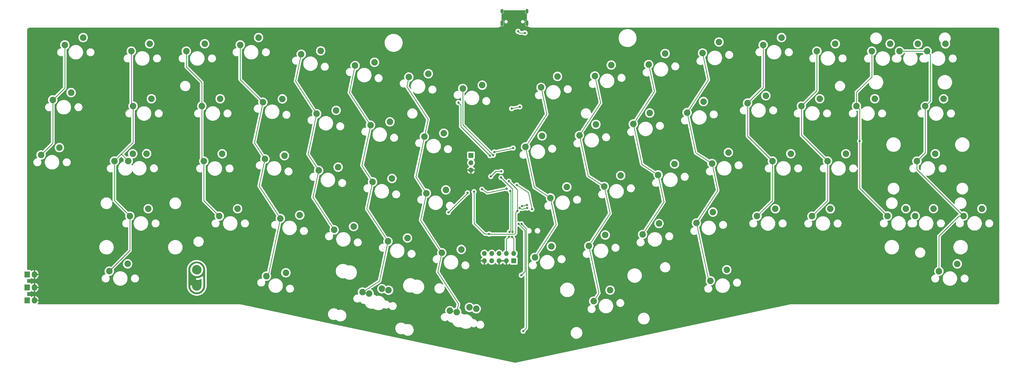
<source format=gtl>
%TF.GenerationSoftware,KiCad,Pcbnew,(6.0.0)*%
%TF.CreationDate,2022-03-08T04:10:15+02:00*%
%TF.ProjectId,Alice_PCB,416c6963-655f-4504-9342-2e6b69636164,rev?*%
%TF.SameCoordinates,Original*%
%TF.FileFunction,Copper,L1,Top*%
%TF.FilePolarity,Positive*%
%FSLAX46Y46*%
G04 Gerber Fmt 4.6, Leading zero omitted, Abs format (unit mm)*
G04 Created by KiCad (PCBNEW (6.0.0)) date 2022-03-08 04:10:15*
%MOMM*%
%LPD*%
G01*
G04 APERTURE LIST*
%TA.AperFunction,ComponentPad*%
%ADD10C,2.250000*%
%TD*%
%TA.AperFunction,ComponentPad*%
%ADD11O,1.905000X2.159000*%
%TD*%
%TA.AperFunction,ComponentPad*%
%ADD12R,1.905000X2.159000*%
%TD*%
%TA.AperFunction,ComponentPad*%
%ADD13O,1.000000X1.600000*%
%TD*%
%TA.AperFunction,ComponentPad*%
%ADD14O,1.000000X2.100000*%
%TD*%
%TA.AperFunction,ComponentPad*%
%ADD15R,1.700000X1.700000*%
%TD*%
%TA.AperFunction,ComponentPad*%
%ADD16O,1.700000X1.700000*%
%TD*%
%TA.AperFunction,ViaPad*%
%ADD17C,0.800000*%
%TD*%
%TA.AperFunction,Conductor*%
%ADD18C,0.250000*%
%TD*%
G04 APERTURE END LIST*
%TO.C,G\u002A\u002A\u002A*%
G36*
X31264008Y-102001129D02*
G01*
X31263304Y-101945610D01*
X31262638Y-101875082D01*
X31262010Y-101790377D01*
X31261420Y-101692326D01*
X31260868Y-101581762D01*
X31260354Y-101459516D01*
X31259878Y-101326421D01*
X31259440Y-101183308D01*
X31259040Y-101031010D01*
X31258678Y-100870358D01*
X31258353Y-100702184D01*
X31258067Y-100527321D01*
X31257819Y-100346599D01*
X31257608Y-100160852D01*
X31257436Y-99970912D01*
X31257301Y-99777609D01*
X31257205Y-99581776D01*
X31257146Y-99384246D01*
X31257126Y-99185849D01*
X31257143Y-98987418D01*
X31257199Y-98789785D01*
X31257292Y-98593782D01*
X31257423Y-98400240D01*
X31257593Y-98209993D01*
X31257800Y-98023871D01*
X31258045Y-97842706D01*
X31258328Y-97667332D01*
X31258650Y-97498578D01*
X31259009Y-97337279D01*
X31259406Y-97184264D01*
X31259841Y-97040367D01*
X31260314Y-96906420D01*
X31260825Y-96783254D01*
X31261374Y-96671701D01*
X31261961Y-96572593D01*
X31262586Y-96486762D01*
X31263248Y-96415041D01*
X31263949Y-96358261D01*
X31264426Y-96331768D01*
X31953258Y-96331768D01*
X31953338Y-96405966D01*
X31954547Y-96478092D01*
X31956883Y-96544240D01*
X31960346Y-96600500D01*
X31964425Y-96639463D01*
X32000977Y-96841060D01*
X32053088Y-97035037D01*
X32120583Y-97221041D01*
X32203290Y-97398722D01*
X32301037Y-97567728D01*
X32413649Y-97727707D01*
X32540955Y-97878307D01*
X32608346Y-97948273D01*
X32753613Y-98080965D01*
X32908327Y-98199689D01*
X33071431Y-98304049D01*
X33241870Y-98393651D01*
X33418588Y-98468100D01*
X33600529Y-98527001D01*
X33786636Y-98569961D01*
X33975855Y-98596584D01*
X34167128Y-98606475D01*
X34351774Y-98599858D01*
X34551301Y-98575520D01*
X34745188Y-98534682D01*
X34932917Y-98477581D01*
X35113970Y-98404454D01*
X35287829Y-98315541D01*
X35453978Y-98211079D01*
X35611898Y-98091305D01*
X35761073Y-97956458D01*
X35769522Y-97948105D01*
X35903663Y-97802697D01*
X36023302Y-97647596D01*
X36128249Y-97483191D01*
X36218311Y-97309869D01*
X36293298Y-97128019D01*
X36353019Y-96938029D01*
X36397283Y-96740287D01*
X36413443Y-96639463D01*
X36417918Y-96595446D01*
X36421268Y-96538023D01*
X36423492Y-96471104D01*
X36424589Y-96398596D01*
X36424556Y-96324406D01*
X36423394Y-96252443D01*
X36421100Y-96186615D01*
X36417674Y-96130828D01*
X36413620Y-96092426D01*
X36376636Y-95889530D01*
X36324526Y-95695434D01*
X36257251Y-95510061D01*
X36174773Y-95333339D01*
X36077057Y-95165193D01*
X35964063Y-95005548D01*
X35835755Y-94854331D01*
X35741165Y-94757657D01*
X35593261Y-94625785D01*
X35438279Y-94509561D01*
X35275601Y-94408674D01*
X35104610Y-94322814D01*
X34924687Y-94251671D01*
X34735215Y-94194935D01*
X34535576Y-94152296D01*
X34534148Y-94152048D01*
X34496152Y-94145816D01*
X34460834Y-94141030D01*
X34424985Y-94137507D01*
X34385396Y-94135065D01*
X34338857Y-94133520D01*
X34282159Y-94132690D01*
X34212094Y-94132392D01*
X34188934Y-94132379D01*
X34114415Y-94132558D01*
X34054189Y-94133216D01*
X34005048Y-94134535D01*
X33963782Y-94136700D01*
X33927183Y-94139892D01*
X33892041Y-94144294D01*
X33855148Y-94150090D01*
X33843720Y-94152048D01*
X33644008Y-94194589D01*
X33454467Y-94251226D01*
X33274480Y-94322268D01*
X33103429Y-94408024D01*
X32940695Y-94508806D01*
X32785661Y-94624922D01*
X32637710Y-94756684D01*
X32636703Y-94757657D01*
X32498109Y-94903267D01*
X32374856Y-95057255D01*
X32266904Y-95219695D01*
X32174216Y-95390660D01*
X32096756Y-95570227D01*
X32034485Y-95758468D01*
X31987367Y-95955458D01*
X31964248Y-96092426D01*
X31959801Y-96135829D01*
X31956488Y-96192792D01*
X31954307Y-96259408D01*
X31953258Y-96331768D01*
X31264426Y-96331768D01*
X31264688Y-96317253D01*
X31265465Y-96292851D01*
X31265530Y-96291613D01*
X31286456Y-96061780D01*
X31323402Y-95838860D01*
X31376485Y-95622541D01*
X31445824Y-95412513D01*
X31531536Y-95208466D01*
X31633741Y-95010090D01*
X31752556Y-94817075D01*
X31888099Y-94629110D01*
X31909113Y-94602301D01*
X31945809Y-94558360D01*
X31992522Y-94506070D01*
X32046122Y-94448638D01*
X32103478Y-94389272D01*
X32161459Y-94331179D01*
X32216934Y-94277567D01*
X32266772Y-94231643D01*
X32294000Y-94207991D01*
X32474668Y-94066943D01*
X32662307Y-93941864D01*
X32857139Y-93832659D01*
X33059383Y-93739233D01*
X33269260Y-93661492D01*
X33486992Y-93599339D01*
X33712799Y-93552679D01*
X33865088Y-93530481D01*
X33909839Y-93526443D01*
X33968539Y-93523313D01*
X34037656Y-93521091D01*
X34113658Y-93519776D01*
X34193011Y-93519369D01*
X34272184Y-93519869D01*
X34347645Y-93521276D01*
X34415860Y-93523591D01*
X34473297Y-93526814D01*
X34512780Y-93530481D01*
X34741207Y-93566375D01*
X34960573Y-93617006D01*
X35171685Y-93682650D01*
X35375352Y-93763585D01*
X35572382Y-93860089D01*
X35721829Y-93946258D01*
X35848817Y-94028409D01*
X35965681Y-94112776D01*
X36076849Y-94202925D01*
X36186747Y-94302420D01*
X36285374Y-94399975D01*
X36428425Y-94556265D01*
X36555899Y-94716562D01*
X36669671Y-94883531D01*
X36771619Y-95059839D01*
X36827179Y-95169732D01*
X36914168Y-95367924D01*
X36985008Y-95567765D01*
X37040221Y-95771306D01*
X37080327Y-95980598D01*
X37105848Y-96197690D01*
X37112338Y-96291613D01*
X37113118Y-96314617D01*
X37113860Y-96354295D01*
X37114564Y-96409814D01*
X37115230Y-96480342D01*
X37115858Y-96565047D01*
X37116448Y-96663098D01*
X37117000Y-96773663D01*
X37117514Y-96895908D01*
X37117990Y-97029003D01*
X37118428Y-97172116D01*
X37118828Y-97324415D01*
X37119191Y-97485066D01*
X37119515Y-97653240D01*
X37119801Y-97828103D01*
X37120049Y-98008825D01*
X37120260Y-98194572D01*
X37120432Y-98384512D01*
X37120567Y-98577815D01*
X37120663Y-98773648D01*
X37120722Y-98971179D01*
X37120742Y-99169575D01*
X37120725Y-99368006D01*
X37120669Y-99565639D01*
X37120576Y-99761642D01*
X37120445Y-99955184D01*
X37120275Y-100145431D01*
X37120068Y-100331553D01*
X37119823Y-100512718D01*
X37119540Y-100688092D01*
X37119219Y-100856846D01*
X37118859Y-101018145D01*
X37118462Y-101171160D01*
X37118027Y-101315057D01*
X37117554Y-101449004D01*
X37117043Y-101572170D01*
X37116494Y-101683723D01*
X37115907Y-101782831D01*
X37115283Y-101868662D01*
X37114620Y-101940383D01*
X37113919Y-101997164D01*
X37113180Y-102038171D01*
X37112403Y-102062573D01*
X37112338Y-102063811D01*
X37091381Y-102293688D01*
X37054351Y-102516757D01*
X37001142Y-102733294D01*
X36931649Y-102943574D01*
X36845769Y-103147872D01*
X36743396Y-103346463D01*
X36624425Y-103539622D01*
X36488752Y-103727623D01*
X36468755Y-103753123D01*
X36432059Y-103797064D01*
X36385346Y-103849354D01*
X36331746Y-103906786D01*
X36274390Y-103966152D01*
X36216409Y-104024245D01*
X36160934Y-104077857D01*
X36111096Y-104123781D01*
X36083869Y-104147433D01*
X35902538Y-104288877D01*
X35713816Y-104414454D01*
X35517745Y-104524146D01*
X35314364Y-104617935D01*
X35103714Y-104695803D01*
X34885837Y-104757732D01*
X34660773Y-104803704D01*
X34555917Y-104819345D01*
X34510238Y-104824041D01*
X34450861Y-104828117D01*
X34381430Y-104831503D01*
X34305592Y-104834126D01*
X34226992Y-104835914D01*
X34149277Y-104836797D01*
X34076091Y-104836702D01*
X34011081Y-104835558D01*
X33957893Y-104833293D01*
X33935109Y-104831553D01*
X33704384Y-104801319D01*
X33480625Y-104755033D01*
X33263871Y-104692710D01*
X33054160Y-104614368D01*
X32851529Y-104520021D01*
X32656018Y-104409685D01*
X32467665Y-104283378D01*
X32294000Y-104147433D01*
X32249351Y-104108038D01*
X32197082Y-104058923D01*
X32140325Y-104003295D01*
X32082210Y-103944363D01*
X32025868Y-103885334D01*
X31974429Y-103829415D01*
X31931025Y-103779813D01*
X31909113Y-103753123D01*
X31787538Y-103590100D01*
X31680989Y-103426586D01*
X31587248Y-103259069D01*
X31550689Y-103185692D01*
X31463700Y-102987500D01*
X31392860Y-102787659D01*
X31337647Y-102584118D01*
X31297541Y-102374826D01*
X31272020Y-102157734D01*
X31265530Y-102063811D01*
X31265013Y-102048560D01*
X31953287Y-102048560D01*
X31962662Y-102231865D01*
X31989012Y-102414286D01*
X32031808Y-102594624D01*
X32090522Y-102771683D01*
X32164626Y-102944265D01*
X32253591Y-103111174D01*
X32356890Y-103271211D01*
X32473994Y-103423179D01*
X32604376Y-103565882D01*
X32636703Y-103597767D01*
X32786604Y-103730976D01*
X32944839Y-103848853D01*
X33111096Y-103951243D01*
X33285062Y-104037988D01*
X33466426Y-104108932D01*
X33654876Y-104163918D01*
X33839344Y-104201098D01*
X33887687Y-104208753D01*
X33927270Y-104214649D01*
X33961482Y-104218985D01*
X33993710Y-104221958D01*
X34027343Y-104223766D01*
X34065768Y-104224606D01*
X34112374Y-104224677D01*
X34170549Y-104224176D01*
X34223944Y-104223541D01*
X34301252Y-104222211D01*
X34364739Y-104220148D01*
X34418083Y-104217105D01*
X34464961Y-104212834D01*
X34509051Y-104207086D01*
X34538769Y-104202302D01*
X34737864Y-104160000D01*
X34927680Y-104102903D01*
X35108567Y-104030835D01*
X35280877Y-103943621D01*
X35444961Y-103841082D01*
X35601169Y-103723042D01*
X35741165Y-103597767D01*
X35879442Y-103452593D01*
X36002329Y-103299303D01*
X36109935Y-103137678D01*
X36202369Y-102967502D01*
X36279742Y-102788557D01*
X36342163Y-102600627D01*
X36389741Y-102403494D01*
X36413828Y-102262998D01*
X36415267Y-102249803D01*
X36416587Y-102230508D01*
X36417794Y-102204446D01*
X36418891Y-102170948D01*
X36419883Y-102129347D01*
X36420775Y-102078975D01*
X36421570Y-102019164D01*
X36422273Y-101949247D01*
X36422889Y-101868556D01*
X36423422Y-101776423D01*
X36423876Y-101672180D01*
X36424256Y-101555159D01*
X36424566Y-101424693D01*
X36424810Y-101280115D01*
X36424993Y-101120755D01*
X36425119Y-100945947D01*
X36425193Y-100755023D01*
X36425219Y-100547314D01*
X36425219Y-98875748D01*
X36405684Y-98833816D01*
X36374206Y-98782700D01*
X36330658Y-98734491D01*
X36280324Y-98694403D01*
X36243361Y-98673725D01*
X36207276Y-98659269D01*
X36174332Y-98651647D01*
X36135485Y-98648987D01*
X36123255Y-98648878D01*
X36087218Y-98650407D01*
X36054011Y-98655964D01*
X36020609Y-98666871D01*
X35983990Y-98684448D01*
X35941130Y-98710014D01*
X35889003Y-98744891D01*
X35865054Y-98761623D01*
X35677410Y-98883162D01*
X35481342Y-98989555D01*
X35277853Y-99080408D01*
X35067943Y-99155327D01*
X34852616Y-99213917D01*
X34632874Y-99255783D01*
X34597016Y-99260952D01*
X34555684Y-99265889D01*
X34501474Y-99271247D01*
X34438993Y-99276634D01*
X34372850Y-99281654D01*
X34307653Y-99285915D01*
X34298763Y-99286434D01*
X34235645Y-99290111D01*
X34187264Y-99293232D01*
X34150879Y-99296239D01*
X34123751Y-99299574D01*
X34103141Y-99303677D01*
X34086307Y-99308991D01*
X34070511Y-99315957D01*
X34053012Y-99325017D01*
X34050256Y-99326486D01*
X33989601Y-99367400D01*
X33942060Y-99419181D01*
X33910034Y-99474250D01*
X33893510Y-99525649D01*
X33886495Y-99584734D01*
X33889068Y-99644809D01*
X33901307Y-99699178D01*
X33907226Y-99714165D01*
X33942376Y-99772135D01*
X33990760Y-99822347D01*
X34048926Y-99862332D01*
X34113421Y-99889622D01*
X34168205Y-99900754D01*
X34198480Y-99902123D01*
X34242827Y-99901816D01*
X34297913Y-99900027D01*
X34360407Y-99896955D01*
X34426976Y-99892796D01*
X34494286Y-99887745D01*
X34559007Y-99882001D01*
X34617805Y-99875760D01*
X34641702Y-99872808D01*
X34886308Y-99832114D01*
X35127846Y-99774305D01*
X35365469Y-99699630D01*
X35598332Y-99608339D01*
X35707254Y-99559121D01*
X35745971Y-99540964D01*
X35778583Y-99525869D01*
X35802045Y-99515231D01*
X35813314Y-99510443D01*
X35813825Y-99510310D01*
X35814616Y-99518869D01*
X35815312Y-99543772D01*
X35815916Y-99583857D01*
X35816431Y-99637963D01*
X35816860Y-99704930D01*
X35817204Y-99783595D01*
X35817468Y-99872798D01*
X35817653Y-99971378D01*
X35817763Y-100078173D01*
X35817799Y-100192021D01*
X35817766Y-100311763D01*
X35817664Y-100436237D01*
X35817498Y-100564281D01*
X35817270Y-100694734D01*
X35816983Y-100826435D01*
X35816638Y-100958223D01*
X35816240Y-101088937D01*
X35815790Y-101217415D01*
X35815292Y-101342497D01*
X35814748Y-101463021D01*
X35814161Y-101577825D01*
X35813533Y-101685749D01*
X35812868Y-101785632D01*
X35812167Y-101876311D01*
X35811434Y-101956627D01*
X35810672Y-102025418D01*
X35809882Y-102081522D01*
X35809069Y-102123779D01*
X35808234Y-102151027D01*
X35807643Y-102160500D01*
X35781238Y-102325001D01*
X35738997Y-102483920D01*
X35681739Y-102636310D01*
X35610280Y-102781226D01*
X35525439Y-102917721D01*
X35428031Y-103044849D01*
X35318874Y-103161664D01*
X35198787Y-103267221D01*
X35068586Y-103360572D01*
X34929088Y-103440772D01*
X34781110Y-103506874D01*
X34625471Y-103557933D01*
X34593155Y-103566342D01*
X34532136Y-103580988D01*
X34479412Y-103592087D01*
X34430697Y-103600110D01*
X34381703Y-103605530D01*
X34328143Y-103608819D01*
X34265730Y-103610450D01*
X34190177Y-103610896D01*
X34188934Y-103610896D01*
X34113153Y-103610464D01*
X34050577Y-103608854D01*
X33996917Y-103605593D01*
X33947886Y-103600208D01*
X33899198Y-103592227D01*
X33846565Y-103581178D01*
X33785701Y-103566587D01*
X33784713Y-103566342D01*
X33629596Y-103518849D01*
X33480563Y-103455624D01*
X33338771Y-103377718D01*
X33205379Y-103286182D01*
X33081545Y-103182069D01*
X32968427Y-103066428D01*
X32867182Y-102940312D01*
X32778969Y-102804773D01*
X32704947Y-102660860D01*
X32657655Y-102543049D01*
X32626952Y-102448923D01*
X32603013Y-102357760D01*
X32584897Y-102264637D01*
X32571666Y-102164630D01*
X32562378Y-102052817D01*
X32561570Y-102039807D01*
X32556701Y-101975548D01*
X32549998Y-101925146D01*
X32540215Y-101884965D01*
X32526104Y-101851368D01*
X32506420Y-101820715D01*
X32479917Y-101789372D01*
X32473344Y-101782336D01*
X32417552Y-101734972D01*
X32355978Y-101703152D01*
X32290893Y-101686876D01*
X32224566Y-101686144D01*
X32159266Y-101700955D01*
X32097265Y-101731310D01*
X32040831Y-101777209D01*
X32035882Y-101782336D01*
X32006761Y-101814822D01*
X31985287Y-101844228D01*
X31970339Y-101874163D01*
X31960798Y-101908236D01*
X31955546Y-101950054D01*
X31953462Y-102003226D01*
X31953287Y-102048560D01*
X31265013Y-102048560D01*
X31264750Y-102040807D01*
X31264008Y-102001129D01*
G37*
G36*
X34315474Y-94743717D02*
G01*
X34372907Y-94747871D01*
X34379843Y-94748638D01*
X34543357Y-94776296D01*
X34701490Y-94820057D01*
X34853235Y-94879104D01*
X34997584Y-94952620D01*
X35133530Y-95039789D01*
X35260069Y-95139794D01*
X35376192Y-95251819D01*
X35480892Y-95375048D01*
X35573164Y-95508664D01*
X35652001Y-95651850D01*
X35716396Y-95803791D01*
X35730457Y-95844053D01*
X35775759Y-96005673D01*
X35804162Y-96167242D01*
X35816228Y-96327820D01*
X35812518Y-96486464D01*
X35793595Y-96642233D01*
X35760022Y-96794184D01*
X35712361Y-96941377D01*
X35651173Y-97082869D01*
X35577022Y-97217719D01*
X35490470Y-97344985D01*
X35392079Y-97463724D01*
X35282411Y-97572996D01*
X35162029Y-97671859D01*
X35031496Y-97759370D01*
X34891372Y-97834588D01*
X34742221Y-97896571D01*
X34584605Y-97944378D01*
X34460816Y-97970425D01*
X34393494Y-97979682D01*
X34316101Y-97986553D01*
X34234298Y-97990822D01*
X34153746Y-97992271D01*
X34080107Y-97990682D01*
X34029359Y-97987012D01*
X33863692Y-97961209D01*
X33703671Y-97919564D01*
X33550238Y-97862857D01*
X33404334Y-97791871D01*
X33266902Y-97707385D01*
X33138883Y-97610182D01*
X33021219Y-97501043D01*
X32914852Y-97380749D01*
X32820725Y-97250081D01*
X32739778Y-97109820D01*
X32672954Y-96960748D01*
X32626788Y-96823625D01*
X32606512Y-96749555D01*
X32591136Y-96684052D01*
X32580042Y-96622443D01*
X32572612Y-96560057D01*
X32568230Y-96492221D01*
X32566277Y-96414264D01*
X32566015Y-96363756D01*
X32567376Y-96266680D01*
X32571984Y-96182149D01*
X32580572Y-96105384D01*
X32593875Y-96031605D01*
X32612629Y-95956034D01*
X32637568Y-95873891D01*
X32644623Y-95852462D01*
X32706273Y-95694283D01*
X32782188Y-95545757D01*
X32871627Y-95407523D01*
X32973852Y-95280218D01*
X33088121Y-95164481D01*
X33213694Y-95060950D01*
X33349832Y-94970263D01*
X33495793Y-94893059D01*
X33650839Y-94829976D01*
X33814228Y-94781651D01*
X33910505Y-94761011D01*
X33961743Y-94753721D01*
X34025736Y-94748029D01*
X34097794Y-94744059D01*
X34173229Y-94741934D01*
X34247352Y-94741779D01*
X34315474Y-94743717D01*
G37*
%TD*%
D10*
%TO.P,MX_Enter1,1,COL*%
%TO.N,Col15*%
X283446013Y-58737067D03*
%TO.P,MX_Enter1,2,ROW*%
%TO.N,Net-(MX_Enter1-Pad2)*%
X289796013Y-56197067D03*
%TD*%
%TO.P,MX_Pipe1,1,COL*%
%TO.N,Col15*%
X286326015Y-39692621D03*
%TO.P,MX_Pipe1,2,ROW*%
%TO.N,Net-(D_SW_Pipe1-Pad2)*%
X292676015Y-37152621D03*
%TD*%
%TO.P,MX_K1,1,COL*%
%TO.N,Col10*%
X193861176Y-63520267D03*
%TO.P,MX_K1,2,ROW*%
%TO.N,Net-(MX_K1-Pad2)*%
X199544318Y-59715532D03*
%TD*%
%TO.P,MX_Back1,1,COL*%
%TO.N,Col15*%
X277396014Y-20643966D03*
%TO.P,MX_Back1,2,ROW*%
%TO.N,Net-(D_SW_Back1-Pad2)*%
X283746014Y-18103966D03*
%TD*%
%TO.P,MX_RBrc1,1,COL*%
%TO.N,Col14*%
X262506013Y-39682618D03*
%TO.P,MX_RBrc1,2,ROW*%
%TO.N,Net-(D_SW_RBrc1-Pad2)*%
X268856013Y-37142618D03*
%TD*%
%TO.P,MX-0,1,COL*%
%TO.N,Col11*%
X209251171Y-21300269D03*
%TO.P,MX-0,2,ROW*%
%TO.N,Net-(MX-0-Pad2)*%
X214934313Y-17495534D03*
%TD*%
%TO.P,MX_U1,1,COL*%
%TO.N,Col9*%
X166641177Y-49830268D03*
%TO.P,MX_U1,2,ROW*%
%TO.N,Net-(D_SW_U1-Pad2)*%
X172324319Y-46025533D03*
%TD*%
%TO.P,MX_D1,1,COL*%
%TO.N,Col4*%
X76377367Y-61975979D03*
%TO.P,MX_D1,2,ROW*%
%TO.N,Net-(MX_D1-Pad2)*%
X83116700Y-60811723D03*
%TD*%
%TO.P,MX_N1,1,COL*%
%TO.N,Col9*%
X169881173Y-88120267D03*
%TO.P,MX_N1,2,ROW*%
%TO.N,Net-(MX_N1-Pad2)*%
X175564315Y-84315532D03*
%TD*%
%TO.P,MX_E1,1,COL*%
%TO.N,Col4*%
X75677365Y-42335980D03*
%TO.P,MX_E1,2,ROW*%
%TO.N,Net-(D_SW_E1-Pad2)*%
X82416698Y-41171724D03*
%TD*%
%TO.P,MX_M1,1,COL*%
%TO.N,Col10*%
X188501176Y-84140270D03*
%TO.P,MX_M1,2,ROW*%
%TO.N,Net-(MX_M1-Pad2)*%
X194184318Y-80335535D03*
%TD*%
%TO.P,MX_B2,1,COL*%
%TO.N,Col8*%
X151231177Y-92070268D03*
%TO.P,MX_B2,2,ROW*%
%TO.N,Net-(MX_B2-Pad2)*%
X156914319Y-88265533D03*
%TD*%
%TO.P,MX_Dn1,1,COL*%
%TO.N,Col0*%
X-19703985Y-56592616D03*
%TO.P,MX_Dn1,2,ROW*%
%TO.N,Net-(MX_Dn1-Pad2)*%
X-13353985Y-54052616D03*
%TD*%
%TO.P,MX_LFn2,1,COL*%
%TO.N,Col6*%
X121817369Y-110555978D03*
%TO.P,MX_LFn2,2,ROW*%
%TO.N,Net-(MX_LFn2-Pad2)*%
X128556702Y-109391722D03*
%TD*%
%TO.P,MX_Caps1,1,COL*%
%TO.N,Col1*%
X10486016Y-58682621D03*
%TO.P,MX_Caps1,2,ROW*%
%TO.N,Net-(MX_Caps1-Pad2)*%
X16836016Y-56142621D03*
%TD*%
%TO.P,MX_Esc1,1,COL*%
%TO.N,Col1*%
X11536015Y-20622618D03*
%TO.P,MX_Esc1,2,ROW*%
%TO.N,Net-(MX_Esc1-Pad2)*%
X17886015Y-18082618D03*
%TD*%
%TO.P,MX_9,1,COL*%
%TO.N,Col10*%
X190601177Y-25270269D03*
%TO.P,MX_9,2,ROW*%
%TO.N,Net-(MX_9-Pad2)*%
X196284319Y-21465534D03*
%TD*%
%TO.P,MX_Comm1,1,COL*%
%TO.N,Col11*%
X207141181Y-80180266D03*
%TO.P,MX_Comm1,2,ROW*%
%TO.N,Net-(MX_Comm1-Pad2)*%
X212824323Y-76375531D03*
%TD*%
%TO.P,MX_LBrc1,1,COL*%
%TO.N,Col13*%
X243466014Y-39662621D03*
%TO.P,MX_LBrc1,2,ROW*%
%TO.N,Net-(D_SW_LBrc1-Pad2)*%
X249816014Y-37122621D03*
%TD*%
%TO.P,MX_B1,1,COL*%
%TO.N,Col6*%
X118997367Y-90495981D03*
%TO.P,MX_B1,2,ROW*%
%TO.N,Net-(MX_B1-Pad2)*%
X125736700Y-89331725D03*
%TD*%
%TO.P,MX_Z1,1,COL*%
%TO.N,Col2*%
X41976012Y-77782613D03*
%TO.P,MX_Z1,2,ROW*%
%TO.N,Net-(MX_Z1-Pad2)*%
X48326012Y-75242613D03*
%TD*%
%TO.P,MX_W1,1,COL*%
%TO.N,Col3*%
X57077367Y-38345978D03*
%TO.P,MX_W1,2,ROW*%
%TO.N,Net-(D_SW_W1-Pad2)*%
X63816700Y-37181722D03*
%TD*%
%TO.P,MX_Stop1,1,COL*%
%TO.N,Col12*%
X228086014Y-77782620D03*
%TO.P,MX_Stop1,2,ROW*%
%TO.N,Net-(MX_Stop1-Pad2)*%
X234436014Y-75242620D03*
%TD*%
%TO.P,MX_R1,2,ROW*%
%TO.N,Net-(D_SW_R1-Pad2)*%
X101056700Y-45121726D03*
%TO.P,MX_R1,1,COL*%
%TO.N,Col5*%
X94317367Y-46285982D03*
%TD*%
%TO.P,MX_RAlt1,1,COL*%
%TO.N,Col11*%
X211951179Y-100180267D03*
%TO.P,MX_RAlt1,2,ROW*%
%TO.N,Net-(MX_RAlt1-Pad2)*%
X217634321Y-96375532D03*
%TD*%
%TO.P,MX_LAlt1,1,COL*%
%TO.N,Col3*%
X58287369Y-98585977D03*
%TO.P,MX_LAlt1,2,ROW*%
%TO.N,Net-(MX_LAlt1-Pad2)*%
X65026702Y-97421721D03*
%TD*%
%TO.P,MX_X1,1,COL*%
%TO.N,Col3*%
X63107367Y-78595982D03*
%TO.P,MX_X1,2,ROW*%
%TO.N,Net-(MX_X1-Pad2)*%
X69846700Y-77431726D03*
%TD*%
%TO.P,MX_RSft2,1,COL*%
%TO.N,Col14*%
X273276016Y-77758874D03*
%TO.P,MX_RSft2,2,ROW*%
%TO.N,Net-(MX_RSft2-Pad2)*%
X279626016Y-75218874D03*
%TD*%
%TO.P,MX_Pipe2,1,COL*%
%TO.N,Col14*%
X267826019Y-20643975D03*
%TO.P,MX_Pipe2,2,ROW*%
%TO.N,Net-(MX_Pipe2-Pad2)*%
X274176019Y-18103975D03*
%TD*%
%TO.P,MX_4,1,COL*%
%TO.N,Col5*%
X88967367Y-25655979D03*
%TO.P,MX_4,2,ROW*%
%TO.N,Net-(MX_4-Pad2)*%
X95706700Y-24491723D03*
%TD*%
%TO.P,MX_F1,1,COL*%
%TO.N,Col5*%
X95027368Y-65915982D03*
%TO.P,MX_F1,2,ROW*%
%TO.N,Net-(MX_F1-Pad2)*%
X101766701Y-64751726D03*
%TD*%
%TO.P,MX_RSpc1,1,COL*%
%TO.N,Col9*%
X171561174Y-107240263D03*
%TO.P,MX_RSpc1,2,ROW*%
%TO.N,Net-(MX_RSpc1-Pad2)*%
X177244316Y-103435528D03*
%TD*%
%TO.P,MX_T1,1,COL*%
%TO.N,Col6*%
X112957366Y-50245977D03*
%TO.P,MX_T1,2,ROW*%
%TO.N,Net-(D_SW_T1-Pad2)*%
X119696699Y-49081721D03*
%TD*%
%TO.P,MX_Slsh1,1,COL*%
%TO.N,Col13*%
X247116008Y-77802619D03*
%TO.P,MX_Slsh1,2,ROW*%
%TO.N,Net-(MX_Slsh1-Pad2)*%
X253466008Y-75262619D03*
%TD*%
%TO.P,MX_Tab1,1,COL*%
%TO.N,Col1*%
X12136015Y-39682621D03*
%TO.P,MX_Tab1,2,ROW*%
%TO.N,Net-(D_SW_Tab1-Pad2)*%
X18486015Y-37142621D03*
%TD*%
%TO.P,MX_RCtl1,1,COL*%
%TO.N,Col15*%
X291056015Y-96872618D03*
%TO.P,MX_RCtl1,2,ROW*%
%TO.N,Net-(MX_RCtl1-Pad2)*%
X297406015Y-94332618D03*
%TD*%
%TO.P,MX_Up1,1,COL*%
%TO.N,Col0*%
X-15643989Y-37532611D03*
%TO.P,MX_Up1,2,ROW*%
%TO.N,Net-(D_SW_Up1-Pad2)*%
X-9293989Y-34992611D03*
%TD*%
%TO.P,MX_S1,1,COL*%
%TO.N,Col3*%
X57777366Y-57985979D03*
%TO.P,MX_S1,2,ROW*%
%TO.N,Net-(MX_S1-Pad2)*%
X64516699Y-56821723D03*
%TD*%
%TO.P,MX_LSpc2,1,COL*%
%TO.N,Col5*%
X91537367Y-104115982D03*
%TO.P,MX_LSpc2,2,ROW*%
%TO.N,Net-(MX_LSpc1-Pad2)*%
X98276700Y-102951726D03*
%TD*%
%TO.P,MX_3,1,COL*%
%TO.N,Col4*%
X70337365Y-21705981D03*
%TO.P,MX_3,2,ROW*%
%TO.N,Net-(MX_3-Pad2)*%
X77076698Y-20541725D03*
%TD*%
%TO.P,MX_V1,1,COL*%
%TO.N,Col5*%
X100367367Y-86525980D03*
%TO.P,MX_V1,2,ROW*%
%TO.N,Net-(MX_V1-Pad2)*%
X107106700Y-85361724D03*
%TD*%
%TO.P,MX_O1,1,COL*%
%TO.N,Col11*%
X203891177Y-41920268D03*
%TO.P,MX_O1,2,ROW*%
%TO.N,Net-(D_SW_O1-Pad2)*%
X209574319Y-38115533D03*
%TD*%
%TO.P,MX_Dash1,1,COL*%
%TO.N,Col12*%
X230216016Y-18472621D03*
%TO.P,MX_Dash1,2,ROW*%
%TO.N,Net-(MX_Dash1-Pad2)*%
X236566016Y-15932621D03*
%TD*%
%TO.P,MX_Eql1,1,COL*%
%TO.N,Col13*%
X248826014Y-20612616D03*
%TO.P,MX_Eql1,2,ROW*%
%TO.N,Net-(MX_Eql1-Pad2)*%
X255176014Y-18072616D03*
%TD*%
%TO.P,MX_Scln1,1,COL*%
%TO.N,Col12*%
X233446015Y-58722612D03*
%TO.P,MX_Scln1,2,ROW*%
%TO.N,Net-(MX_Scln1-Pad2)*%
X239796015Y-56182612D03*
%TD*%
%TO.P,MX_2,2,ROW*%
%TO.N,Net-(MX_2-Pad2)*%
X55576016Y-15937963D03*
%TO.P,MX_2,1,COL*%
%TO.N,Col3*%
X49226016Y-18477963D03*
%TD*%
%TO.P,MX_LSpc1,1,COL*%
%TO.N,Col5*%
X93837369Y-104605986D03*
%TO.P,MX_LSpc1,2,ROW*%
%TO.N,Net-(MX_LSpc1-Pad2)*%
X100576702Y-103441730D03*
%TD*%
%TO.P,MX_Q1,1,COL*%
%TO.N,Col2*%
X35936013Y-39682620D03*
%TO.P,MX_Q1,2,ROW*%
%TO.N,Net-(D_SW_Q1-Pad2)*%
X42286013Y-37142620D03*
%TD*%
%TO.P,MX_I1,1,COL*%
%TO.N,Col10*%
X185271178Y-45880265D03*
%TO.P,MX_I1,2,ROW*%
%TO.N,Net-(D_SW_I1-Pad2)*%
X190954320Y-42075530D03*
%TD*%
%TO.P,MX_Caps2,1,COL*%
%TO.N,Col1*%
X5696014Y-58712614D03*
%TO.P,MX_Caps2,2,ROW*%
%TO.N,Net-(MX_Caps1-Pad2)*%
X12046014Y-56172614D03*
%TD*%
%TO.P,MX_5,1,COL*%
%TO.N,Col6*%
X107587367Y-29625982D03*
%TO.P,MX_5,2,ROW*%
%TO.N,Net-(MX_5-Pad2)*%
X114326700Y-28461726D03*
%TD*%
%TO.P,MX_8,1,COL*%
%TO.N,Col9*%
X171971176Y-29250266D03*
%TO.P,MX_8,2,ROW*%
%TO.N,Net-(MX_8-Pad2)*%
X177654318Y-25445531D03*
%TD*%
%TO.P,MX_Quot1,1,COL*%
%TO.N,Col13*%
X252496015Y-58722618D03*
%TO.P,MX_Quot1,2,ROW*%
%TO.N,Net-(MX_Quot1-Pad2)*%
X258846015Y-56182618D03*
%TD*%
%TO.P,MX_C1,1,COL*%
%TO.N,Col4*%
X81737367Y-82555978D03*
%TO.P,MX_C1,2,ROW*%
%TO.N,Net-(MX_C1-Pad2)*%
X88476700Y-81391722D03*
%TD*%
%TO.P,MX_6,1,COL*%
%TO.N,Col7*%
X126247368Y-33585981D03*
%TO.P,MX_6,2,ROW*%
%TO.N,Net-(MX_6-Pad2)*%
X132986701Y-32421725D03*
%TD*%
%TO.P,MX_A1,1,COL*%
%TO.N,Col2*%
X36646012Y-58738864D03*
%TO.P,MX_A1,2,ROW*%
%TO.N,Net-(MX_A1-Pad2)*%
X42996012Y-56198864D03*
%TD*%
%TO.P,MX_Back2,1,COL*%
%TO.N,Col15*%
X286956015Y-20643966D03*
%TO.P,MX_Back2,2,ROW*%
%TO.N,Net-(D_SW_Back1-Pad2)*%
X293306015Y-18103966D03*
%TD*%
%TO.P,MX_H1,1,COL*%
%TO.N,Col8*%
X156591178Y-71470269D03*
%TO.P,MX_H1,2,ROW*%
%TO.N,Net-(MX_H1-Pad2)*%
X162274320Y-67665534D03*
%TD*%
%TO.P,MX_Y1,1,COL*%
%TO.N,Col8*%
X147991176Y-53800268D03*
%TO.P,MX_Y1,2,ROW*%
%TO.N,Net-(D_SW_Y1-Pad2)*%
X153674318Y-49995533D03*
%TD*%
%TO.P,MX_7,1,COL*%
%TO.N,Col8*%
X153361176Y-33190265D03*
%TO.P,MX_7,2,ROW*%
%TO.N,Net-(MX_7-Pad2)*%
X159044318Y-29385530D03*
%TD*%
%TO.P,MX_P1,1,COL*%
%TO.N,Col12*%
X224816013Y-38622616D03*
%TO.P,MX_P1,2,ROW*%
%TO.N,Net-(D_SW_P1-Pad2)*%
X231166013Y-36082616D03*
%TD*%
%TO.P,MX_Fn1,1,COL*%
%TO.N,Col15*%
X299586014Y-77758868D03*
%TO.P,MX_Fn1,2,ROW*%
%TO.N,Net-(MX_Fn1-Pad2)*%
X305936014Y-75218868D03*
%TD*%
%TO.P,MX_RSft1,1,COL*%
%TO.N,Col14*%
X282846012Y-77758866D03*
%TO.P,MX_RSft1,2,ROW*%
%TO.N,Net-(MX_RSft2-Pad2)*%
X289196012Y-75218866D03*
%TD*%
%TO.P,MX_G1,1,COL*%
%TO.N,Col6*%
X113657362Y-69865980D03*
%TO.P,MX_G1,2,ROW*%
%TO.N,Net-(MX_G1-Pad2)*%
X120396695Y-68701724D03*
%TD*%
%TO.P,MX_LCtl1,1,COL*%
%TO.N,Col1*%
X3916015Y-96842619D03*
%TO.P,MX_LCtl1,2,ROW*%
%TO.N,Net-(MX_LCtl1-Pad2)*%
X10266015Y-94302619D03*
%TD*%
%TO.P,MX_L1,1,COL*%
%TO.N,Col11*%
X212511172Y-59550267D03*
%TO.P,MX_L1,2,ROW*%
%TO.N,Net-(MX_L1-Pad2)*%
X218194314Y-55745532D03*
%TD*%
%TO.P,MX_LSft1,1,COL*%
%TO.N,Col1*%
X11046014Y-77778170D03*
%TO.P,MX_LSft1,2,ROW*%
%TO.N,Net-(MX_LSft1-Pad2)*%
X17396014Y-75238170D03*
%TD*%
%TO.P,MX_Del1,1,COL*%
%TO.N,Col0*%
X-11479073Y-18493970D03*
%TO.P,MX_Del1,2,ROW*%
%TO.N,Net-(MX_Del1-Pad2)*%
X-5129073Y-15953970D03*
%TD*%
%TO.P,MX_1,1,COL*%
%TO.N,Col2*%
X30566014Y-20622619D03*
%TO.P,MX_1,2,ROW*%
%TO.N,Net-(MX_1-Pad2)*%
X36916014Y-18082619D03*
%TD*%
%TO.P,MX_J1,1,COL*%
%TO.N,Col9*%
X175231177Y-67510267D03*
%TO.P,MX_J1,2,ROW*%
%TO.N,Net-(MX_J1-Pad2)*%
X180914319Y-63705532D03*
%TD*%
%TO.P,MX_LFn1,1,COL*%
%TO.N,Col6*%
X124157364Y-111055984D03*
%TO.P,MX_LFn1,2,ROW*%
%TO.N,Net-(MX_LFn2-Pad2)*%
X130896697Y-109891728D03*
%TD*%
D11*
%TO.P,D_LED_Scroll1,1,K*%
%TO.N,GND*%
X-21979076Y-102513973D03*
D12*
%TO.P,D_LED_Scroll1,2,A*%
%TO.N,Net-(R_LED2-Pad2)*%
X-24519076Y-102513973D03*
%TD*%
D11*
%TO.P,D_LED_Layer1,1,K*%
%TO.N,GND*%
X-21979072Y-107023980D03*
D12*
%TO.P,D_LED_Layer1,2,A*%
%TO.N,Net-(D_LED_Layer1-Pad2)*%
X-24519072Y-107023980D03*
%TD*%
D13*
%TO.P,USB1,13,SHIELD*%
%TO.N,GNDPWR*%
X139810923Y-6793968D03*
D14*
X148450923Y-10973968D03*
X139810923Y-10973968D03*
D13*
X148450923Y-6793968D03*
%TD*%
D11*
%TO.P,D_LED_Caps1,1,K*%
%TO.N,GND*%
X-21979073Y-98023975D03*
D12*
%TO.P,D_LED_Caps1,2,A*%
%TO.N,Net-(R_LED1-Pad2)*%
X-24519073Y-98023975D03*
%TD*%
D15*
%TO.P,J_SWD1,1,Pin_1*%
%TO.N,+3V3*%
X143921018Y-93301367D03*
D16*
%TO.P,J_SWD1,2,Pin_2*%
%TO.N,SWDIO*%
X143921018Y-90761367D03*
%TO.P,J_SWD1,3,Pin_3*%
%TO.N,GND*%
X141381018Y-93301367D03*
%TO.P,J_SWD1,4,Pin_4*%
%TO.N,SWCLK*%
X141381018Y-90761367D03*
%TO.P,J_SWD1,5,Pin_5*%
%TO.N,GND*%
X138841018Y-93301367D03*
%TO.P,J_SWD1,6,Pin_6*%
%TO.N,unconnected-(J_SWD1-Pad6)*%
X138841018Y-90761367D03*
%TO.P,J_SWD1,7,Pin_7*%
%TO.N,unconnected-(J_SWD1-Pad7)*%
X136301018Y-93301367D03*
%TO.P,J_SWD1,8,Pin_8*%
%TO.N,unconnected-(J_SWD1-Pad8)*%
X136301018Y-90761367D03*
%TO.P,J_SWD1,9,Pin_9*%
%TO.N,GND*%
X133761018Y-93301367D03*
%TO.P,J_SWD1,10,Pin_10*%
%TO.N,NRST*%
X133761018Y-90761367D03*
%TD*%
D15*
%TO.P,J_RGB1,1,Pin_1*%
%TO.N,+5V*%
X129106017Y-56752619D03*
D16*
%TO.P,J_RGB1,2,Pin_2*%
%TO.N,RGB*%
X129106017Y-59292619D03*
%TO.P,J_RGB1,3,Pin_3*%
%TO.N,GND*%
X129106017Y-61832619D03*
%TD*%
D17*
%TO.N,GND*%
X134950000Y-58240000D03*
X14480000Y-57600000D03*
X141800000Y-20380000D03*
X145160000Y-19600000D03*
X140090000Y-52130000D03*
X127500000Y-66310000D03*
X152420000Y-72130000D03*
X169250000Y-69270000D03*
X107120000Y-68370000D03*
X136610000Y-82640000D03*
X139190000Y-79970000D03*
%TO.N,Row2*%
X132888780Y-68481533D03*
X141435800Y-68290330D03*
X144958692Y-67020122D03*
X150206112Y-75402293D03*
%TO.N,SWCLK*%
X142296186Y-84938015D03*
X142711189Y-69048016D03*
X142436674Y-83256796D03*
%TO.N,SWDIO*%
X143295688Y-84938016D03*
X143435689Y-83288016D03*
X139495689Y-64418016D03*
%TO.N,Row3*%
X146479843Y-98265876D03*
X145540000Y-80496031D03*
%TO.N,Row4*%
X146560808Y-80465223D03*
X147158347Y-117614379D03*
%TO.N,GND*%
X136409998Y-86556032D03*
%TO.N,Row2*%
X121299999Y-76496032D03*
X127879999Y-69716032D03*
%TO.N,Row0*%
X124726671Y-38454015D03*
X135638621Y-56842064D03*
%TO.N,Col7*%
X136788621Y-56682064D03*
%TO.N,Col14*%
X263631013Y-51806479D03*
%TO.N,Col9*%
X146750927Y-74305049D03*
X148466814Y-73989618D03*
%TO.N,Col8*%
X148551754Y-74985507D03*
X145944591Y-74936494D03*
%TO.N,Row1*%
X143682451Y-54193535D03*
X137167986Y-55578229D03*
%TO.N,Row0*%
X145989894Y-39942370D03*
X143182609Y-40539078D03*
%TO.N,+5V*%
X135971464Y-64051280D03*
X139561464Y-62311277D03*
%TO.N,+3V3*%
X130151464Y-69341281D03*
X135365689Y-83988016D03*
X145161466Y-76011281D03*
X142221465Y-65701280D03*
%TO.N,Net-(USB1-Pad10)*%
X147771463Y-14331277D03*
X145371464Y-13781276D03*
%TD*%
D18*
%TO.N,Row2*%
X134774615Y-69706208D02*
X132888780Y-68481533D01*
X141435800Y-68290330D02*
X134774615Y-69706208D01*
X150206112Y-75402293D02*
X148979433Y-69631222D01*
X148979433Y-69631222D02*
X144958692Y-67020122D01*
%TO.N,SWCLK*%
X141381017Y-85853184D02*
X141381017Y-90761367D01*
X142296186Y-84938015D02*
X141381017Y-85853184D01*
X142885688Y-80688016D02*
X142885688Y-82807782D01*
X142885689Y-69222515D02*
X142885688Y-80688016D01*
X142711189Y-69048016D02*
X142885689Y-69222515D01*
X142885688Y-82807782D02*
X142436674Y-83256796D01*
%TO.N,SWDIO*%
X143435689Y-68358015D02*
X143035688Y-67958016D01*
X139495689Y-64418016D02*
X143035688Y-67958016D01*
X143435689Y-83288016D02*
X143435689Y-68358015D01*
X143921018Y-85563345D02*
X143295688Y-84938016D01*
X143921017Y-90761367D02*
X143921018Y-85563345D01*
%TO.N,+3V3*%
X130151465Y-80281282D02*
X130151464Y-69341281D01*
X133858200Y-83988015D02*
X130151465Y-80281282D01*
X144175688Y-84048016D02*
X144539999Y-83683706D01*
X144539999Y-83683706D02*
X144539998Y-76632747D01*
X144539998Y-76632747D02*
X145161466Y-76011281D01*
X135425689Y-84048015D02*
X144175688Y-84048016D01*
X135365689Y-83988016D02*
X135425689Y-84048015D01*
X135365689Y-83988016D02*
X133858200Y-83988015D01*
%TO.N,Col5*%
X100367369Y-86525979D02*
X97443796Y-100280302D01*
X97443796Y-100280302D02*
X91537367Y-104115982D01*
%TO.N,Row3*%
X147769998Y-96975719D02*
X146479843Y-98265876D01*
X145540000Y-80496031D02*
X147769999Y-82726032D01*
X147769999Y-82726032D02*
X147769998Y-96975719D01*
%TO.N,Row4*%
X148229998Y-116542728D02*
X147158347Y-117614379D01*
X148229998Y-82134414D02*
X148229998Y-116542728D01*
X146560808Y-80465223D02*
X148229998Y-82134414D01*
%TO.N,Row2*%
X121300000Y-76490901D02*
X121299999Y-76496032D01*
X127879999Y-69716032D02*
X127880000Y-69910900D01*
X127880000Y-69910900D02*
X121300000Y-76490901D01*
%TO.N,Row0*%
X125588621Y-39315966D02*
X124726671Y-38454015D01*
X125588621Y-46792064D02*
X125588621Y-39315966D01*
X135638621Y-56842064D02*
X125588621Y-46792064D01*
%TO.N,Col7*%
X126247368Y-46140808D02*
X126247367Y-33585980D01*
X136788621Y-56682064D02*
X126247368Y-46140808D01*
%TO.N,Col15*%
X286956014Y-20643969D02*
X277396013Y-20643969D01*
X291056014Y-84697877D02*
X291056014Y-96872616D01*
X297995023Y-77758868D02*
X291056014Y-84697877D01*
X299586013Y-77758872D02*
X297995023Y-77758868D01*
%TO.N,Col0*%
X-15643990Y-52532624D02*
X-19703986Y-56592620D01*
X-15643990Y-37532615D02*
X-15643990Y-52532624D01*
X-11479074Y-33367699D02*
X-15643990Y-37532615D01*
X-11479073Y-18493965D02*
X-11479074Y-33367699D01*
%TO.N,Col1*%
X11046013Y-89712622D02*
X3916018Y-96842618D01*
X11046014Y-77778165D02*
X11046013Y-89712622D01*
X5696014Y-72428170D02*
X11046014Y-77778165D01*
X5696015Y-58712618D02*
X5696014Y-72428170D01*
X7933163Y-56475471D02*
X5696015Y-58712618D01*
X12136015Y-52272618D02*
X7933163Y-56475471D01*
X10486018Y-58682624D02*
X8278863Y-56475467D01*
X8278863Y-56475467D02*
X7933163Y-56475471D01*
X12136017Y-39682616D02*
X12136015Y-52272618D01*
X11536015Y-39082618D02*
X12136017Y-39682616D01*
X11536015Y-20622616D02*
X11536015Y-39082618D01*
%TO.N,Col2*%
X36646013Y-72452614D02*
X41976011Y-77782616D01*
X36646013Y-58738868D02*
X36646013Y-72452614D01*
X35936014Y-58028866D02*
X36646013Y-58738868D01*
X35936016Y-39682618D02*
X35936014Y-58028866D01*
X35936014Y-31458321D02*
X35936016Y-39682618D01*
X30566015Y-26088319D02*
X35936014Y-31458321D01*
X30566015Y-20622621D02*
X30566015Y-26088319D01*
%TO.N,Col3*%
X49226016Y-30494627D02*
X57077368Y-38345982D01*
X49226014Y-18477961D02*
X49226016Y-30494627D01*
%TO.N,Col14*%
X263631013Y-51806479D02*
X263631014Y-68113873D01*
X263631015Y-40807621D02*
X263631013Y-51806479D01*
%TO.N,Col15*%
X283446013Y-61618869D02*
X299586013Y-77758872D01*
X283446013Y-58737069D02*
X283446013Y-61618869D01*
X286326016Y-55857065D02*
X283446013Y-58737069D01*
X286326018Y-39692619D02*
X286326016Y-55857065D01*
X288081015Y-21768965D02*
X288081017Y-37937619D01*
X288081017Y-37937619D02*
X286326018Y-39692619D01*
X286956014Y-20643969D02*
X288081015Y-21768965D01*
%TO.N,Col14*%
X263631014Y-68113873D02*
X273276016Y-77758876D01*
X262506013Y-39682621D02*
X263631015Y-40807621D01*
X262506014Y-34883262D02*
X262506013Y-39682621D01*
X267826017Y-29563261D02*
X262506014Y-34883262D01*
X267826018Y-20643973D02*
X267826017Y-29563261D01*
%TO.N,Col13*%
X252496015Y-58722621D02*
X252496015Y-72422611D01*
X252496015Y-72422611D02*
X247116008Y-77802615D01*
X243466014Y-49692620D02*
X252496015Y-58722621D01*
X243466014Y-39662618D02*
X243466014Y-49692620D01*
X248826016Y-34302618D02*
X243466014Y-39662618D01*
X248826015Y-20612620D02*
X248826016Y-34302618D01*
%TO.N,Col12*%
X233446014Y-72422621D02*
X228086014Y-77782618D01*
X233446014Y-58722617D02*
X233446014Y-72422621D01*
X224816013Y-50092617D02*
X233446014Y-58722617D01*
X224816013Y-38622621D02*
X224816013Y-50092617D01*
X230216014Y-33222618D02*
X224816013Y-38622621D01*
X230216017Y-18472617D02*
X230216014Y-33222618D01*
%TO.N,Col9*%
X146808114Y-74342187D02*
X146750927Y-74305049D01*
X148466814Y-73989618D02*
X146808114Y-74342187D01*
%TO.N,Col8*%
X148551754Y-74985507D02*
X146644370Y-75390932D01*
X146644370Y-75390932D02*
X145944591Y-74936494D01*
%TO.N,Row1*%
X143682451Y-54193535D02*
X137167986Y-55578229D01*
%TO.N,Row0*%
X145989894Y-39942370D02*
X143182609Y-40539078D01*
%TO.N,+5V*%
X137711464Y-62311282D02*
X135971464Y-64051280D01*
X139561464Y-62311277D02*
X137711464Y-62311282D01*
%TO.N,+3V3*%
X145161467Y-68641279D02*
X145161466Y-76011281D01*
X142221465Y-65701280D02*
X145161467Y-68641279D01*
%TO.N,Net-(USB1-Pad10)*%
X145921461Y-14331279D02*
X147771463Y-14331277D01*
X145371464Y-13781276D02*
X145921461Y-14331279D01*
%TO.N,Col5*%
X91538213Y-104117282D02*
X91537369Y-104115978D01*
X93837368Y-104605985D02*
X91538213Y-104117282D01*
%TO.N,Col6*%
X124157370Y-111055983D02*
X121819342Y-110559018D01*
X121819342Y-110559018D02*
X121817368Y-110555982D01*
X124766340Y-108190979D02*
X124157370Y-111055983D01*
X117586275Y-97134646D02*
X124766340Y-108190979D01*
X118997367Y-90495979D02*
X117586275Y-97134646D01*
X111670480Y-79213561D02*
X118997367Y-90495979D01*
X113657369Y-69865980D02*
X111670480Y-79213561D01*
X109988016Y-64215672D02*
X113657369Y-69865980D01*
X112957365Y-50245975D02*
X109988016Y-64215672D01*
X114237029Y-44225653D02*
X112957365Y-50245975D01*
X106889139Y-32910894D02*
X114237029Y-44225653D01*
X107587366Y-29625980D02*
X106889139Y-32910894D01*
%TO.N,Col5*%
X93043681Y-75248485D02*
X100367365Y-86525978D01*
X95027360Y-65915981D02*
X93043681Y-75248485D01*
X91348882Y-60251611D02*
X95027360Y-65915981D01*
X94317364Y-46285979D02*
X91348882Y-60251611D01*
X86982940Y-34991954D02*
X94317364Y-46285979D01*
X88967367Y-25655980D02*
X86982940Y-34991954D01*
%TO.N,Col4*%
X74403420Y-71262684D02*
X81737364Y-82555981D01*
X76377364Y-61975977D02*
X74403420Y-71262684D01*
X72704810Y-56320745D02*
X76377364Y-61975977D01*
X75677369Y-42335979D02*
X72704810Y-56320745D01*
X68350479Y-31053562D02*
X75677369Y-42335979D01*
X70337368Y-21705980D02*
X68350479Y-31053562D01*
%TO.N,Col3*%
X58949802Y-98155793D02*
X58287368Y-98585978D01*
X63107368Y-78595977D02*
X58949802Y-98155793D01*
X55791212Y-67330088D02*
X63107368Y-78595977D01*
X57777368Y-57985979D02*
X55791212Y-67330088D01*
X54104815Y-52330744D02*
X57777368Y-57985979D01*
X57077368Y-38345982D02*
X54104815Y-52330744D01*
%TO.N,Col8*%
X158568329Y-80772044D02*
X151231176Y-92070268D01*
X156591177Y-71470268D02*
X158568329Y-80772044D01*
X150971309Y-67820684D02*
X156591177Y-71470268D01*
X147991172Y-53800266D02*
X150971309Y-67820684D01*
X155337460Y-42487974D02*
X147991172Y-53800266D01*
X153361177Y-33190269D02*
X155337460Y-42487974D01*
%TO.N,Col9*%
X173357355Y-104474396D02*
X171561176Y-107240269D01*
X169881176Y-88120266D02*
X173357355Y-104474396D01*
X177212397Y-76831179D02*
X169881176Y-88120266D01*
X175231177Y-67510267D02*
X177212397Y-76831179D01*
X169625374Y-63869812D02*
X175231177Y-67510267D01*
X166641178Y-49830266D02*
X169625374Y-63869812D01*
X173952522Y-38571774D02*
X166641178Y-49830266D01*
X171971176Y-29250269D02*
X173952522Y-38571774D01*
%TO.N,Col10*%
X195841532Y-72837110D02*
X188501176Y-84140267D01*
X193861174Y-63520267D02*
X195841532Y-72837110D01*
X188245512Y-59873410D02*
X193861174Y-63520267D01*
X185271176Y-45880269D02*
X188245512Y-59873410D01*
X192587328Y-34614372D02*
X185271176Y-45880269D01*
X190601174Y-25270270D02*
X192587328Y-34614372D01*
%TO.N,Col11*%
X211302810Y-99759213D02*
X211951180Y-100180265D01*
X207141177Y-80180268D02*
X211302810Y-99759213D01*
X212511171Y-59550266D02*
X214490668Y-68863042D01*
X214490668Y-68863042D02*
X207141177Y-80180268D01*
X203891170Y-41920268D02*
X206858238Y-55879207D01*
X206858238Y-55879207D02*
X212511171Y-59550266D01*
X211231529Y-30617111D02*
X203891170Y-41920268D01*
X209251170Y-21300268D02*
X211231529Y-30617111D01*
%TD*%
%TA.AperFunction,Conductor*%
%TO.N,GND*%
G36*
X147822544Y-6501974D02*
G01*
X147869037Y-6555630D01*
X147880423Y-6607972D01*
X147880423Y-7131362D01*
X147895107Y-7242898D01*
X147952592Y-7381679D01*
X148044037Y-7500854D01*
X148163211Y-7592299D01*
X148232602Y-7621041D01*
X148294363Y-7646624D01*
X148294366Y-7646625D01*
X148301993Y-7649784D01*
X148310181Y-7650862D01*
X148388371Y-7661156D01*
X148453298Y-7689879D01*
X148492389Y-7749144D01*
X148497924Y-7786078D01*
X148497926Y-9731858D01*
X148477924Y-9799979D01*
X148424268Y-9846472D01*
X148388372Y-9856780D01*
X148301993Y-9868152D01*
X148163212Y-9925637D01*
X148044037Y-10017082D01*
X147952592Y-10136257D01*
X147895107Y-10275038D01*
X147880423Y-10386574D01*
X147880423Y-11561362D01*
X147895107Y-11672898D01*
X147952592Y-11811679D01*
X148044037Y-11930854D01*
X148163211Y-12022299D01*
X148185584Y-12031566D01*
X148294363Y-12076624D01*
X148294366Y-12076625D01*
X148301993Y-12079784D01*
X148450923Y-12099391D01*
X148459111Y-12098313D01*
X148498602Y-12093114D01*
X148599853Y-12079784D01*
X148738634Y-12022299D01*
X148739047Y-12023295D01*
X148800632Y-12008350D01*
X148867725Y-12031566D01*
X148890457Y-12052378D01*
X148919283Y-12086129D01*
X148922500Y-12089896D01*
X148926262Y-12093109D01*
X148926267Y-12093114D01*
X149093544Y-12235982D01*
X149093549Y-12235985D01*
X149097309Y-12239197D01*
X149293322Y-12359313D01*
X149505713Y-12447287D01*
X149729250Y-12500952D01*
X149923137Y-12516209D01*
X149934156Y-12517568D01*
X149941091Y-12518735D01*
X149941100Y-12518736D01*
X149945892Y-12519542D01*
X149952222Y-12519619D01*
X149953573Y-12519636D01*
X149953577Y-12519636D01*
X149958431Y-12519695D01*
X149963238Y-12519007D01*
X149963246Y-12519006D01*
X149986025Y-12515743D01*
X150003888Y-12514470D01*
X150292454Y-12514468D01*
X150292620Y-12514468D01*
X150309120Y-12514469D01*
X311156669Y-12520615D01*
X311176047Y-12522115D01*
X311190864Y-12524422D01*
X311190869Y-12524422D01*
X311199738Y-12525803D01*
X311210736Y-12524365D01*
X311239421Y-12523908D01*
X311342316Y-12534042D01*
X311366539Y-12538860D01*
X311485738Y-12575019D01*
X311508559Y-12584471D01*
X311618409Y-12643188D01*
X311638945Y-12656910D01*
X311735230Y-12735928D01*
X311752696Y-12753395D01*
X311831714Y-12849679D01*
X311845436Y-12870213D01*
X311904158Y-12980073D01*
X311913605Y-13002881D01*
X311949764Y-13122081D01*
X311954582Y-13146305D01*
X311963783Y-13239713D01*
X311964052Y-13242448D01*
X311963600Y-13258491D01*
X311964313Y-13258500D01*
X311964203Y-13267473D01*
X311962822Y-13276345D01*
X311963986Y-13285247D01*
X311963986Y-13285250D01*
X311966944Y-13307866D01*
X311968008Y-13324204D01*
X311968010Y-36881479D01*
X311968014Y-99680779D01*
X311968014Y-107523290D01*
X311966514Y-107542675D01*
X311964209Y-107557476D01*
X311964209Y-107557480D01*
X311962828Y-107566349D01*
X311964266Y-107577347D01*
X311964723Y-107606029D01*
X311959238Y-107661711D01*
X311954587Y-107708930D01*
X311949768Y-107733154D01*
X311913611Y-107852347D01*
X311904159Y-107875167D01*
X311845442Y-107985018D01*
X311831719Y-108005556D01*
X311763480Y-108088706D01*
X311752700Y-108101841D01*
X311735236Y-108119305D01*
X311695867Y-108151614D01*
X311638948Y-108198326D01*
X311618411Y-108212048D01*
X311508564Y-108270762D01*
X311485744Y-108280214D01*
X311366542Y-108316374D01*
X311342318Y-108321193D01*
X311246174Y-108330662D01*
X311230135Y-108330210D01*
X311230126Y-108330923D01*
X311221153Y-108330813D01*
X311212281Y-108329432D01*
X311203379Y-108330596D01*
X311203376Y-108330596D01*
X311180760Y-108333554D01*
X311164422Y-108334618D01*
X285183521Y-108334603D01*
X239906243Y-108334578D01*
X239895264Y-108334099D01*
X239886691Y-108333349D01*
X239877945Y-108331306D01*
X239827213Y-108334099D01*
X239821981Y-108334387D01*
X239815055Y-108334578D01*
X239796747Y-108334578D01*
X239788812Y-108335715D01*
X239788600Y-108335745D01*
X239777664Y-108336827D01*
X239774463Y-108337003D01*
X239766308Y-108337452D01*
X239761549Y-108338464D01*
X239761547Y-108338464D01*
X239749043Y-108341122D01*
X239740705Y-108342603D01*
X239698070Y-108348709D01*
X239698065Y-108348710D01*
X239689179Y-108349983D01*
X239681008Y-108353698D01*
X239672393Y-108356217D01*
X239672320Y-108355967D01*
X239659775Y-108360098D01*
X144466236Y-128595902D01*
X144413843Y-128595903D01*
X88115517Y-116629324D01*
X102893599Y-116629324D01*
X102893752Y-116633712D01*
X102893752Y-116633718D01*
X102902758Y-116891606D01*
X102903519Y-116913403D01*
X102904281Y-116917726D01*
X102904282Y-116917733D01*
X102915902Y-116983633D01*
X102952879Y-117193337D01*
X102954234Y-117197508D01*
X102954236Y-117197515D01*
X102976459Y-117265909D01*
X103040718Y-117463677D01*
X103042646Y-117467630D01*
X103042648Y-117467635D01*
X103077876Y-117539862D01*
X103165326Y-117719161D01*
X103167781Y-117722800D01*
X103167784Y-117722806D01*
X103321818Y-117951171D01*
X103321823Y-117951178D01*
X103324278Y-117954817D01*
X103327222Y-117958086D01*
X103327223Y-117958088D01*
X103505632Y-118156231D01*
X103514480Y-118166058D01*
X103732230Y-118348772D01*
X103973290Y-118499403D01*
X104095385Y-118553763D01*
X104186325Y-118594252D01*
X104232968Y-118615019D01*
X104506209Y-118693370D01*
X104510559Y-118693981D01*
X104510562Y-118693982D01*
X104615038Y-118708665D01*
X104787695Y-118732930D01*
X105000797Y-118732930D01*
X105002982Y-118732777D01*
X105002988Y-118732777D01*
X105208996Y-118718372D01*
X105209001Y-118718371D01*
X105213381Y-118718065D01*
X105491422Y-118658965D01*
X105495553Y-118657461D01*
X105495558Y-118657460D01*
X105656847Y-118598755D01*
X105727701Y-118594252D01*
X105793577Y-118632844D01*
X105814482Y-118656062D01*
X106032232Y-118838776D01*
X106273292Y-118989407D01*
X106532970Y-119105023D01*
X106806211Y-119183374D01*
X106810561Y-119183985D01*
X106810564Y-119183986D01*
X106915040Y-119198669D01*
X107087697Y-119222934D01*
X107300799Y-119222934D01*
X107302984Y-119222781D01*
X107302990Y-119222781D01*
X107508998Y-119208376D01*
X107509003Y-119208375D01*
X107513383Y-119208069D01*
X107791424Y-119148969D01*
X107795555Y-119147465D01*
X107795560Y-119147464D01*
X107942811Y-119093869D01*
X108058534Y-119051749D01*
X108180159Y-118987080D01*
X108305622Y-118920371D01*
X108305628Y-118920367D01*
X108309514Y-118918301D01*
X108313074Y-118915715D01*
X108313078Y-118915712D01*
X108535916Y-118753810D01*
X108535919Y-118753808D01*
X108539479Y-118751221D01*
X108542646Y-118748163D01*
X108740791Y-118556817D01*
X108740794Y-118556813D01*
X108743953Y-118553763D01*
X108918956Y-118329769D01*
X109019149Y-118156231D01*
X109058878Y-118087419D01*
X109058881Y-118087414D01*
X109061083Y-118083599D01*
X109062733Y-118079515D01*
X109062736Y-118079509D01*
X109165916Y-117824127D01*
X109165917Y-117824124D01*
X109167565Y-117820045D01*
X109184571Y-117751840D01*
X109212683Y-117639086D01*
X109236332Y-117544236D01*
X109243381Y-117477177D01*
X109265586Y-117265909D01*
X109265586Y-117265906D01*
X109266045Y-117261540D01*
X109265611Y-117249108D01*
X109256279Y-116981858D01*
X109256278Y-116981851D01*
X109256125Y-116977461D01*
X109252925Y-116959309D01*
X109217413Y-116757915D01*
X109206765Y-116697527D01*
X109205410Y-116693356D01*
X109205408Y-116693349D01*
X109120287Y-116431376D01*
X109118926Y-116427187D01*
X109099635Y-116387633D01*
X109048059Y-116281889D01*
X108994318Y-116171703D01*
X108991863Y-116168064D01*
X108991860Y-116168058D01*
X108837826Y-115939693D01*
X108837821Y-115939686D01*
X108835366Y-115936047D01*
X108765615Y-115858580D01*
X108648112Y-115728080D01*
X108648111Y-115728079D01*
X108645164Y-115724806D01*
X108427414Y-115542092D01*
X108186354Y-115391461D01*
X108002680Y-115309684D01*
X107930690Y-115277632D01*
X107930688Y-115277631D01*
X107926676Y-115275845D01*
X107653435Y-115197494D01*
X107649085Y-115196883D01*
X107649082Y-115196882D01*
X107524176Y-115179328D01*
X107371949Y-115157934D01*
X107158847Y-115157934D01*
X107156662Y-115158087D01*
X107156656Y-115158087D01*
X106950648Y-115172492D01*
X106950643Y-115172493D01*
X106946263Y-115172799D01*
X106668222Y-115231899D01*
X106664091Y-115233403D01*
X106664086Y-115233404D01*
X106502797Y-115292109D01*
X106431943Y-115296612D01*
X106366067Y-115258020D01*
X106345162Y-115234802D01*
X106127412Y-115052088D01*
X105886352Y-114901457D01*
X105626674Y-114785841D01*
X105353433Y-114707490D01*
X105349083Y-114706879D01*
X105349080Y-114706878D01*
X105244604Y-114692195D01*
X105071947Y-114667930D01*
X104858845Y-114667930D01*
X104856660Y-114668083D01*
X104856654Y-114668083D01*
X104650646Y-114682488D01*
X104650641Y-114682489D01*
X104646261Y-114682795D01*
X104368220Y-114741895D01*
X104364089Y-114743399D01*
X104364084Y-114743400D01*
X104273404Y-114776405D01*
X104101110Y-114839115D01*
X104024717Y-114879734D01*
X103854022Y-114970493D01*
X103854016Y-114970497D01*
X103850130Y-114972563D01*
X103846570Y-114975149D01*
X103846566Y-114975152D01*
X103623728Y-115137054D01*
X103620165Y-115139643D01*
X103617001Y-115142699D01*
X103616998Y-115142701D01*
X103418853Y-115334047D01*
X103418850Y-115334051D01*
X103415691Y-115337101D01*
X103240688Y-115561095D01*
X103098561Y-115807265D01*
X103096911Y-115811349D01*
X103096908Y-115811355D01*
X103007315Y-116033108D01*
X102992079Y-116070819D01*
X102923312Y-116346628D01*
X102922853Y-116350998D01*
X102922852Y-116351002D01*
X102894289Y-116622758D01*
X102893599Y-116629324D01*
X88115517Y-116629324D01*
X81617186Y-115248061D01*
X64823375Y-111678426D01*
X79601459Y-111678426D01*
X79601612Y-111682814D01*
X79601612Y-111682820D01*
X79610971Y-111950814D01*
X79611379Y-111962505D01*
X79612141Y-111966828D01*
X79612142Y-111966835D01*
X79624186Y-112035139D01*
X79660739Y-112242439D01*
X79662094Y-112246610D01*
X79662096Y-112246617D01*
X79684319Y-112315011D01*
X79748578Y-112512779D01*
X79750506Y-112516732D01*
X79750508Y-112516737D01*
X79785736Y-112588964D01*
X79873186Y-112768263D01*
X79875641Y-112771902D01*
X79875644Y-112771908D01*
X80029678Y-113000273D01*
X80029683Y-113000280D01*
X80032138Y-113003919D01*
X80222340Y-113215160D01*
X80440090Y-113397874D01*
X80681150Y-113548505D01*
X80803245Y-113602865D01*
X80894185Y-113643354D01*
X80940828Y-113664121D01*
X81214069Y-113742472D01*
X81218419Y-113743083D01*
X81218422Y-113743084D01*
X81322898Y-113757767D01*
X81495555Y-113782032D01*
X81708657Y-113782032D01*
X81710842Y-113781879D01*
X81710848Y-113781879D01*
X81916856Y-113767474D01*
X81916861Y-113767473D01*
X81921241Y-113767167D01*
X82199282Y-113708067D01*
X82203413Y-113706563D01*
X82203418Y-113706562D01*
X82364707Y-113647857D01*
X82435561Y-113643354D01*
X82501437Y-113681946D01*
X82522342Y-113705164D01*
X82740092Y-113887878D01*
X82743824Y-113890210D01*
X82953934Y-114021501D01*
X82981152Y-114038509D01*
X83106980Y-114094531D01*
X83221519Y-114145527D01*
X83240830Y-114154125D01*
X83514071Y-114232476D01*
X83518421Y-114233087D01*
X83518424Y-114233088D01*
X83580920Y-114241871D01*
X83795557Y-114272036D01*
X84008659Y-114272036D01*
X84010844Y-114271883D01*
X84010850Y-114271883D01*
X84216858Y-114257478D01*
X84216863Y-114257477D01*
X84221243Y-114257171D01*
X84499284Y-114198071D01*
X84503415Y-114196567D01*
X84503420Y-114196566D01*
X84722063Y-114116986D01*
X84766394Y-114100851D01*
X84865319Y-114048252D01*
X85013482Y-113969473D01*
X85013488Y-113969469D01*
X85017374Y-113967403D01*
X85020934Y-113964817D01*
X85020938Y-113964814D01*
X85243776Y-113802912D01*
X85243779Y-113802910D01*
X85247339Y-113800323D01*
X85250506Y-113797265D01*
X85448651Y-113605919D01*
X85448654Y-113605915D01*
X85451813Y-113602865D01*
X85626816Y-113378871D01*
X85744276Y-113175426D01*
X85766738Y-113136521D01*
X85766741Y-113136516D01*
X85768943Y-113132701D01*
X85770593Y-113128617D01*
X85770596Y-113128611D01*
X85873776Y-112873229D01*
X85873777Y-112873226D01*
X85875425Y-112869147D01*
X85892431Y-112800942D01*
X85943127Y-112597609D01*
X85944192Y-112593338D01*
X85951241Y-112526279D01*
X85973446Y-112315011D01*
X85973446Y-112315008D01*
X85973905Y-112310642D01*
X85972514Y-112270795D01*
X85964139Y-112030960D01*
X85964138Y-112030953D01*
X85963985Y-112026563D01*
X85959540Y-112001349D01*
X85927751Y-111821069D01*
X85914625Y-111746629D01*
X85913270Y-111742458D01*
X85913268Y-111742451D01*
X85828147Y-111480478D01*
X85826786Y-111476289D01*
X85822138Y-111466758D01*
X85755590Y-111330316D01*
X85702178Y-111220805D01*
X85699723Y-111217166D01*
X85699720Y-111217160D01*
X85545686Y-110988795D01*
X85545681Y-110988788D01*
X85543226Y-110985149D01*
X85519302Y-110958578D01*
X85355972Y-110777182D01*
X85355971Y-110777181D01*
X85353024Y-110773908D01*
X85135274Y-110591194D01*
X84894214Y-110440563D01*
X84692201Y-110350621D01*
X84638550Y-110326734D01*
X84638548Y-110326733D01*
X84634536Y-110324947D01*
X84475612Y-110279376D01*
X84365522Y-110247808D01*
X84365521Y-110247808D01*
X84361295Y-110246596D01*
X84356945Y-110245985D01*
X84356942Y-110245984D01*
X84252466Y-110231301D01*
X84079809Y-110207036D01*
X83866707Y-110207036D01*
X83864522Y-110207189D01*
X83864516Y-110207189D01*
X83658508Y-110221594D01*
X83658503Y-110221595D01*
X83654123Y-110221901D01*
X83376082Y-110281001D01*
X83371951Y-110282505D01*
X83371946Y-110282506D01*
X83210657Y-110341211D01*
X83139803Y-110345714D01*
X83073927Y-110307122D01*
X83053022Y-110283904D01*
X82835272Y-110101190D01*
X82594212Y-109950559D01*
X82396525Y-109862543D01*
X82338548Y-109836730D01*
X82338546Y-109836729D01*
X82334534Y-109834943D01*
X82076488Y-109760949D01*
X82065520Y-109757804D01*
X82065519Y-109757804D01*
X82061293Y-109756592D01*
X82056943Y-109755981D01*
X82056940Y-109755980D01*
X81952464Y-109741297D01*
X81779807Y-109717032D01*
X81566705Y-109717032D01*
X81564520Y-109717185D01*
X81564514Y-109717185D01*
X81358506Y-109731590D01*
X81358501Y-109731591D01*
X81354121Y-109731897D01*
X81076080Y-109790997D01*
X81071949Y-109792501D01*
X81071944Y-109792502D01*
X80958669Y-109833731D01*
X80808970Y-109888217D01*
X80781854Y-109902635D01*
X80561882Y-110019595D01*
X80561876Y-110019599D01*
X80557990Y-110021665D01*
X80554430Y-110024251D01*
X80554426Y-110024254D01*
X80331588Y-110186156D01*
X80328025Y-110188745D01*
X80324861Y-110191801D01*
X80324858Y-110191803D01*
X80126713Y-110383149D01*
X80126710Y-110383153D01*
X80123551Y-110386203D01*
X79948548Y-110610197D01*
X79882401Y-110724766D01*
X79809126Y-110851682D01*
X79806421Y-110856367D01*
X79804771Y-110860451D01*
X79804768Y-110860457D01*
X79701588Y-111115839D01*
X79699939Y-111119921D01*
X79698875Y-111124190D01*
X79698874Y-111124192D01*
X79675695Y-111217160D01*
X79631172Y-111395730D01*
X79630713Y-111400100D01*
X79630712Y-111400104D01*
X79605980Y-111635410D01*
X79601459Y-111678426D01*
X64823375Y-111678426D01*
X49226064Y-108363115D01*
X49218258Y-108361002D01*
X49212216Y-108357996D01*
X49200880Y-108355967D01*
X49149440Y-108346760D01*
X49145444Y-108345978D01*
X49125420Y-108341722D01*
X49125413Y-108341721D01*
X49121028Y-108340789D01*
X49116555Y-108340488D01*
X49112116Y-108339870D01*
X49112132Y-108339754D01*
X49108656Y-108339327D01*
X49106958Y-108339157D01*
X49102159Y-108338298D01*
X49077591Y-108337741D01*
X49072027Y-108337491D01*
X49039018Y-108335270D01*
X49021560Y-108334095D01*
X49021558Y-108334095D01*
X49012608Y-108333493D01*
X49003846Y-108335428D01*
X49003415Y-108335460D01*
X48991113Y-108335783D01*
X48972940Y-108335371D01*
X48972934Y-108335371D01*
X48968461Y-108335270D01*
X48964013Y-108335805D01*
X48963737Y-108335818D01*
X48957630Y-108335966D01*
X48806038Y-108335966D01*
X-20796537Y-108335977D01*
X-20864657Y-108315975D01*
X-20911150Y-108262319D01*
X-20921254Y-108192045D01*
X-20887630Y-108122926D01*
X-20843733Y-108076990D01*
X-20837246Y-108068979D01*
X-20707742Y-107879133D01*
X-20702643Y-107870159D01*
X-20605885Y-107661711D01*
X-20602322Y-107652024D01*
X-20540907Y-107430571D01*
X-20538976Y-107420451D01*
X-20525675Y-107295993D01*
X-20528323Y-107281372D01*
X-20540701Y-107277980D01*
X-22107072Y-107277980D01*
X-22175193Y-107257978D01*
X-22221686Y-107204322D01*
X-22233072Y-107151980D01*
X-22233072Y-106751865D01*
X-21725072Y-106751865D01*
X-21720597Y-106767104D01*
X-21719207Y-106768309D01*
X-21711524Y-106769980D01*
X-20542124Y-106769980D01*
X-20527395Y-106765655D01*
X-20525334Y-106753869D01*
X-20532823Y-106662776D01*
X-20534505Y-106652614D01*
X-20590494Y-106429709D01*
X-20593813Y-106419961D01*
X-20685457Y-106209191D01*
X-20690323Y-106200116D01*
X-20815157Y-106007153D01*
X-20821450Y-105998982D01*
X-20976122Y-105829000D01*
X-20983655Y-105821974D01*
X-21164016Y-105679535D01*
X-21172603Y-105673830D01*
X-21373794Y-105562766D01*
X-21383206Y-105558536D01*
X-21599840Y-105481821D01*
X-21609811Y-105479187D01*
X-21707235Y-105461833D01*
X-21720532Y-105463293D01*
X-21725072Y-105477850D01*
X-21725072Y-106751865D01*
X-22233072Y-106751865D01*
X-22233072Y-105476384D01*
X-22236990Y-105463040D01*
X-22251266Y-105461053D01*
X-22313587Y-105470590D01*
X-22323615Y-105472979D01*
X-22542060Y-105544378D01*
X-22551569Y-105548375D01*
X-22755416Y-105654491D01*
X-22764133Y-105659980D01*
X-22915171Y-105773382D01*
X-22981656Y-105798287D01*
X-23051052Y-105783294D01*
X-23101325Y-105733164D01*
X-23108804Y-105716855D01*
X-23115957Y-105697775D01*
X-23203311Y-105581219D01*
X-23319867Y-105493865D01*
X-23456256Y-105442735D01*
X-23518438Y-105435980D01*
X-24350074Y-105435980D01*
X-24418195Y-105415978D01*
X-24464688Y-105362322D01*
X-24476074Y-105309980D01*
X-24476074Y-104227973D01*
X-24456072Y-104159852D01*
X-24402416Y-104113359D01*
X-24350074Y-104101973D01*
X-23518442Y-104101973D01*
X-23456260Y-104095218D01*
X-23319871Y-104044088D01*
X-23203315Y-103956734D01*
X-23115961Y-103840178D01*
X-23108318Y-103819790D01*
X-23065675Y-103763026D01*
X-22999114Y-103738327D01*
X-22929765Y-103753535D01*
X-22912244Y-103765139D01*
X-22794132Y-103858418D01*
X-22785545Y-103864123D01*
X-22584354Y-103975187D01*
X-22574942Y-103979417D01*
X-22358308Y-104056132D01*
X-22348337Y-104058766D01*
X-22250913Y-104076120D01*
X-22237616Y-104074660D01*
X-22233533Y-104061569D01*
X-21725076Y-104061569D01*
X-21721158Y-104074913D01*
X-21706882Y-104076900D01*
X-21644561Y-104067363D01*
X-21634533Y-104064974D01*
X-21416088Y-103993575D01*
X-21406579Y-103989578D01*
X-21202732Y-103883462D01*
X-21194007Y-103877968D01*
X-21010224Y-103739980D01*
X-21002517Y-103733137D01*
X-20843737Y-103566982D01*
X-20837250Y-103558972D01*
X-20707746Y-103369126D01*
X-20702647Y-103360152D01*
X-20605889Y-103151704D01*
X-20602326Y-103142017D01*
X-20540911Y-102920564D01*
X-20538980Y-102910444D01*
X-20525679Y-102785986D01*
X-20528327Y-102771365D01*
X-20540705Y-102767973D01*
X-21706961Y-102767973D01*
X-21722200Y-102772448D01*
X-21723405Y-102773838D01*
X-21725076Y-102781521D01*
X-21725076Y-104061569D01*
X-22233533Y-104061569D01*
X-22233076Y-104060103D01*
X-22233076Y-102241858D01*
X-21725076Y-102241858D01*
X-21720601Y-102257097D01*
X-21719211Y-102258302D01*
X-21711528Y-102259973D01*
X-20542128Y-102259973D01*
X-20527399Y-102255648D01*
X-20525338Y-102243862D01*
X-20532827Y-102152769D01*
X-20534509Y-102142607D01*
X-20590498Y-101919702D01*
X-20593817Y-101909954D01*
X-20685461Y-101699184D01*
X-20690327Y-101690109D01*
X-20815161Y-101497146D01*
X-20821454Y-101488975D01*
X-20976126Y-101318993D01*
X-20983659Y-101311967D01*
X-21164020Y-101169528D01*
X-21172607Y-101163823D01*
X-21373798Y-101052759D01*
X-21383210Y-101048529D01*
X-21599844Y-100971814D01*
X-21609815Y-100969180D01*
X-21707239Y-100951826D01*
X-21720536Y-100953286D01*
X-21725076Y-100967843D01*
X-21725076Y-102241858D01*
X-22233076Y-102241858D01*
X-22233076Y-100966377D01*
X-22236994Y-100953033D01*
X-22251270Y-100951046D01*
X-22313591Y-100960583D01*
X-22323619Y-100962972D01*
X-22542064Y-101034371D01*
X-22551573Y-101038368D01*
X-22755420Y-101144484D01*
X-22764137Y-101149973D01*
X-22915175Y-101263375D01*
X-22981660Y-101288280D01*
X-23051056Y-101273287D01*
X-23101329Y-101223157D01*
X-23108808Y-101206848D01*
X-23115961Y-101187768D01*
X-23203315Y-101071212D01*
X-23319871Y-100983858D01*
X-23456260Y-100932728D01*
X-23518442Y-100925973D01*
X-24350074Y-100925973D01*
X-24418195Y-100905971D01*
X-24464688Y-100852315D01*
X-24476074Y-100799973D01*
X-24476074Y-99737975D01*
X-24456072Y-99669854D01*
X-24402416Y-99623361D01*
X-24350074Y-99611975D01*
X-23518439Y-99611975D01*
X-23456257Y-99605220D01*
X-23319868Y-99554090D01*
X-23203312Y-99466736D01*
X-23115958Y-99350180D01*
X-23108315Y-99329792D01*
X-23065672Y-99273028D01*
X-22999111Y-99248329D01*
X-22929762Y-99263537D01*
X-22912241Y-99275141D01*
X-22794129Y-99368420D01*
X-22785542Y-99374125D01*
X-22584351Y-99485189D01*
X-22574939Y-99489419D01*
X-22358305Y-99566134D01*
X-22348334Y-99568768D01*
X-22250910Y-99586122D01*
X-22237613Y-99584662D01*
X-22233530Y-99571571D01*
X-21725073Y-99571571D01*
X-21721155Y-99584915D01*
X-21706879Y-99586902D01*
X-21644558Y-99577365D01*
X-21634530Y-99574976D01*
X-21416085Y-99503577D01*
X-21406576Y-99499580D01*
X-21202729Y-99393464D01*
X-21194004Y-99387970D01*
X-21010221Y-99249982D01*
X-21002514Y-99243139D01*
X-20843734Y-99076984D01*
X-20837247Y-99068974D01*
X-20707743Y-98879128D01*
X-20702644Y-98870154D01*
X-20605886Y-98661706D01*
X-20602323Y-98652019D01*
X-20540908Y-98430566D01*
X-20538977Y-98420446D01*
X-20525676Y-98295988D01*
X-20528324Y-98281367D01*
X-20540702Y-98277975D01*
X-21706958Y-98277975D01*
X-21722197Y-98282450D01*
X-21723402Y-98283840D01*
X-21725073Y-98291523D01*
X-21725073Y-99571571D01*
X-22233530Y-99571571D01*
X-22233073Y-99570105D01*
X-22233073Y-97751860D01*
X-21725073Y-97751860D01*
X-21720598Y-97767099D01*
X-21719208Y-97768304D01*
X-21711525Y-97769975D01*
X-20542125Y-97769975D01*
X-20527396Y-97765650D01*
X-20525335Y-97753864D01*
X-20532824Y-97662771D01*
X-20534506Y-97652609D01*
X-20590495Y-97429704D01*
X-20593814Y-97419956D01*
X-20685458Y-97209186D01*
X-20690324Y-97200111D01*
X-20815158Y-97007148D01*
X-20821451Y-96998977D01*
X-20976123Y-96828995D01*
X-20983656Y-96821969D01*
X-21164017Y-96679530D01*
X-21172604Y-96673825D01*
X-21373795Y-96562761D01*
X-21383207Y-96558531D01*
X-21599841Y-96481816D01*
X-21609812Y-96479182D01*
X-21707236Y-96461828D01*
X-21720533Y-96463288D01*
X-21725073Y-96477845D01*
X-21725073Y-97751860D01*
X-22233073Y-97751860D01*
X-22233073Y-96476379D01*
X-22236991Y-96463035D01*
X-22251267Y-96461048D01*
X-22313588Y-96470585D01*
X-22323616Y-96472974D01*
X-22542061Y-96544373D01*
X-22551570Y-96548370D01*
X-22755417Y-96654486D01*
X-22764134Y-96659975D01*
X-22915172Y-96773377D01*
X-22981657Y-96798282D01*
X-23051053Y-96783289D01*
X-23101326Y-96733159D01*
X-23108805Y-96716850D01*
X-23115958Y-96697770D01*
X-23203312Y-96581214D01*
X-23319868Y-96493860D01*
X-23456257Y-96442730D01*
X-23518439Y-96435975D01*
X-24350074Y-96435975D01*
X-24418195Y-96415973D01*
X-24464688Y-96362317D01*
X-24476074Y-96309975D01*
X-24476073Y-88730608D01*
X447364Y-88730608D01*
X486828Y-89043000D01*
X565134Y-89347983D01*
X681048Y-89640747D01*
X682950Y-89644206D01*
X682951Y-89644209D01*
X828715Y-89909352D01*
X832740Y-89916674D01*
X925195Y-90043928D01*
X994892Y-90139857D01*
X1017819Y-90171414D01*
X1233366Y-90400948D01*
X1475982Y-90601657D01*
X1606324Y-90684375D01*
X1701306Y-90744652D01*
X1741840Y-90770376D01*
X1745419Y-90772060D01*
X1745426Y-90772064D01*
X2023158Y-90902754D01*
X2023162Y-90902756D01*
X2026748Y-90904443D01*
X2030520Y-90905669D01*
X2030521Y-90905669D01*
X2048889Y-90911637D01*
X2326212Y-91001745D01*
X2635510Y-91060747D01*
X2729064Y-91066633D01*
X2869122Y-91075445D01*
X2869138Y-91075446D01*
X2871117Y-91075570D01*
X3028411Y-91075570D01*
X3030390Y-91075446D01*
X3030406Y-91075445D01*
X3170464Y-91066633D01*
X3264018Y-91060747D01*
X3573316Y-91001745D01*
X3850639Y-90911637D01*
X3869007Y-90905669D01*
X3869008Y-90905669D01*
X3872780Y-90904443D01*
X3876366Y-90902756D01*
X3876370Y-90902754D01*
X4154102Y-90772064D01*
X4154109Y-90772060D01*
X4157688Y-90770376D01*
X4198223Y-90744652D01*
X4293204Y-90684375D01*
X4423546Y-90601657D01*
X4666162Y-90400948D01*
X4881709Y-90171414D01*
X4904637Y-90139857D01*
X4974333Y-90043928D01*
X5066788Y-89916674D01*
X5070814Y-89909352D01*
X5216577Y-89644209D01*
X5216578Y-89644206D01*
X5218480Y-89640747D01*
X5334394Y-89347983D01*
X5412700Y-89043000D01*
X5452164Y-88730608D01*
X5452164Y-88415732D01*
X5412700Y-88103340D01*
X5334394Y-87798357D01*
X5332308Y-87793087D01*
X5293939Y-87696181D01*
X5218480Y-87505593D01*
X5213193Y-87495976D01*
X5068697Y-87233138D01*
X5068695Y-87233135D01*
X5066788Y-87229666D01*
X4887248Y-86982550D01*
X4884037Y-86978130D01*
X4884036Y-86978128D01*
X4881709Y-86974926D01*
X4666162Y-86745392D01*
X4423546Y-86544683D01*
X4157688Y-86375964D01*
X4154109Y-86374280D01*
X4154102Y-86374276D01*
X3876370Y-86243586D01*
X3876366Y-86243584D01*
X3872780Y-86241897D01*
X3573316Y-86144595D01*
X3264018Y-86085593D01*
X3170464Y-86079707D01*
X3030406Y-86070895D01*
X3030390Y-86070894D01*
X3028411Y-86070770D01*
X2871117Y-86070770D01*
X2869138Y-86070894D01*
X2869122Y-86070895D01*
X2729064Y-86079707D01*
X2635510Y-86085593D01*
X2326212Y-86144595D01*
X2026748Y-86241897D01*
X2023162Y-86243584D01*
X2023158Y-86243586D01*
X1745426Y-86374276D01*
X1745419Y-86374280D01*
X1741840Y-86375964D01*
X1475982Y-86544683D01*
X1233366Y-86745392D01*
X1017819Y-86974926D01*
X1015492Y-86978128D01*
X1015491Y-86978130D01*
X1012280Y-86982550D01*
X832740Y-87229666D01*
X830833Y-87233135D01*
X830831Y-87233138D01*
X686335Y-87495976D01*
X681048Y-87505593D01*
X605589Y-87696181D01*
X567221Y-87793087D01*
X565134Y-87798357D01*
X486828Y-88103340D01*
X447364Y-88415732D01*
X447364Y-88730608D01*
X-24476073Y-88730608D01*
X-24476073Y-86038703D01*
X-24476073Y-73262064D01*
X913542Y-73262064D01*
X913695Y-73266452D01*
X913695Y-73266458D01*
X922788Y-73526839D01*
X923462Y-73546143D01*
X924224Y-73550466D01*
X924225Y-73550473D01*
X946828Y-73678660D01*
X972822Y-73826077D01*
X974177Y-73830248D01*
X974179Y-73830255D01*
X1012294Y-73947559D01*
X1060661Y-74096417D01*
X1062589Y-74100370D01*
X1062591Y-74100375D01*
X1088455Y-74153404D01*
X1185269Y-74351901D01*
X1187724Y-74355540D01*
X1187727Y-74355546D01*
X1341761Y-74583911D01*
X1341766Y-74583918D01*
X1344221Y-74587557D01*
X1347165Y-74590826D01*
X1347166Y-74590828D01*
X1502866Y-74763750D01*
X1534423Y-74798798D01*
X1752173Y-74981512D01*
X1993233Y-75132143D01*
X2128613Y-75192418D01*
X2247067Y-75245157D01*
X2252911Y-75247759D01*
X2342035Y-75273315D01*
X2460966Y-75307418D01*
X2526152Y-75326110D01*
X2530502Y-75326721D01*
X2530505Y-75326722D01*
X2623733Y-75339824D01*
X2807638Y-75365670D01*
X3020740Y-75365670D01*
X3022925Y-75365517D01*
X3022931Y-75365517D01*
X3228939Y-75351112D01*
X3228944Y-75351111D01*
X3233324Y-75350805D01*
X3511365Y-75291705D01*
X3515496Y-75290201D01*
X3515501Y-75290200D01*
X3690053Y-75226668D01*
X3778475Y-75194485D01*
X3906320Y-75126509D01*
X4025563Y-75063107D01*
X4025569Y-75063103D01*
X4029455Y-75061037D01*
X4033015Y-75058451D01*
X4033019Y-75058448D01*
X4255857Y-74896546D01*
X4255860Y-74896544D01*
X4259420Y-74893957D01*
X4282577Y-74871595D01*
X4460732Y-74699553D01*
X4460735Y-74699549D01*
X4463894Y-74696499D01*
X4638897Y-74472505D01*
X4750331Y-74279497D01*
X4778819Y-74230155D01*
X4778822Y-74230150D01*
X4781024Y-74226335D01*
X4782674Y-74222251D01*
X4782677Y-74222245D01*
X4885857Y-73966863D01*
X4885858Y-73966860D01*
X4887506Y-73962781D01*
X4894578Y-73934419D01*
X4927901Y-73800764D01*
X4956273Y-73686972D01*
X4956847Y-73681516D01*
X4985527Y-73408645D01*
X4985527Y-73408642D01*
X4985986Y-73404276D01*
X4985833Y-73399882D01*
X4976220Y-73124594D01*
X4976219Y-73124587D01*
X4976066Y-73120197D01*
X4974924Y-73113717D01*
X4946264Y-72951184D01*
X4929931Y-72858554D01*
X4937800Y-72787997D01*
X4982567Y-72732893D01*
X5050019Y-72710739D01*
X5118740Y-72728570D01*
X5155946Y-72762606D01*
X5162436Y-72771537D01*
X5168961Y-72781469D01*
X5187436Y-72812710D01*
X5187440Y-72812715D01*
X5191472Y-72819533D01*
X5205796Y-72833857D01*
X5218635Y-72848889D01*
X5230542Y-72865277D01*
X5264615Y-72893465D01*
X5273381Y-72901442D01*
X9097965Y-76726021D01*
X9473852Y-77101908D01*
X9507877Y-77164221D01*
X9501165Y-77239223D01*
X9489555Y-77267251D01*
X9489553Y-77267257D01*
X9487659Y-77271830D01*
X9481016Y-77299501D01*
X9431086Y-77507474D01*
X9427636Y-77521844D01*
X9407463Y-77778170D01*
X9427636Y-78034496D01*
X9428790Y-78039303D01*
X9428791Y-78039309D01*
X9454265Y-78145413D01*
X9487659Y-78284510D01*
X9489552Y-78289081D01*
X9489553Y-78289083D01*
X9583449Y-78515767D01*
X9586054Y-78522057D01*
X9720398Y-78741286D01*
X9721933Y-78743084D01*
X9745555Y-78809268D01*
X9729481Y-78878421D01*
X9678572Y-78927906D01*
X9630415Y-78942022D01*
X9547377Y-78949068D01*
X9547373Y-78949069D01*
X9542066Y-78949519D01*
X9536911Y-78950857D01*
X9536905Y-78950858D01*
X9363339Y-78995907D01*
X9314808Y-79008503D01*
X9309942Y-79010695D01*
X9309939Y-79010696D01*
X9105597Y-79102746D01*
X9105594Y-79102747D01*
X9100736Y-79104936D01*
X9096312Y-79107915D01*
X9096311Y-79107915D01*
X9091996Y-79110820D01*
X8905973Y-79236058D01*
X8902116Y-79239737D01*
X8902114Y-79239739D01*
X8880736Y-79260133D01*
X8736087Y-79398121D01*
X8732905Y-79402398D01*
X8732904Y-79402399D01*
X8704898Y-79440040D01*
X8595936Y-79586491D01*
X8593520Y-79591242D01*
X8593518Y-79591246D01*
X8496751Y-79781573D01*
X8489527Y-79795782D01*
X8471985Y-79852276D01*
X8425895Y-80000714D01*
X8419903Y-80020010D01*
X8419202Y-80025299D01*
X8391611Y-80233467D01*
X8389053Y-80252763D01*
X8389253Y-80258092D01*
X8389253Y-80258093D01*
X8389864Y-80274373D01*
X8397862Y-80487386D01*
X8401873Y-80506503D01*
X8442894Y-80702004D01*
X8446076Y-80717171D01*
X8532316Y-80935547D01*
X8535085Y-80940110D01*
X8644857Y-81121008D01*
X8654118Y-81136270D01*
X8807999Y-81313602D01*
X8812131Y-81316990D01*
X8985430Y-81459087D01*
X8985436Y-81459091D01*
X8989558Y-81462471D01*
X8994194Y-81465110D01*
X8994197Y-81465112D01*
X9148373Y-81552874D01*
X9193604Y-81578621D01*
X9414303Y-81658731D01*
X9419552Y-81659680D01*
X9419555Y-81659681D01*
X9472927Y-81669332D01*
X9645344Y-81700510D01*
X9649483Y-81700705D01*
X9649490Y-81700706D01*
X9668454Y-81701600D01*
X9668463Y-81701600D01*
X9669943Y-81701670D01*
X9834964Y-81701670D01*
X9916313Y-81694767D01*
X10004651Y-81687272D01*
X10004655Y-81687271D01*
X10009962Y-81686821D01*
X10015117Y-81685483D01*
X10015123Y-81685482D01*
X10152986Y-81649700D01*
X10237220Y-81627837D01*
X10242085Y-81625645D01*
X10244662Y-81624738D01*
X10315559Y-81620977D01*
X10377234Y-81656143D01*
X10410107Y-81719071D01*
X10412514Y-81743584D01*
X10412513Y-85571243D01*
X10412513Y-89398027D01*
X10392511Y-89466148D01*
X10375608Y-89487122D01*
X7472673Y-92390058D01*
X4592275Y-95270456D01*
X4529963Y-95304482D01*
X4454963Y-95297770D01*
X4426933Y-95286160D01*
X4426930Y-95286159D01*
X4422355Y-95284264D01*
X4327611Y-95261518D01*
X4177154Y-95225396D01*
X4177148Y-95225395D01*
X4172341Y-95224241D01*
X3916015Y-95204068D01*
X3659689Y-95224241D01*
X3654882Y-95225395D01*
X3654876Y-95225396D01*
X3504419Y-95261518D01*
X3409675Y-95284264D01*
X3405104Y-95286157D01*
X3405102Y-95286158D01*
X3176702Y-95380764D01*
X3176698Y-95380766D01*
X3172128Y-95382659D01*
X2952899Y-95517003D01*
X2757384Y-95683988D01*
X2590399Y-95879503D01*
X2485883Y-96050058D01*
X2469607Y-96076618D01*
X2456055Y-96098732D01*
X2454162Y-96103302D01*
X2454160Y-96103306D01*
X2359554Y-96331706D01*
X2357660Y-96336279D01*
X2345822Y-96385587D01*
X2301702Y-96569362D01*
X2297637Y-96586293D01*
X2277464Y-96842619D01*
X2297637Y-97098945D01*
X2298791Y-97103752D01*
X2298792Y-97103758D01*
X2325193Y-97213724D01*
X2357660Y-97348959D01*
X2359553Y-97353530D01*
X2359554Y-97353532D01*
X2444135Y-97557728D01*
X2456055Y-97586506D01*
X2590399Y-97805735D01*
X2591934Y-97807533D01*
X2615556Y-97873717D01*
X2599482Y-97942870D01*
X2548573Y-97992355D01*
X2500416Y-98006471D01*
X2417378Y-98013517D01*
X2417374Y-98013518D01*
X2412067Y-98013968D01*
X2406912Y-98015306D01*
X2406906Y-98015307D01*
X2235655Y-98059755D01*
X2184809Y-98072952D01*
X2179943Y-98075144D01*
X2179940Y-98075145D01*
X1975598Y-98167195D01*
X1975595Y-98167196D01*
X1970737Y-98169385D01*
X1775974Y-98300507D01*
X1772117Y-98304186D01*
X1772115Y-98304188D01*
X1713275Y-98360319D01*
X1606088Y-98462570D01*
X1465937Y-98650940D01*
X1463521Y-98655691D01*
X1463519Y-98655695D01*
X1391624Y-98797102D01*
X1359528Y-98860231D01*
X1289904Y-99084459D01*
X1289203Y-99089748D01*
X1260556Y-99305883D01*
X1259054Y-99317212D01*
X1259254Y-99322541D01*
X1259254Y-99322542D01*
X1260780Y-99363176D01*
X1267863Y-99551835D01*
X1274751Y-99584662D01*
X1307036Y-99738529D01*
X1316077Y-99781620D01*
X1402317Y-99999996D01*
X1423290Y-100034558D01*
X1520780Y-100195216D01*
X1524119Y-100200719D01*
X1678000Y-100378051D01*
X1682132Y-100381439D01*
X1855431Y-100523536D01*
X1855437Y-100523540D01*
X1859559Y-100526920D01*
X1864195Y-100529559D01*
X1864198Y-100529561D01*
X1955356Y-100581451D01*
X2063605Y-100643070D01*
X2284304Y-100723180D01*
X2289553Y-100724129D01*
X2289556Y-100724130D01*
X2370630Y-100738790D01*
X2515345Y-100764959D01*
X2519484Y-100765154D01*
X2519491Y-100765155D01*
X2538455Y-100766049D01*
X2538464Y-100766049D01*
X2539944Y-100766119D01*
X2704965Y-100766119D01*
X2786314Y-100759216D01*
X2874652Y-100751721D01*
X2874656Y-100751720D01*
X2879963Y-100751270D01*
X2885118Y-100749932D01*
X2885124Y-100749931D01*
X3069085Y-100702184D01*
X3107221Y-100692286D01*
X3112087Y-100690094D01*
X3112090Y-100690093D01*
X3316432Y-100598043D01*
X3316435Y-100598042D01*
X3321293Y-100595853D01*
X3516056Y-100464731D01*
X3522512Y-100458573D01*
X3613745Y-100371540D01*
X3685942Y-100302668D01*
X3691080Y-100295763D01*
X3773343Y-100185197D01*
X3826093Y-100114298D01*
X3838700Y-100089503D01*
X3930084Y-99909763D01*
X3930084Y-99909762D01*
X3932502Y-99905007D01*
X4002126Y-99680779D01*
X4009736Y-99623361D01*
X4020778Y-99540057D01*
X5223615Y-99540057D01*
X5263079Y-99852449D01*
X5341385Y-100157432D01*
X5457299Y-100450196D01*
X5459201Y-100453655D01*
X5459202Y-100453658D01*
X5601508Y-100712511D01*
X5608991Y-100726123D01*
X5685775Y-100831807D01*
X5787496Y-100971814D01*
X5794070Y-100980863D01*
X6009617Y-101210397D01*
X6252233Y-101411106D01*
X6396510Y-101502667D01*
X6502293Y-101569799D01*
X6518091Y-101579825D01*
X6521670Y-101581509D01*
X6521677Y-101581513D01*
X6799409Y-101712203D01*
X6799413Y-101712205D01*
X6802999Y-101713892D01*
X6806771Y-101715118D01*
X6806772Y-101715118D01*
X6840811Y-101726178D01*
X7102463Y-101811194D01*
X7411761Y-101870196D01*
X7504300Y-101876018D01*
X7645373Y-101884894D01*
X7645389Y-101884895D01*
X7647368Y-101885019D01*
X7804662Y-101885019D01*
X7806641Y-101884895D01*
X7806657Y-101884894D01*
X7947730Y-101876018D01*
X8040269Y-101870196D01*
X8349567Y-101811194D01*
X8611219Y-101726178D01*
X8645258Y-101715118D01*
X8645259Y-101715118D01*
X8649031Y-101713892D01*
X8652617Y-101712205D01*
X8652621Y-101712203D01*
X8930353Y-101581513D01*
X8930360Y-101581509D01*
X8933939Y-101579825D01*
X8949738Y-101569799D01*
X9055520Y-101502667D01*
X9199797Y-101411106D01*
X9442413Y-101210397D01*
X9657960Y-100980863D01*
X9664535Y-100971814D01*
X9766255Y-100831807D01*
X9843039Y-100726123D01*
X9850523Y-100712511D01*
X9992828Y-100453658D01*
X9992829Y-100453655D01*
X9994731Y-100450196D01*
X10110645Y-100157432D01*
X10188951Y-99852449D01*
X10228415Y-99540057D01*
X10228415Y-99317212D01*
X11419054Y-99317212D01*
X11419254Y-99322541D01*
X11419254Y-99322542D01*
X11420780Y-99363176D01*
X11427863Y-99551835D01*
X11434751Y-99584662D01*
X11467036Y-99738529D01*
X11476077Y-99781620D01*
X11562317Y-99999996D01*
X11583290Y-100034558D01*
X11680780Y-100195216D01*
X11684119Y-100200719D01*
X11838000Y-100378051D01*
X11842132Y-100381439D01*
X12015431Y-100523536D01*
X12015437Y-100523540D01*
X12019559Y-100526920D01*
X12024195Y-100529559D01*
X12024198Y-100529561D01*
X12115356Y-100581451D01*
X12223605Y-100643070D01*
X12444304Y-100723180D01*
X12449553Y-100724129D01*
X12449556Y-100724130D01*
X12530630Y-100738790D01*
X12675345Y-100764959D01*
X12679484Y-100765154D01*
X12679491Y-100765155D01*
X12698455Y-100766049D01*
X12698464Y-100766049D01*
X12699944Y-100766119D01*
X12864965Y-100766119D01*
X12946314Y-100759216D01*
X13034652Y-100751721D01*
X13034656Y-100751720D01*
X13039963Y-100751270D01*
X13045118Y-100749932D01*
X13045124Y-100749931D01*
X13229085Y-100702184D01*
X13267221Y-100692286D01*
X13272087Y-100690094D01*
X13272090Y-100690093D01*
X13476432Y-100598043D01*
X13476435Y-100598042D01*
X13481293Y-100595853D01*
X13676056Y-100464731D01*
X13682512Y-100458573D01*
X13773745Y-100371540D01*
X13845942Y-100302668D01*
X13851080Y-100295763D01*
X13933343Y-100185197D01*
X13986093Y-100114298D01*
X13998700Y-100089503D01*
X14090084Y-99909763D01*
X14090084Y-99909762D01*
X14092502Y-99905007D01*
X14162126Y-99680779D01*
X14169736Y-99623361D01*
X14192276Y-99453309D01*
X14192276Y-99453306D01*
X14192976Y-99448026D01*
X14192711Y-99440954D01*
X14189098Y-99344741D01*
X14184167Y-99213403D01*
X14170092Y-99146323D01*
X30749122Y-99146323D01*
X30749126Y-99180783D01*
X30749123Y-99222282D01*
X30749129Y-99222320D01*
X30749130Y-99222356D01*
X30749142Y-99344741D01*
X30749141Y-99344777D01*
X30749134Y-99344821D01*
X30749146Y-99383317D01*
X30749150Y-99420774D01*
X30749156Y-99420813D01*
X30749157Y-99420845D01*
X30749193Y-99542379D01*
X30749192Y-99542408D01*
X30749186Y-99542448D01*
X30749205Y-99580373D01*
X30749216Y-99618405D01*
X30749222Y-99618447D01*
X30749223Y-99618479D01*
X30749282Y-99738300D01*
X30749280Y-99738340D01*
X30749273Y-99738387D01*
X30749301Y-99777609D01*
X30749319Y-99814335D01*
X30749325Y-99814378D01*
X30749326Y-99814410D01*
X30749404Y-99923941D01*
X30749409Y-99931707D01*
X30749407Y-99931750D01*
X30749400Y-99931795D01*
X30749400Y-99931932D01*
X30749420Y-99953880D01*
X30749437Y-99972517D01*
X30749462Y-100007744D01*
X30749468Y-100007784D01*
X30749469Y-100007815D01*
X30749572Y-100121763D01*
X30749570Y-100121803D01*
X30749563Y-100121852D01*
X30749608Y-100161309D01*
X30749641Y-100197789D01*
X30749648Y-100197838D01*
X30749650Y-100197879D01*
X30749774Y-100307625D01*
X30749772Y-100307668D01*
X30749765Y-100307719D01*
X30749820Y-100347855D01*
X30749861Y-100383653D01*
X30749868Y-100383702D01*
X30749869Y-100383741D01*
X30750003Y-100480195D01*
X30750014Y-100488470D01*
X30750012Y-100488519D01*
X30750003Y-100488575D01*
X30750003Y-100488744D01*
X30750018Y-100497710D01*
X30750069Y-100528692D01*
X30750118Y-100564495D01*
X30750126Y-100564548D01*
X30750127Y-100564587D01*
X30750289Y-100663472D01*
X30750287Y-100663525D01*
X30750277Y-100663589D01*
X30750277Y-100663781D01*
X30750331Y-100691180D01*
X30750352Y-100702184D01*
X30750413Y-100739492D01*
X30750422Y-100739554D01*
X30750424Y-100739605D01*
X30750601Y-100831054D01*
X30750602Y-100831807D01*
X30750600Y-100831860D01*
X30750590Y-100831926D01*
X30750676Y-100870134D01*
X30750749Y-100907816D01*
X30750759Y-100907885D01*
X30750761Y-100907942D01*
X30750952Y-100992631D01*
X30750950Y-100992690D01*
X30750938Y-100992767D01*
X30751036Y-101029845D01*
X30751036Y-101029895D01*
X30751117Y-101065831D01*
X30751123Y-101068631D01*
X30751135Y-101068712D01*
X30751138Y-101068784D01*
X30751338Y-101145123D01*
X30751336Y-101145187D01*
X30751321Y-101145286D01*
X30751322Y-101145580D01*
X30751444Y-101185361D01*
X30751428Y-101185416D01*
X30751444Y-101185416D01*
X30751515Y-101212237D01*
X30751538Y-101221120D01*
X30751550Y-101221203D01*
X30751553Y-101221290D01*
X30751760Y-101288462D01*
X30751757Y-101288554D01*
X30751740Y-101288661D01*
X30751879Y-101327425D01*
X30751992Y-101364453D01*
X30752009Y-101364564D01*
X30752012Y-101364653D01*
X30752193Y-101415018D01*
X30752217Y-101421824D01*
X30752213Y-101421940D01*
X30752192Y-101422075D01*
X30752356Y-101460953D01*
X30752488Y-101497810D01*
X30752507Y-101497941D01*
X30752511Y-101498043D01*
X30752556Y-101508651D01*
X30752683Y-101538684D01*
X30752707Y-101544422D01*
X30752702Y-101544554D01*
X30752677Y-101544722D01*
X30752679Y-101545207D01*
X30752679Y-101545219D01*
X30752754Y-101560158D01*
X30752873Y-101583914D01*
X30752873Y-101583983D01*
X30752845Y-101584081D01*
X30752873Y-101584081D01*
X30753026Y-101620375D01*
X30753050Y-101620540D01*
X30753056Y-101620688D01*
X30753229Y-101655402D01*
X30753223Y-101655595D01*
X30753191Y-101655806D01*
X30753222Y-101660998D01*
X30753426Y-101694797D01*
X30753398Y-101694797D01*
X30753427Y-101694928D01*
X30753608Y-101731338D01*
X30753641Y-101731562D01*
X30753648Y-101731729D01*
X30753711Y-101742202D01*
X30753782Y-101754026D01*
X30753774Y-101754275D01*
X30753731Y-101754567D01*
X30754020Y-101793582D01*
X30754239Y-101829910D01*
X30754282Y-101830199D01*
X30754293Y-101830454D01*
X30754360Y-101839525D01*
X30754350Y-101839874D01*
X30754287Y-101840304D01*
X30754636Y-101877173D01*
X30754651Y-101878786D01*
X30754578Y-101879045D01*
X30754653Y-101879044D01*
X30754898Y-101912091D01*
X30752993Y-101912105D01*
X30753065Y-101912500D01*
X30754843Y-101912477D01*
X30755335Y-101951249D01*
X30755511Y-101969876D01*
X30755511Y-101969878D01*
X30755509Y-101969941D01*
X30755357Y-101971057D01*
X30755411Y-101973945D01*
X30755411Y-101973946D01*
X30756058Y-102008549D01*
X30756070Y-102009289D01*
X30756117Y-102012954D01*
X30756080Y-102015338D01*
X30755700Y-102018475D01*
X30755865Y-102023334D01*
X30756432Y-102040060D01*
X30756494Y-102042712D01*
X30756511Y-102044035D01*
X30756176Y-102044039D01*
X30756170Y-102049630D01*
X30756466Y-102049632D01*
X30756426Y-102054490D01*
X30756010Y-102059347D01*
X30756346Y-102064207D01*
X30756346Y-102064209D01*
X30756498Y-102066408D01*
X30756796Y-102075868D01*
X30756537Y-102118212D01*
X30759005Y-102126845D01*
X30760223Y-102135738D01*
X30760015Y-102135767D01*
X30762120Y-102147764D01*
X30762874Y-102158680D01*
X30763086Y-102172080D01*
X30762874Y-102177739D01*
X30763442Y-102182570D01*
X30763442Y-102182572D01*
X30763579Y-102183739D01*
X30765713Y-102201885D01*
X30765716Y-102201911D01*
X30766277Y-102207929D01*
X30767743Y-102229143D01*
X30768682Y-102233522D01*
X30768683Y-102233529D01*
X30769098Y-102235465D01*
X30771035Y-102247165D01*
X30778054Y-102306869D01*
X30789318Y-102402683D01*
X30789915Y-102407763D01*
X30790699Y-102418053D01*
X30791170Y-102431563D01*
X30794305Y-102447921D01*
X30795693Y-102456915D01*
X30796750Y-102465913D01*
X30796752Y-102465923D01*
X30797274Y-102470365D01*
X30798424Y-102474701D01*
X30800943Y-102484200D01*
X30802902Y-102492787D01*
X30833916Y-102654630D01*
X30835400Y-102664457D01*
X30836467Y-102674076D01*
X30837004Y-102678916D01*
X30838276Y-102683605D01*
X30841094Y-102693994D01*
X30843236Y-102703266D01*
X30845590Y-102715550D01*
X30850602Y-102730107D01*
X30853061Y-102738109D01*
X30887346Y-102864499D01*
X30895908Y-102896063D01*
X30898125Y-102905726D01*
X30899233Y-102911605D01*
X30900830Y-102920085D01*
X30902456Y-102924671D01*
X30902458Y-102924680D01*
X30906024Y-102934741D01*
X30908866Y-102943839D01*
X30910953Y-102951531D01*
X30910957Y-102951542D01*
X30912128Y-102955859D01*
X30913899Y-102959965D01*
X30913899Y-102959966D01*
X30918245Y-102970045D01*
X30921301Y-102977836D01*
X30976088Y-103132390D01*
X30979120Y-103142193D01*
X30982628Y-103155427D01*
X30984581Y-103159877D01*
X30984585Y-103159888D01*
X30989232Y-103170474D01*
X30992617Y-103179019D01*
X30995584Y-103187389D01*
X30997080Y-103191609D01*
X31003827Y-103204477D01*
X31007603Y-103212330D01*
X31011707Y-103221680D01*
X31071873Y-103358760D01*
X31076575Y-103371228D01*
X31078350Y-103376811D01*
X31080520Y-103381166D01*
X31080521Y-103381169D01*
X31089122Y-103398431D01*
X31091721Y-103403982D01*
X31100183Y-103423261D01*
X31103692Y-103428911D01*
X31109428Y-103439188D01*
X31117316Y-103455019D01*
X31122652Y-103467331D01*
X31124611Y-103472604D01*
X31126989Y-103476853D01*
X31126991Y-103476858D01*
X31136510Y-103493869D01*
X31139332Y-103499208D01*
X31142427Y-103505419D01*
X31148825Y-103518260D01*
X31151369Y-103521942D01*
X31151372Y-103521948D01*
X31152480Y-103523552D01*
X31158760Y-103533629D01*
X31168393Y-103550843D01*
X31221492Y-103645730D01*
X31223956Y-103650134D01*
X31228887Y-103659924D01*
X31233768Y-103670766D01*
X31236424Y-103674842D01*
X31236430Y-103674853D01*
X31243722Y-103686044D01*
X31248108Y-103693297D01*
X31251766Y-103699833D01*
X31255492Y-103706491D01*
X31258211Y-103710050D01*
X31263193Y-103716571D01*
X31268634Y-103724274D01*
X31345891Y-103842835D01*
X31351714Y-103852730D01*
X31356650Y-103862066D01*
X31359558Y-103865965D01*
X31368309Y-103877700D01*
X31372868Y-103884236D01*
X31379385Y-103894237D01*
X31379392Y-103894246D01*
X31381838Y-103898000D01*
X31384792Y-103901370D01*
X31384793Y-103901371D01*
X31389335Y-103906552D01*
X31395592Y-103914285D01*
X31481203Y-104029083D01*
X31488720Y-104040387D01*
X31491369Y-104044877D01*
X31494455Y-104048635D01*
X31494455Y-104048636D01*
X31507102Y-104064041D01*
X31510720Y-104068664D01*
X31513770Y-104072753D01*
X31523691Y-104086056D01*
X31526017Y-104088393D01*
X31526761Y-104089243D01*
X31526762Y-104089246D01*
X31542182Y-104106868D01*
X31544719Y-104109860D01*
X31561540Y-104130348D01*
X31564844Y-104133372D01*
X31565977Y-104134568D01*
X31571895Y-104141419D01*
X31573760Y-104144209D01*
X31592608Y-104164699D01*
X31595262Y-104167584D01*
X31597350Y-104169912D01*
X31613197Y-104188022D01*
X31613201Y-104188026D01*
X31616150Y-104191396D01*
X31619546Y-104194313D01*
X31620914Y-104195669D01*
X31624927Y-104199833D01*
X31625934Y-104200927D01*
X31628921Y-104204371D01*
X31631065Y-104207454D01*
X31651128Y-104228473D01*
X31654368Y-104231868D01*
X31655956Y-104233563D01*
X31673650Y-104252799D01*
X31673655Y-104252803D01*
X31676689Y-104256102D01*
X31679596Y-104258477D01*
X31682881Y-104261741D01*
X31688211Y-104267325D01*
X31690756Y-104270160D01*
X31692712Y-104272877D01*
X31715635Y-104296121D01*
X31716825Y-104297328D01*
X31718232Y-104298777D01*
X31739919Y-104321499D01*
X31742544Y-104323563D01*
X31745383Y-104326289D01*
X31751638Y-104332631D01*
X31754384Y-104335590D01*
X31756476Y-104338393D01*
X31779871Y-104361322D01*
X31780875Y-104362306D01*
X31782391Y-104363818D01*
X31783572Y-104365015D01*
X31804229Y-104385962D01*
X31806999Y-104388069D01*
X31810065Y-104390916D01*
X31813988Y-104394762D01*
X31817750Y-104398662D01*
X31820373Y-104402028D01*
X31844368Y-104424575D01*
X31846232Y-104426363D01*
X31867549Y-104447256D01*
X31870276Y-104449257D01*
X31877907Y-104456397D01*
X31880462Y-104459028D01*
X31883576Y-104462776D01*
X31905800Y-104482385D01*
X31908697Y-104485023D01*
X31928067Y-104503223D01*
X31931733Y-104505796D01*
X31932751Y-104506625D01*
X31945219Y-104518260D01*
X31949704Y-104523053D01*
X31953534Y-104526051D01*
X31953536Y-104526053D01*
X31966188Y-104535957D01*
X31971864Y-104540675D01*
X31985254Y-104552489D01*
X31989004Y-104554950D01*
X31989007Y-104554952D01*
X31993557Y-104557938D01*
X32002091Y-104564062D01*
X32133903Y-104667244D01*
X32141678Y-104673855D01*
X32151863Y-104683252D01*
X32155905Y-104685962D01*
X32155917Y-104685972D01*
X32165389Y-104692324D01*
X32172871Y-104697749D01*
X32183256Y-104705878D01*
X32187135Y-104708109D01*
X32187144Y-104708115D01*
X32195991Y-104713203D01*
X32203347Y-104717777D01*
X32352225Y-104817612D01*
X32360120Y-104823362D01*
X32371878Y-104832644D01*
X32385102Y-104840107D01*
X32393344Y-104845186D01*
X32403383Y-104851918D01*
X32407414Y-104853857D01*
X32407427Y-104853865D01*
X32417641Y-104858779D01*
X32424936Y-104862587D01*
X32448429Y-104875845D01*
X32580285Y-104950258D01*
X32588462Y-104955294D01*
X32601224Y-104963843D01*
X32605639Y-104965898D01*
X32605638Y-104965898D01*
X32614672Y-104970104D01*
X32623422Y-104974602D01*
X32629721Y-104978157D01*
X32633623Y-104980359D01*
X32637790Y-104981983D01*
X32637797Y-104981986D01*
X32648702Y-104986235D01*
X32656134Y-104989410D01*
X32817341Y-105064469D01*
X32825857Y-105068835D01*
X32839311Y-105076396D01*
X32853146Y-105081564D01*
X32862228Y-105085369D01*
X32868742Y-105088402D01*
X32868746Y-105088404D01*
X32872802Y-105090292D01*
X32884355Y-105093784D01*
X32888355Y-105094993D01*
X32895994Y-105097571D01*
X33062744Y-105159864D01*
X33071673Y-105163596D01*
X33085458Y-105169993D01*
X33090143Y-105171340D01*
X33099859Y-105174134D01*
X33109131Y-105177193D01*
X33120267Y-105181353D01*
X33135915Y-105184775D01*
X33143812Y-105186772D01*
X33188949Y-105199750D01*
X33315845Y-105236235D01*
X33325191Y-105239324D01*
X33338964Y-105244484D01*
X33354137Y-105247622D01*
X33363394Y-105249907D01*
X33375305Y-105253332D01*
X33379734Y-105253946D01*
X33379739Y-105253947D01*
X33390670Y-105255462D01*
X33398893Y-105256881D01*
X33403303Y-105257793D01*
X33575889Y-105293494D01*
X33585757Y-105295955D01*
X33594456Y-105298501D01*
X33594464Y-105298503D01*
X33599139Y-105299871D01*
X33610984Y-105301423D01*
X33615220Y-105301978D01*
X33624356Y-105303519D01*
X33637200Y-105306176D01*
X33651915Y-105307085D01*
X33660512Y-105307913D01*
X33711202Y-105314555D01*
X33837124Y-105331056D01*
X33849558Y-105333325D01*
X33852222Y-105333951D01*
X33852231Y-105333952D01*
X33856964Y-105335064D01*
X33861809Y-105335434D01*
X33861815Y-105335435D01*
X33879335Y-105336773D01*
X33886098Y-105337474D01*
X33892634Y-105338330D01*
X33896738Y-105339149D01*
X33899205Y-105339254D01*
X33899350Y-105339316D01*
X33899910Y-105339349D01*
X33899919Y-105339284D01*
X33905273Y-105339986D01*
X33910518Y-105339923D01*
X33917380Y-105340028D01*
X33925639Y-105340380D01*
X33929834Y-105340630D01*
X33955581Y-105342596D01*
X33958442Y-105342407D01*
X33961200Y-105342545D01*
X33962572Y-105342783D01*
X33967428Y-105342868D01*
X33967433Y-105342869D01*
X33994207Y-105343340D01*
X33997348Y-105343434D01*
X34006910Y-105343841D01*
X34025911Y-105344650D01*
X34028926Y-105344348D01*
X34034885Y-105344498D01*
X34035855Y-105344650D01*
X34056319Y-105344677D01*
X34070302Y-105344695D01*
X34072270Y-105344713D01*
X34103624Y-105345265D01*
X34106025Y-105344964D01*
X34114092Y-105345015D01*
X34115474Y-105345214D01*
X34120350Y-105345159D01*
X34120355Y-105345159D01*
X34149180Y-105344831D01*
X34151053Y-105344810D01*
X34152638Y-105344802D01*
X34185094Y-105344844D01*
X34187686Y-105344476D01*
X34190503Y-105344361D01*
X34194209Y-105344319D01*
X34196627Y-105344371D01*
X34198978Y-105344683D01*
X34234983Y-105343864D01*
X34236250Y-105343842D01*
X34260192Y-105343570D01*
X34264762Y-105343518D01*
X34264763Y-105343518D01*
X34269238Y-105343467D01*
X34271575Y-105343106D01*
X34274042Y-105342976D01*
X34278637Y-105342871D01*
X34281157Y-105342896D01*
X34283598Y-105343190D01*
X34294097Y-105342827D01*
X34319438Y-105341951D01*
X34320924Y-105341909D01*
X34334415Y-105341602D01*
X34353612Y-105341165D01*
X34356035Y-105340762D01*
X34358616Y-105340596D01*
X34360570Y-105340528D01*
X34363732Y-105340518D01*
X34366645Y-105340828D01*
X34401669Y-105339120D01*
X34403386Y-105339048D01*
X34422011Y-105338404D01*
X34430966Y-105338094D01*
X34430967Y-105338094D01*
X34435444Y-105337939D01*
X34436480Y-105337754D01*
X34443566Y-105337411D01*
X34446167Y-105337635D01*
X34479459Y-105335349D01*
X34481790Y-105335212D01*
X34512040Y-105333737D01*
X34512754Y-105333599D01*
X34518351Y-105333192D01*
X34522819Y-105333425D01*
X34527661Y-105332927D01*
X34527668Y-105332927D01*
X34551497Y-105330477D01*
X34555752Y-105330112D01*
X34576952Y-105328657D01*
X34576957Y-105328656D01*
X34581420Y-105328350D01*
X34583233Y-105327962D01*
X34586453Y-105327622D01*
X34586851Y-105327594D01*
X34591720Y-105327625D01*
X34616573Y-105323918D01*
X34622254Y-105323203D01*
X34633600Y-105322036D01*
X34644154Y-105320951D01*
X34648585Y-105319845D01*
X34649663Y-105319576D01*
X34661591Y-105317203D01*
X34703610Y-105310935D01*
X34716269Y-105309696D01*
X34718792Y-105309577D01*
X34718802Y-105309576D01*
X34723662Y-105309347D01*
X34735566Y-105306916D01*
X34745841Y-105304817D01*
X34752465Y-105303647D01*
X34753303Y-105303522D01*
X34771798Y-105300763D01*
X34776083Y-105299483D01*
X34776087Y-105299482D01*
X34778104Y-105298879D01*
X34779641Y-105298420D01*
X34790484Y-105295698D01*
X34962446Y-105260573D01*
X34972270Y-105258968D01*
X34981820Y-105257793D01*
X34981825Y-105257792D01*
X34986659Y-105257197D01*
X35001728Y-105252914D01*
X35010936Y-105250669D01*
X35018847Y-105249053D01*
X35018850Y-105249052D01*
X35023242Y-105248155D01*
X35027455Y-105246647D01*
X35027462Y-105246645D01*
X35037677Y-105242988D01*
X35045691Y-105240418D01*
X35218512Y-105191296D01*
X35227972Y-105188998D01*
X35237954Y-105186978D01*
X35237956Y-105186977D01*
X35242728Y-105186012D01*
X35247289Y-105184326D01*
X35247296Y-105184324D01*
X35256898Y-105180774D01*
X35266120Y-105177763D01*
X35277692Y-105174474D01*
X35292202Y-105168009D01*
X35299793Y-105164918D01*
X35467261Y-105103012D01*
X35476408Y-105100023D01*
X35491158Y-105095820D01*
X35504644Y-105089601D01*
X35513691Y-105085850D01*
X35524714Y-105081775D01*
X35528657Y-105079640D01*
X35528663Y-105079637D01*
X35538932Y-105074076D01*
X35546165Y-105070454D01*
X35696254Y-105001240D01*
X35707977Y-104995834D01*
X35716856Y-104992145D01*
X35731231Y-104986806D01*
X35744185Y-104979559D01*
X35752931Y-104975104D01*
X35759530Y-104972061D01*
X35759538Y-104972057D01*
X35763603Y-104970182D01*
X35777156Y-104961412D01*
X35784090Y-104957234D01*
X35939955Y-104870036D01*
X35948634Y-104865612D01*
X35951740Y-104864177D01*
X35962286Y-104859306D01*
X35966339Y-104856609D01*
X35966343Y-104856607D01*
X35974899Y-104850914D01*
X35983171Y-104845858D01*
X35989768Y-104842167D01*
X35989769Y-104842166D01*
X35993675Y-104839981D01*
X35997230Y-104837266D01*
X35997237Y-104837261D01*
X36006277Y-104830356D01*
X36012958Y-104825589D01*
X36162629Y-104725996D01*
X36171131Y-104720812D01*
X36183776Y-104713772D01*
X36196148Y-104704121D01*
X36203844Y-104698571D01*
X36205078Y-104697750D01*
X36214325Y-104691597D01*
X36225731Y-104681402D01*
X36232186Y-104676010D01*
X36239525Y-104670286D01*
X36338121Y-104593378D01*
X36370566Y-104568070D01*
X36381045Y-104560721D01*
X36383018Y-104559482D01*
X36383028Y-104559475D01*
X36387140Y-104556892D01*
X36404359Y-104541934D01*
X36409492Y-104537707D01*
X36421538Y-104528311D01*
X36421547Y-104528303D01*
X36425075Y-104525551D01*
X36427661Y-104522863D01*
X36448511Y-104503650D01*
X36451226Y-104501221D01*
X36471783Y-104483363D01*
X36474717Y-104479973D01*
X36475567Y-104479121D01*
X36482704Y-104472621D01*
X36485499Y-104470652D01*
X36500250Y-104456397D01*
X36508546Y-104448379D01*
X36510725Y-104446323D01*
X36528701Y-104429759D01*
X36528702Y-104429758D01*
X36532000Y-104426719D01*
X36534834Y-104423243D01*
X36535577Y-104422453D01*
X36539779Y-104418195D01*
X36541792Y-104416250D01*
X36545030Y-104413301D01*
X36548008Y-104411121D01*
X36571965Y-104387117D01*
X36573524Y-104385583D01*
X36595663Y-104364188D01*
X36597915Y-104361287D01*
X36601025Y-104358002D01*
X36606792Y-104352223D01*
X36609574Y-104349601D01*
X36612233Y-104347587D01*
X36633363Y-104325717D01*
X36636146Y-104322836D01*
X36637580Y-104321375D01*
X36656548Y-104302370D01*
X36659715Y-104299197D01*
X36661707Y-104296534D01*
X36664351Y-104293642D01*
X36666002Y-104291934D01*
X36670400Y-104287382D01*
X36673346Y-104284511D01*
X36676129Y-104282326D01*
X36679451Y-104278767D01*
X36699406Y-104257386D01*
X36700906Y-104255806D01*
X36719314Y-104236754D01*
X36719318Y-104236749D01*
X36722433Y-104233525D01*
X36724503Y-104230662D01*
X36727324Y-104227471D01*
X36730399Y-104224176D01*
X36734414Y-104220107D01*
X36737824Y-104217308D01*
X36759651Y-104192875D01*
X36761478Y-104190874D01*
X36762985Y-104189260D01*
X36781620Y-104169293D01*
X36783452Y-104166665D01*
X36789957Y-104159343D01*
X36792951Y-104156274D01*
X36796604Y-104153066D01*
X36804001Y-104144209D01*
X36815196Y-104130804D01*
X36817942Y-104127624D01*
X36819430Y-104125959D01*
X36823938Y-104120912D01*
X36832221Y-104111641D01*
X36832225Y-104111636D01*
X36835205Y-104108300D01*
X36837276Y-104105187D01*
X36841583Y-104100074D01*
X36844077Y-104097744D01*
X36862501Y-104074250D01*
X36864924Y-104071257D01*
X36869694Y-104065546D01*
X36871188Y-104063902D01*
X36874107Y-104060453D01*
X36877527Y-104056993D01*
X36881920Y-104050906D01*
X36882050Y-104050750D01*
X36882155Y-104050579D01*
X36882693Y-104049834D01*
X36882695Y-104049832D01*
X36893289Y-104035152D01*
X36896287Y-104031167D01*
X36911006Y-104012397D01*
X36913242Y-104008516D01*
X36914177Y-104007132D01*
X36919920Y-103998249D01*
X36973328Y-103924241D01*
X37020962Y-103858235D01*
X37027295Y-103850173D01*
X37029692Y-103847364D01*
X37036208Y-103839730D01*
X37039382Y-103834577D01*
X37044811Y-103825763D01*
X37049919Y-103818111D01*
X37055074Y-103810967D01*
X37057706Y-103807320D01*
X37064468Y-103794421D01*
X37068777Y-103786851D01*
X37162626Y-103634480D01*
X37168128Y-103626285D01*
X37173927Y-103618339D01*
X37173928Y-103618337D01*
X37176797Y-103614406D01*
X37183878Y-103600670D01*
X37188578Y-103592345D01*
X37195064Y-103581815D01*
X37196846Y-103577712D01*
X37196852Y-103577701D01*
X37201259Y-103567555D01*
X37204830Y-103560026D01*
X37285947Y-103402668D01*
X37290683Y-103394284D01*
X37296185Y-103385358D01*
X37296186Y-103385356D01*
X37298738Y-103381216D01*
X37304489Y-103367535D01*
X37308646Y-103358635D01*
X37311962Y-103352202D01*
X37314018Y-103348214D01*
X37315829Y-103342990D01*
X37319312Y-103332946D01*
X37322204Y-103325395D01*
X37390445Y-103163058D01*
X37394469Y-103154416D01*
X37401573Y-103140556D01*
X37406151Y-103126702D01*
X37409635Y-103117405D01*
X37412350Y-103110947D01*
X37412352Y-103110941D01*
X37414090Y-103106807D01*
X37418245Y-103090915D01*
X37420509Y-103083258D01*
X37472915Y-102924680D01*
X37475727Y-102916170D01*
X37479085Y-102907174D01*
X37485022Y-102892951D01*
X37488548Y-102878600D01*
X37491271Y-102869136D01*
X37493522Y-102862326D01*
X37493524Y-102862320D01*
X37494930Y-102858064D01*
X37495765Y-102853399D01*
X37497788Y-102842081D01*
X37499456Y-102834210D01*
X37541646Y-102662517D01*
X37544361Y-102653074D01*
X37544499Y-102652655D01*
X37549012Y-102638991D01*
X37551523Y-102623865D01*
X37553462Y-102614432D01*
X37555310Y-102606910D01*
X37556380Y-102602557D01*
X37556821Y-102598105D01*
X37556824Y-102598087D01*
X37557925Y-102586966D01*
X37559012Y-102578751D01*
X37588240Y-102402683D01*
X37590313Y-102392711D01*
X37592507Y-102383950D01*
X37592509Y-102383941D01*
X37593690Y-102379223D01*
X37595164Y-102363054D01*
X37596345Y-102353857D01*
X37597763Y-102345313D01*
X37598497Y-102340894D01*
X37598743Y-102329873D01*
X37598825Y-102326170D01*
X37599314Y-102317538D01*
X37614866Y-102146943D01*
X37615973Y-102139566D01*
X37615934Y-102139561D01*
X37616564Y-102134732D01*
X37617564Y-102129969D01*
X37617819Y-102125109D01*
X37618011Y-102123638D01*
X37618110Y-102122411D01*
X37618886Y-102118297D01*
X37619524Y-102098276D01*
X37619708Y-102095281D01*
X37619634Y-102094798D01*
X37619642Y-102094556D01*
X37619645Y-102094518D01*
X37619754Y-102094522D01*
X37619981Y-102090836D01*
X37620252Y-102087872D01*
X37620252Y-102087871D01*
X37620293Y-102087419D01*
X37620384Y-102086895D01*
X37620395Y-102086300D01*
X37621552Y-102073606D01*
X37621323Y-102069143D01*
X37621382Y-102066138D01*
X37621387Y-102057532D01*
X37621382Y-102057256D01*
X37621617Y-102052781D01*
X37621238Y-102048566D01*
X37621436Y-102043005D01*
X37621392Y-102043004D01*
X37621446Y-102038674D01*
X37621500Y-102036239D01*
X37621942Y-102022349D01*
X37621942Y-102022346D01*
X37622084Y-102017880D01*
X37621781Y-102015147D01*
X37621758Y-102013424D01*
X37621859Y-102005189D01*
X37621870Y-102004466D01*
X37622226Y-101984691D01*
X37624141Y-101984725D01*
X37624046Y-101984125D01*
X37622237Y-101984092D01*
X37622494Y-101969846D01*
X37624165Y-101969876D01*
X37624389Y-101968932D01*
X37622378Y-101968913D01*
X37622588Y-101946137D01*
X37622593Y-101945744D01*
X37623032Y-101910181D01*
X37625024Y-101910206D01*
X37625088Y-101909926D01*
X37622997Y-101909911D01*
X37623080Y-101898539D01*
X37623269Y-101872526D01*
X37623598Y-101836882D01*
X37623543Y-101836473D01*
X37623533Y-101836104D01*
X37623608Y-101825927D01*
X37623618Y-101825703D01*
X37623664Y-101825416D01*
X37623900Y-101785632D01*
X37624159Y-101750048D01*
X37624120Y-101749763D01*
X37624113Y-101749522D01*
X37624156Y-101742202D01*
X37624251Y-101726171D01*
X37624258Y-101726014D01*
X37624293Y-101725800D01*
X37624485Y-101686694D01*
X37624523Y-101686568D01*
X37624486Y-101686568D01*
X37624701Y-101650255D01*
X37624673Y-101650047D01*
X37624667Y-101649856D01*
X37624768Y-101629326D01*
X37624843Y-101614148D01*
X37624848Y-101614016D01*
X37624874Y-101613854D01*
X37625039Y-101574094D01*
X37625061Y-101574094D01*
X37625039Y-101573994D01*
X37625045Y-101572914D01*
X37625146Y-101552388D01*
X37625214Y-101538684D01*
X37625214Y-101538673D01*
X37625216Y-101538194D01*
X37625193Y-101538027D01*
X37625189Y-101537902D01*
X37625386Y-101490609D01*
X37625390Y-101490505D01*
X37625411Y-101490375D01*
X37625551Y-101450866D01*
X37625701Y-101414635D01*
X37625683Y-101414504D01*
X37625679Y-101414389D01*
X37625885Y-101356358D01*
X37625888Y-101356275D01*
X37625905Y-101356169D01*
X37625975Y-101332960D01*
X37626022Y-101317391D01*
X37626022Y-101317324D01*
X37626152Y-101280701D01*
X37626152Y-101280697D01*
X37626153Y-101280374D01*
X37626138Y-101280264D01*
X37626135Y-101280172D01*
X37626340Y-101212237D01*
X37626344Y-101212141D01*
X37626358Y-101212055D01*
X37626363Y-101210397D01*
X37626464Y-101171160D01*
X37626476Y-101171160D01*
X37626464Y-101171104D01*
X37626542Y-101145580D01*
X37626570Y-101136218D01*
X37626557Y-101136123D01*
X37626555Y-101136067D01*
X37626624Y-101109679D01*
X37626723Y-101071212D01*
X37626755Y-101058986D01*
X37626757Y-101058930D01*
X37626769Y-101058856D01*
X37626857Y-101019461D01*
X37626952Y-100982986D01*
X37626941Y-100982906D01*
X37626939Y-100982840D01*
X37626944Y-100980863D01*
X37627106Y-100907816D01*
X37627129Y-100897523D01*
X37627132Y-100897460D01*
X37627143Y-100897389D01*
X37627224Y-100854995D01*
X37627244Y-100846174D01*
X37627299Y-100821709D01*
X37627299Y-100821503D01*
X37627289Y-100821434D01*
X37627287Y-100821377D01*
X37627464Y-100728595D01*
X37627466Y-100728550D01*
X37627475Y-100728489D01*
X37627538Y-100689210D01*
X37627562Y-100676482D01*
X37627608Y-100652764D01*
X37627608Y-100652582D01*
X37627600Y-100652521D01*
X37627598Y-100652472D01*
X37627607Y-100647211D01*
X37627739Y-100564587D01*
X37627758Y-100553086D01*
X37627760Y-100553038D01*
X37627769Y-100552982D01*
X37627826Y-100510894D01*
X37627839Y-100503169D01*
X37627881Y-100477225D01*
X37627881Y-100477061D01*
X37627873Y-100477007D01*
X37627872Y-100476964D01*
X37627885Y-100467711D01*
X37628014Y-100371792D01*
X37628016Y-100371747D01*
X37628024Y-100371695D01*
X37628069Y-100331553D01*
X37628108Y-100302668D01*
X37628117Y-100295913D01*
X37628117Y-100295763D01*
X37628110Y-100295713D01*
X37628108Y-100295668D01*
X37628231Y-100185539D01*
X37628232Y-100185507D01*
X37628239Y-100185462D01*
X37628274Y-100146249D01*
X37628278Y-100142438D01*
X37628315Y-100109660D01*
X37628315Y-100109519D01*
X37628308Y-100109472D01*
X37628307Y-100109432D01*
X37628409Y-99995194D01*
X37628411Y-99995151D01*
X37628418Y-99995105D01*
X37628448Y-99951431D01*
X37628448Y-99950965D01*
X37628477Y-99919293D01*
X37628477Y-99919161D01*
X37628471Y-99919117D01*
X37628470Y-99919084D01*
X37628549Y-99801534D01*
X37628550Y-99801501D01*
X37628557Y-99801460D01*
X37628576Y-99761642D01*
X37628601Y-99725509D01*
X37628594Y-99725463D01*
X37628593Y-99725423D01*
X37628650Y-99605440D01*
X37628651Y-99605403D01*
X37628658Y-99605360D01*
X37628670Y-99562230D01*
X37628686Y-99529403D01*
X37628680Y-99529364D01*
X37628679Y-99529335D01*
X37628686Y-99506760D01*
X37628714Y-99407711D01*
X37628715Y-99407671D01*
X37628722Y-99407627D01*
X37628726Y-99361920D01*
X37628729Y-99352541D01*
X37628735Y-99331792D01*
X37628735Y-99331673D01*
X37628729Y-99331634D01*
X37628728Y-99331606D01*
X37628739Y-99209174D01*
X37628740Y-99209139D01*
X37628746Y-99209101D01*
X37628742Y-99165065D01*
X37628745Y-99133142D01*
X37628739Y-99133103D01*
X37628738Y-99133071D01*
X37628726Y-99010686D01*
X37628727Y-99010647D01*
X37628734Y-99010604D01*
X37628721Y-98966653D01*
X37628718Y-98934651D01*
X37628712Y-98934612D01*
X37628711Y-98934581D01*
X37628675Y-98813048D01*
X37628676Y-98813015D01*
X37628682Y-98812976D01*
X37628680Y-98807728D01*
X37628663Y-98773203D01*
X37628663Y-98773181D01*
X37628652Y-98737143D01*
X37628652Y-98737019D01*
X37628646Y-98736978D01*
X37628645Y-98736943D01*
X37628586Y-98617126D01*
X37628588Y-98617083D01*
X37628595Y-98617037D01*
X37628565Y-98573846D01*
X37628549Y-98541089D01*
X37628543Y-98541046D01*
X37628542Y-98541014D01*
X37628490Y-98466848D01*
X37628459Y-98423717D01*
X37628461Y-98423674D01*
X37628468Y-98423629D01*
X37628429Y-98380215D01*
X37628406Y-98347680D01*
X37628400Y-98347640D01*
X37628399Y-98347609D01*
X37628296Y-98233662D01*
X37628298Y-98233621D01*
X37628305Y-98233572D01*
X37628296Y-98225119D01*
X37628260Y-98193899D01*
X37628260Y-98193871D01*
X37628227Y-98157780D01*
X37628227Y-98157635D01*
X37628220Y-98157587D01*
X37628218Y-98157544D01*
X37628094Y-98047800D01*
X37628095Y-98047757D01*
X37628103Y-98047705D01*
X37628100Y-98045124D01*
X37628046Y-98005995D01*
X37628046Y-98005967D01*
X37628021Y-97983729D01*
X37628007Y-97971771D01*
X37628000Y-97971722D01*
X37627999Y-97971683D01*
X37627854Y-97866956D01*
X37627856Y-97866904D01*
X37627865Y-97866849D01*
X37627795Y-97823785D01*
X37627750Y-97790929D01*
X37627742Y-97790876D01*
X37627741Y-97790836D01*
X37627579Y-97691946D01*
X37627581Y-97691897D01*
X37627590Y-97691838D01*
X37627536Y-97663390D01*
X37627516Y-97653240D01*
X37627516Y-97653204D01*
X37627455Y-97616124D01*
X37627455Y-97615932D01*
X37627446Y-97615868D01*
X37627444Y-97615815D01*
X37627266Y-97523622D01*
X37627268Y-97523563D01*
X37627279Y-97523495D01*
X37627213Y-97493936D01*
X37627192Y-97484883D01*
X37627192Y-97484843D01*
X37627154Y-97465424D01*
X37627120Y-97447610D01*
X37627109Y-97447538D01*
X37627107Y-97447475D01*
X37626959Y-97382009D01*
X37626916Y-97362799D01*
X37626918Y-97362737D01*
X37626930Y-97362658D01*
X37626826Y-97323119D01*
X37626816Y-97318653D01*
X37626745Y-97287023D01*
X37626744Y-97287011D01*
X37626744Y-97286790D01*
X37626733Y-97286714D01*
X37626730Y-97286650D01*
X37626539Y-97213724D01*
X37626530Y-97210299D01*
X37626532Y-97210237D01*
X37626547Y-97210138D01*
X37626419Y-97168271D01*
X37626435Y-97168218D01*
X37626419Y-97168218D01*
X37626356Y-97144076D01*
X37626331Y-97134561D01*
X37626331Y-97134552D01*
X37626330Y-97134305D01*
X37626318Y-97134222D01*
X37626315Y-97134136D01*
X37626108Y-97066963D01*
X37626111Y-97066870D01*
X37626128Y-97066763D01*
X37626081Y-97053458D01*
X37625988Y-97027622D01*
X37625988Y-97027557D01*
X37625877Y-96991308D01*
X37625876Y-96990971D01*
X37625859Y-96990860D01*
X37625856Y-96990771D01*
X37625741Y-96958636D01*
X37625651Y-96933594D01*
X37625655Y-96933484D01*
X37625676Y-96933349D01*
X37625508Y-96893402D01*
X37625380Y-96857614D01*
X37625361Y-96857483D01*
X37625357Y-96857381D01*
X37625237Y-96828995D01*
X37625161Y-96810990D01*
X37625165Y-96810873D01*
X37625191Y-96810703D01*
X37624995Y-96771338D01*
X37625023Y-96771238D01*
X37624994Y-96771238D01*
X37624842Y-96735050D01*
X37624818Y-96734884D01*
X37624812Y-96734740D01*
X37624805Y-96733159D01*
X37624670Y-96706176D01*
X37624639Y-96700022D01*
X37624645Y-96699829D01*
X37624677Y-96699618D01*
X37624442Y-96660630D01*
X37624470Y-96660630D01*
X37624441Y-96660497D01*
X37624439Y-96659975D01*
X37624260Y-96624085D01*
X37624227Y-96623861D01*
X37624220Y-96623689D01*
X37624086Y-96601397D01*
X37624094Y-96601149D01*
X37624137Y-96600856D01*
X37623846Y-96561638D01*
X37623629Y-96525514D01*
X37623586Y-96525224D01*
X37623575Y-96524972D01*
X37623508Y-96515898D01*
X37623518Y-96515550D01*
X37623581Y-96515120D01*
X37623215Y-96476429D01*
X37623289Y-96476170D01*
X37623213Y-96476171D01*
X37622970Y-96443332D01*
X37624872Y-96443318D01*
X37624799Y-96442923D01*
X37623025Y-96442946D01*
X37622533Y-96404172D01*
X37622529Y-96403763D01*
X37622357Y-96385532D01*
X37622359Y-96385482D01*
X37622511Y-96384367D01*
X37622346Y-96375532D01*
X37621809Y-96346802D01*
X37621797Y-96346056D01*
X37621751Y-96342451D01*
X37621787Y-96340091D01*
X37622167Y-96336956D01*
X37621989Y-96331700D01*
X37621436Y-96315394D01*
X37621374Y-96312728D01*
X37621357Y-96311392D01*
X37621697Y-96311388D01*
X37621701Y-96305803D01*
X37621402Y-96305801D01*
X37621442Y-96300929D01*
X37621858Y-96296077D01*
X37620709Y-96279443D01*
X37620431Y-96273125D01*
X37620431Y-96273123D01*
X37620347Y-96268648D01*
X37619847Y-96265571D01*
X37619625Y-96261988D01*
X37619610Y-96261528D01*
X37619162Y-96248336D01*
X37618962Y-96242420D01*
X37618962Y-96242417D01*
X37618810Y-96237942D01*
X37618025Y-96233529D01*
X37617555Y-96229074D01*
X37617594Y-96229070D01*
X37616760Y-96222301D01*
X37616311Y-96215796D01*
X37614994Y-96196744D01*
X37614782Y-96183340D01*
X37614812Y-96182544D01*
X37614994Y-96177685D01*
X37612150Y-96153493D01*
X37611590Y-96147485D01*
X37611061Y-96139819D01*
X37610125Y-96126281D01*
X37609185Y-96121895D01*
X37608770Y-96119959D01*
X37606833Y-96108259D01*
X37593769Y-95997132D01*
X37587952Y-95947652D01*
X37587169Y-95937371D01*
X37586698Y-95923861D01*
X37583563Y-95907503D01*
X37582175Y-95898509D01*
X37581118Y-95889511D01*
X37581116Y-95889501D01*
X37580594Y-95885059D01*
X37576925Y-95871224D01*
X37574966Y-95862637D01*
X37543952Y-95700794D01*
X37542468Y-95690967D01*
X37541401Y-95681348D01*
X37541400Y-95681343D01*
X37540864Y-95676508D01*
X37536774Y-95661430D01*
X37534632Y-95652158D01*
X37533122Y-95644277D01*
X37533121Y-95644274D01*
X37532278Y-95639874D01*
X37527266Y-95625317D01*
X37524805Y-95617309D01*
X37520218Y-95600397D01*
X37481960Y-95459359D01*
X37479743Y-95449698D01*
X37477940Y-95440126D01*
X37477939Y-95440123D01*
X37477038Y-95435339D01*
X37475412Y-95430753D01*
X37475410Y-95430744D01*
X37471844Y-95420683D01*
X37469002Y-95411585D01*
X37466915Y-95403893D01*
X37466911Y-95403882D01*
X37465740Y-95399565D01*
X37463972Y-95395464D01*
X37463967Y-95395451D01*
X37459625Y-95385383D01*
X37456567Y-95377589D01*
X37401782Y-95223039D01*
X37398748Y-95213230D01*
X37398247Y-95211340D01*
X37395240Y-95199996D01*
X37388632Y-95184939D01*
X37385253Y-95176408D01*
X37382289Y-95168047D01*
X37382285Y-95168039D01*
X37380788Y-95163815D01*
X37378702Y-95159836D01*
X37374046Y-95150955D01*
X37370262Y-95143087D01*
X37305252Y-94994971D01*
X37300774Y-94983202D01*
X37299891Y-94980479D01*
X37298388Y-94975845D01*
X37288331Y-94955952D01*
X37285403Y-94949747D01*
X37279485Y-94936265D01*
X37277685Y-94932163D01*
X37273175Y-94924902D01*
X37267773Y-94915290D01*
X37239232Y-94858839D01*
X37234198Y-94847535D01*
X37232965Y-94844354D01*
X37232961Y-94844345D01*
X37231202Y-94839808D01*
X37220308Y-94820968D01*
X37216939Y-94814745D01*
X37210533Y-94802074D01*
X37210532Y-94802072D01*
X37208513Y-94798079D01*
X37204913Y-94792932D01*
X37203311Y-94790641D01*
X37197486Y-94781498D01*
X37122492Y-94651803D01*
X37117769Y-94642820D01*
X37113851Y-94634576D01*
X37113850Y-94634575D01*
X37111763Y-94630183D01*
X37102656Y-94616817D01*
X37097721Y-94608967D01*
X37091183Y-94597660D01*
X37082013Y-94586003D01*
X37076945Y-94579085D01*
X36990410Y-94452088D01*
X36985036Y-94443473D01*
X36980542Y-94435576D01*
X36980540Y-94435572D01*
X36978136Y-94431349D01*
X36968045Y-94418660D01*
X36962539Y-94411186D01*
X36957695Y-94404077D01*
X36955165Y-94400364D01*
X36945191Y-94389450D01*
X36939622Y-94382918D01*
X36843122Y-94261570D01*
X36836824Y-94252919D01*
X36832574Y-94246527D01*
X36832572Y-94246524D01*
X36829877Y-94242471D01*
X36818011Y-94229506D01*
X36812344Y-94222866D01*
X36806111Y-94215029D01*
X36806110Y-94215028D01*
X36803325Y-94211526D01*
X36793609Y-94202352D01*
X36787171Y-94195813D01*
X36780184Y-94188179D01*
X36682818Y-94081802D01*
X36674437Y-94071623D01*
X36670754Y-94066639D01*
X36653807Y-94049876D01*
X36649471Y-94045370D01*
X36649287Y-94045168D01*
X36635476Y-94030079D01*
X36630088Y-94025656D01*
X36621434Y-94017856D01*
X36569131Y-93966121D01*
X36560838Y-93956960D01*
X36560091Y-93956170D01*
X36557030Y-93952390D01*
X36538027Y-93935186D01*
X36534020Y-93931393D01*
X36518055Y-93915601D01*
X36513886Y-93912512D01*
X36504326Y-93904676D01*
X36486076Y-93888153D01*
X36441624Y-93847909D01*
X36432718Y-93838995D01*
X36430822Y-93836897D01*
X36430821Y-93836896D01*
X36427555Y-93833283D01*
X36410195Y-93819206D01*
X36405026Y-93814776D01*
X36390751Y-93801852D01*
X36387031Y-93799342D01*
X36387027Y-93799339D01*
X36383705Y-93797098D01*
X36374812Y-93790512D01*
X36310212Y-93738126D01*
X36301000Y-93729874D01*
X36295118Y-93724058D01*
X36291174Y-93721211D01*
X36291167Y-93721205D01*
X36277451Y-93711304D01*
X36271837Y-93707007D01*
X36265490Y-93701860D01*
X36257316Y-93695231D01*
X36253473Y-93692932D01*
X36253466Y-93692927D01*
X36249541Y-93690579D01*
X36240484Y-93684616D01*
X36209142Y-93661990D01*
X36173081Y-93635957D01*
X36162945Y-93627811D01*
X36157977Y-93623377D01*
X36150524Y-93618555D01*
X36142533Y-93613386D01*
X36138322Y-93610662D01*
X36133035Y-93607047D01*
X36116590Y-93595175D01*
X36110018Y-93591728D01*
X36100106Y-93585938D01*
X36025604Y-93537741D01*
X36015069Y-93530128D01*
X36013662Y-93528996D01*
X36013652Y-93528989D01*
X36009862Y-93525940D01*
X35989626Y-93514273D01*
X35984137Y-93510917D01*
X35975926Y-93505605D01*
X35967132Y-93499916D01*
X35961278Y-93497217D01*
X35960339Y-93496784D01*
X35950163Y-93491518D01*
X35919633Y-93473915D01*
X35850403Y-93433998D01*
X35841186Y-93428136D01*
X35831376Y-93421281D01*
X35815062Y-93413290D01*
X35807582Y-93409308D01*
X35794529Y-93401782D01*
X35790371Y-93400117D01*
X35790366Y-93400115D01*
X35782671Y-93397035D01*
X35774081Y-93393218D01*
X35621287Y-93318380D01*
X35612724Y-93313768D01*
X35603934Y-93308586D01*
X35603930Y-93308584D01*
X35599735Y-93306111D01*
X35585692Y-93300530D01*
X35576813Y-93296598D01*
X35566045Y-93291324D01*
X35561784Y-93289944D01*
X35561774Y-93289940D01*
X35550913Y-93286423D01*
X35543207Y-93283647D01*
X35469236Y-93254252D01*
X35382668Y-93219850D01*
X35373727Y-93215888D01*
X35364690Y-93211457D01*
X35364686Y-93211456D01*
X35360313Y-93209311D01*
X35345763Y-93204787D01*
X35336664Y-93201569D01*
X35329559Y-93198745D01*
X35329551Y-93198742D01*
X35325390Y-93197089D01*
X35310044Y-93193398D01*
X35302129Y-93191219D01*
X35136076Y-93139586D01*
X35126600Y-93136219D01*
X35117902Y-93132732D01*
X35117899Y-93132731D01*
X35113382Y-93130920D01*
X35097868Y-93127339D01*
X35088815Y-93124890D01*
X35076577Y-93121085D01*
X35072155Y-93120375D01*
X35072143Y-93120372D01*
X35061688Y-93118693D01*
X35053334Y-93117060D01*
X34933225Y-93089339D01*
X34881749Y-93077458D01*
X34871608Y-93074667D01*
X34863803Y-93072164D01*
X34863798Y-93072163D01*
X34859162Y-93070676D01*
X34842301Y-93068027D01*
X34833520Y-93066326D01*
X34824277Y-93064192D01*
X34824263Y-93064190D01*
X34819910Y-93063185D01*
X34806079Y-93062012D01*
X34797205Y-93060941D01*
X34620663Y-93033200D01*
X34609408Y-93030901D01*
X34603891Y-93029509D01*
X34603881Y-93029507D01*
X34599166Y-93028318D01*
X34594319Y-93027868D01*
X34594314Y-93027867D01*
X34584597Y-93026965D01*
X34579732Y-93026513D01*
X34571824Y-93025526D01*
X34560040Y-93023674D01*
X34560035Y-93023674D01*
X34555602Y-93022977D01*
X34551110Y-93022916D01*
X34546657Y-93022538D01*
X34546665Y-93022440D01*
X34542802Y-93022156D01*
X34541272Y-93021829D01*
X34513303Y-93020259D01*
X34508735Y-93019919D01*
X34483955Y-93017618D01*
X34479482Y-93017840D01*
X34479280Y-93017836D01*
X34474005Y-93017486D01*
X34472644Y-93017226D01*
X34440044Y-93016120D01*
X34437370Y-93015999D01*
X34407901Y-93014345D01*
X34404931Y-93014602D01*
X34397922Y-93014318D01*
X34396685Y-93014102D01*
X34391826Y-93014011D01*
X34391822Y-93014011D01*
X34378929Y-93013771D01*
X34361939Y-93013454D01*
X34360060Y-93013404D01*
X34332915Y-93012483D01*
X34332907Y-93012483D01*
X34328419Y-93012331D01*
X34325294Y-93012671D01*
X34321702Y-93012704D01*
X34320169Y-93012675D01*
X34317494Y-93012539D01*
X34314969Y-93012129D01*
X34310089Y-93012098D01*
X34310087Y-93012098D01*
X34279349Y-93011904D01*
X34277796Y-93011885D01*
X34271836Y-93011774D01*
X34245184Y-93011277D01*
X34242646Y-93011593D01*
X34239924Y-93011656D01*
X34234764Y-93011623D01*
X34232339Y-93011528D01*
X34229982Y-93011173D01*
X34225106Y-93011198D01*
X34194030Y-93011357D01*
X34192591Y-93011356D01*
X34164230Y-93011177D01*
X34164225Y-93011177D01*
X34159743Y-93011149D01*
X34157389Y-93011471D01*
X34154888Y-93011558D01*
X34149588Y-93011585D01*
X34146944Y-93011513D01*
X34144441Y-93011167D01*
X34139574Y-93011251D01*
X34139571Y-93011251D01*
X34108667Y-93011786D01*
X34107133Y-93011803D01*
X34099282Y-93011843D01*
X34074576Y-93011970D01*
X34072083Y-93012340D01*
X34069400Y-93012466D01*
X34067301Y-93012502D01*
X34063926Y-93012455D01*
X34060890Y-93012082D01*
X34056032Y-93012238D01*
X34056027Y-93012238D01*
X34026038Y-93013202D01*
X34024172Y-93013248D01*
X33996886Y-93013720D01*
X33996881Y-93013720D01*
X33992396Y-93013798D01*
X33991224Y-93013987D01*
X33983923Y-93014222D01*
X33981010Y-93013926D01*
X33948149Y-93015679D01*
X33945553Y-93015790D01*
X33915758Y-93016747D01*
X33914828Y-93016911D01*
X33909005Y-93017249D01*
X33908465Y-93017256D01*
X33903603Y-93016942D01*
X33898749Y-93017380D01*
X33898747Y-93017380D01*
X33875780Y-93019452D01*
X33871170Y-93019783D01*
X33850842Y-93020867D01*
X33850838Y-93020867D01*
X33846365Y-93021106D01*
X33845239Y-93021329D01*
X33840693Y-93021590D01*
X33840707Y-93021804D01*
X33835851Y-93022132D01*
X33830978Y-93022085D01*
X33808974Y-93025292D01*
X33802155Y-93026096D01*
X33783106Y-93027815D01*
X33774706Y-93029802D01*
X33763890Y-93031864D01*
X33669921Y-93045561D01*
X33657959Y-93046726D01*
X33653615Y-93046940D01*
X33653610Y-93046941D01*
X33648757Y-93047180D01*
X33628315Y-93051404D01*
X33621005Y-93052691D01*
X33603430Y-93055253D01*
X33599128Y-93056523D01*
X33599126Y-93056523D01*
X33593835Y-93058084D01*
X33583674Y-93060628D01*
X33409596Y-93096600D01*
X33399634Y-93098246D01*
X33385607Y-93099988D01*
X33376710Y-93102528D01*
X33370196Y-93104387D01*
X33361123Y-93106616D01*
X33348470Y-93109231D01*
X33344255Y-93110751D01*
X33344250Y-93110752D01*
X33334397Y-93114304D01*
X33326252Y-93116931D01*
X33154049Y-93166088D01*
X33144526Y-93168410D01*
X33134697Y-93170405D01*
X33134695Y-93170406D01*
X33129919Y-93171375D01*
X33115613Y-93176674D01*
X33106435Y-93179679D01*
X33094742Y-93183017D01*
X33090647Y-93184847D01*
X33090645Y-93184848D01*
X33080371Y-93189440D01*
X33072726Y-93192560D01*
X32906165Y-93254256D01*
X32897026Y-93257249D01*
X32891996Y-93258687D01*
X32882275Y-93261464D01*
X32877868Y-93263500D01*
X32877854Y-93263505D01*
X32868797Y-93267689D01*
X32859725Y-93271458D01*
X32848724Y-93275533D01*
X32844784Y-93277670D01*
X32844780Y-93277672D01*
X32834510Y-93283243D01*
X32827275Y-93286871D01*
X32666566Y-93361109D01*
X32657696Y-93364803D01*
X32647847Y-93368470D01*
X32647838Y-93368474D01*
X32643281Y-93370171D01*
X32630360Y-93377413D01*
X32621620Y-93381872D01*
X32610988Y-93386784D01*
X32607226Y-93389222D01*
X32607224Y-93389223D01*
X32597386Y-93395598D01*
X32590474Y-93399769D01*
X32435786Y-93486473D01*
X32427107Y-93490905D01*
X32419587Y-93494386D01*
X32413471Y-93497217D01*
X32409423Y-93499916D01*
X32409422Y-93499916D01*
X32400887Y-93505605D01*
X32392608Y-93510674D01*
X32386024Y-93514365D01*
X32386020Y-93514368D01*
X32382105Y-93516562D01*
X32378548Y-93519283D01*
X32378540Y-93519289D01*
X32369503Y-93526204D01*
X32362823Y-93530979D01*
X32214321Y-93629970D01*
X32205768Y-93635192D01*
X32193253Y-93642166D01*
X32189412Y-93645165D01*
X32180784Y-93651901D01*
X32173126Y-93657430D01*
X32166284Y-93661990D01*
X32166274Y-93661998D01*
X32162550Y-93664480D01*
X32159209Y-93667471D01*
X32151264Y-93674584D01*
X32144761Y-93680023D01*
X32063175Y-93743718D01*
X32007236Y-93787389D01*
X31996717Y-93794770D01*
X31990736Y-93798526D01*
X31987064Y-93801716D01*
X31987053Y-93801724D01*
X31973389Y-93813594D01*
X31968296Y-93817790D01*
X31952637Y-93830015D01*
X31950063Y-93832693D01*
X31948993Y-93833679D01*
X31948991Y-93833680D01*
X31929335Y-93851792D01*
X31926610Y-93854231D01*
X31906092Y-93872054D01*
X31903155Y-93875448D01*
X31902313Y-93876292D01*
X31895169Y-93882799D01*
X31892369Y-93884772D01*
X31888874Y-93888149D01*
X31888870Y-93888153D01*
X31869331Y-93907037D01*
X31867150Y-93909095D01*
X31845868Y-93928705D01*
X31843027Y-93932191D01*
X31842295Y-93932968D01*
X31838071Y-93937247D01*
X31836051Y-93939198D01*
X31832839Y-93942123D01*
X31829861Y-93944303D01*
X31805902Y-93968309D01*
X31804336Y-93969849D01*
X31782205Y-93991236D01*
X31779948Y-93994143D01*
X31776838Y-93997427D01*
X31771077Y-94003199D01*
X31768295Y-94005822D01*
X31765635Y-94007837D01*
X31762260Y-94011331D01*
X31762257Y-94011333D01*
X31741686Y-94032625D01*
X31740252Y-94034085D01*
X31729191Y-94045168D01*
X31718153Y-94056227D01*
X31716161Y-94058890D01*
X31713517Y-94061782D01*
X31707471Y-94068039D01*
X31704525Y-94070911D01*
X31701739Y-94073098D01*
X31698420Y-94076654D01*
X31698417Y-94076657D01*
X31678501Y-94097997D01*
X31677003Y-94099575D01*
X31655435Y-94121899D01*
X31653369Y-94124758D01*
X31650556Y-94127940D01*
X31647454Y-94131263D01*
X31643457Y-94135315D01*
X31640045Y-94138116D01*
X31636803Y-94141746D01*
X31636800Y-94141748D01*
X31618284Y-94162475D01*
X31616435Y-94164500D01*
X31596247Y-94186131D01*
X31594415Y-94188760D01*
X31587909Y-94196083D01*
X31584916Y-94199151D01*
X31581264Y-94202358D01*
X31562650Y-94224647D01*
X31559929Y-94227796D01*
X31557638Y-94230361D01*
X31542663Y-94247124D01*
X31540594Y-94250236D01*
X31536245Y-94255399D01*
X31533715Y-94257763D01*
X31530709Y-94261598D01*
X31515372Y-94281164D01*
X31512918Y-94284196D01*
X31506563Y-94291806D01*
X31505762Y-94292688D01*
X31505773Y-94292697D01*
X31502624Y-94296420D01*
X31499205Y-94299881D01*
X31496363Y-94303822D01*
X31496353Y-94303834D01*
X31483472Y-94321697D01*
X31480442Y-94325726D01*
X31468550Y-94340898D01*
X31468545Y-94340905D01*
X31465783Y-94344429D01*
X31463551Y-94348304D01*
X31462693Y-94349575D01*
X31456863Y-94358598D01*
X31355928Y-94498571D01*
X31349589Y-94506646D01*
X31343860Y-94513362D01*
X31343855Y-94513369D01*
X31340697Y-94517071D01*
X31338147Y-94521214D01*
X31338143Y-94521219D01*
X31332080Y-94531069D01*
X31326981Y-94538713D01*
X31319178Y-94549534D01*
X31312441Y-94562396D01*
X31308127Y-94569980D01*
X31214430Y-94722190D01*
X31208950Y-94730358D01*
X31200279Y-94742245D01*
X31198050Y-94746571D01*
X31198049Y-94746573D01*
X31193201Y-94755983D01*
X31188490Y-94764330D01*
X31182013Y-94774852D01*
X31177089Y-94786196D01*
X31175827Y-94789104D01*
X31172254Y-94796641D01*
X31091288Y-94953791D01*
X31086569Y-94962151D01*
X31078506Y-94975240D01*
X31072762Y-94988915D01*
X31068606Y-94997818D01*
X31065945Y-95002983D01*
X31063241Y-95008230D01*
X31057931Y-95023556D01*
X31055061Y-95031053D01*
X30999293Y-95163815D01*
X30986971Y-95193149D01*
X30982952Y-95201789D01*
X30975840Y-95215674D01*
X30971271Y-95229515D01*
X30967791Y-95238809D01*
X30963340Y-95249405D01*
X30960177Y-95261518D01*
X30959188Y-95265304D01*
X30956925Y-95272965D01*
X30923653Y-95373749D01*
X30903040Y-95436187D01*
X30901844Y-95439809D01*
X30898489Y-95448804D01*
X30892554Y-95463037D01*
X30891396Y-95467757D01*
X30891394Y-95467762D01*
X30889034Y-95477380D01*
X30886314Y-95486847D01*
X30882658Y-95497922D01*
X30881871Y-95502334D01*
X30881867Y-95502348D01*
X30879803Y-95513913D01*
X30878134Y-95521800D01*
X30869807Y-95555734D01*
X30836623Y-95690967D01*
X30836063Y-95693248D01*
X30833353Y-95702683D01*
X30828710Y-95716754D01*
X30827915Y-95721550D01*
X30827915Y-95721551D01*
X30826201Y-95731894D01*
X30824265Y-95741324D01*
X30821346Y-95753219D01*
X30820422Y-95762579D01*
X30819808Y-95768795D01*
X30818722Y-95777013D01*
X30789579Y-95952856D01*
X30787504Y-95962851D01*
X30784137Y-95976303D01*
X30783696Y-95981148D01*
X30782661Y-95992517D01*
X30781484Y-96001692D01*
X30780062Y-96010272D01*
X30780061Y-96010284D01*
X30779328Y-96014705D01*
X30779230Y-96019178D01*
X30779229Y-96019185D01*
X30779005Y-96029386D01*
X30778516Y-96038038D01*
X30762996Y-96208503D01*
X30761892Y-96215861D01*
X30761934Y-96215866D01*
X30761305Y-96220690D01*
X30760304Y-96225455D01*
X30760049Y-96230310D01*
X30759856Y-96231790D01*
X30759757Y-96233016D01*
X30758982Y-96237127D01*
X30758827Y-96241991D01*
X30758827Y-96241992D01*
X30758688Y-96246363D01*
X30758253Y-96251182D01*
X30756839Y-96255909D01*
X30756784Y-96264883D01*
X30756784Y-96264885D01*
X30756772Y-96266852D01*
X30756707Y-96277577D01*
X30756329Y-96277575D01*
X30756592Y-96278843D01*
X30756315Y-96281878D01*
X30756546Y-96286353D01*
X30756522Y-96287552D01*
X30756619Y-96291808D01*
X30756611Y-96293175D01*
X30756478Y-96297738D01*
X30756486Y-96298163D01*
X30756251Y-96302642D01*
X30756331Y-96303531D01*
X30755714Y-96305789D01*
X30756534Y-96305794D01*
X30756499Y-96311455D01*
X30756454Y-96312422D01*
X30756476Y-96312422D01*
X30756422Y-96316750D01*
X30756368Y-96319184D01*
X30755926Y-96333075D01*
X30755784Y-96337544D01*
X30756087Y-96340278D01*
X30756110Y-96341987D01*
X30756012Y-96350047D01*
X30756004Y-96350545D01*
X30755850Y-96359071D01*
X30755852Y-96359088D01*
X30755642Y-96370732D01*
X30753958Y-96370702D01*
X30753978Y-96370823D01*
X30755634Y-96370839D01*
X30755632Y-96371044D01*
X30755624Y-96371649D01*
X30755625Y-96371649D01*
X30755621Y-96371862D01*
X30755618Y-96372082D01*
X30755467Y-96380462D01*
X30755375Y-96385586D01*
X30753682Y-96385556D01*
X30753462Y-96386487D01*
X30755490Y-96386506D01*
X30755278Y-96409421D01*
X30754836Y-96445243D01*
X30752840Y-96445218D01*
X30752772Y-96445512D01*
X30754873Y-96445527D01*
X30754873Y-96445528D01*
X30754604Y-96482439D01*
X30754271Y-96518549D01*
X30754326Y-96518957D01*
X30754336Y-96519327D01*
X30754261Y-96529487D01*
X30754251Y-96529717D01*
X30754204Y-96530008D01*
X30753970Y-96569534D01*
X30753709Y-96605370D01*
X30753748Y-96605656D01*
X30753755Y-96605895D01*
X30753631Y-96626924D01*
X30753617Y-96629248D01*
X30753610Y-96629411D01*
X30753575Y-96629625D01*
X30753421Y-96661124D01*
X30753387Y-96667990D01*
X30753349Y-96668118D01*
X30753386Y-96668118D01*
X30753167Y-96705169D01*
X30753195Y-96705376D01*
X30753201Y-96705569D01*
X30753066Y-96733159D01*
X30753026Y-96741265D01*
X30753020Y-96741408D01*
X30752994Y-96741570D01*
X30752992Y-96742044D01*
X30752992Y-96742045D01*
X30752832Y-96780686D01*
X30752810Y-96780686D01*
X30752832Y-96780784D01*
X30752745Y-96798282D01*
X30752683Y-96811001D01*
X30752652Y-96817231D01*
X30752675Y-96817398D01*
X30752679Y-96817523D01*
X30752482Y-96864815D01*
X30752478Y-96864919D01*
X30752457Y-96865049D01*
X30752381Y-96886445D01*
X30752357Y-96893402D01*
X30752317Y-96904558D01*
X30752167Y-96940789D01*
X30752185Y-96940920D01*
X30752189Y-96941026D01*
X30752122Y-96959782D01*
X30751983Y-96999067D01*
X30751980Y-96999147D01*
X30751963Y-96999254D01*
X30751962Y-96999578D01*
X30751962Y-96999579D01*
X30751846Y-97038039D01*
X30751846Y-97038106D01*
X30751746Y-97066445D01*
X30751715Y-97075050D01*
X30751730Y-97075160D01*
X30751733Y-97075246D01*
X30751655Y-97101228D01*
X30751528Y-97143188D01*
X30751524Y-97143283D01*
X30751510Y-97143369D01*
X30751509Y-97143627D01*
X30751509Y-97143635D01*
X30751406Y-97183534D01*
X30751394Y-97183534D01*
X30751406Y-97183589D01*
X30751298Y-97219205D01*
X30751311Y-97219300D01*
X30751313Y-97219357D01*
X30751113Y-97296428D01*
X30751110Y-97296495D01*
X30751098Y-97296572D01*
X30751097Y-97296797D01*
X30751097Y-97296809D01*
X30751045Y-97320471D01*
X30751010Y-97336095D01*
X30750916Y-97372438D01*
X30750927Y-97372516D01*
X30750929Y-97372579D01*
X30750915Y-97378958D01*
X30750739Y-97457907D01*
X30750737Y-97457963D01*
X30750726Y-97458032D01*
X30750694Y-97474758D01*
X30750649Y-97498458D01*
X30750649Y-97498499D01*
X30750578Y-97530401D01*
X30750570Y-97533924D01*
X30750579Y-97533990D01*
X30750581Y-97534043D01*
X30750404Y-97626834D01*
X30750402Y-97626878D01*
X30750393Y-97626936D01*
X30750350Y-97653240D01*
X30750334Y-97663354D01*
X30750334Y-97663390D01*
X30750280Y-97691946D01*
X30750259Y-97702840D01*
X30750268Y-97702905D01*
X30750270Y-97702965D01*
X30750110Y-97802338D01*
X30750108Y-97802387D01*
X30750099Y-97802442D01*
X30750087Y-97811488D01*
X30750045Y-97842305D01*
X30750045Y-97842337D01*
X30750006Y-97866849D01*
X30749987Y-97878363D01*
X30749994Y-97878417D01*
X30749996Y-97878461D01*
X30749854Y-97983634D01*
X30749852Y-97983677D01*
X30749844Y-97983729D01*
X30749819Y-98006471D01*
X30749802Y-98021835D01*
X30749802Y-98021866D01*
X30749771Y-98045124D01*
X30749751Y-98059661D01*
X30749758Y-98059711D01*
X30749760Y-98059755D01*
X30749637Y-98169885D01*
X30749636Y-98169917D01*
X30749629Y-98169962D01*
X30749629Y-98170097D01*
X30749596Y-98207167D01*
X30749596Y-98207195D01*
X30749567Y-98233662D01*
X30749553Y-98245905D01*
X30749560Y-98245952D01*
X30749561Y-98245993D01*
X30749459Y-98360231D01*
X30749457Y-98360272D01*
X30749450Y-98360319D01*
X30749422Y-98401220D01*
X30749391Y-98436263D01*
X30749397Y-98436306D01*
X30749398Y-98436342D01*
X30749319Y-98553889D01*
X30749318Y-98553924D01*
X30749311Y-98553964D01*
X30749311Y-98554087D01*
X30749293Y-98590862D01*
X30749293Y-98590885D01*
X30749276Y-98617126D01*
X30749267Y-98629915D01*
X30749273Y-98629960D01*
X30749275Y-98630004D01*
X30749218Y-98749982D01*
X30749216Y-98750022D01*
X30749210Y-98750064D01*
X30749198Y-98791377D01*
X30749182Y-98826021D01*
X30749188Y-98826059D01*
X30749189Y-98826092D01*
X30749154Y-98947712D01*
X30749152Y-98947753D01*
X30749146Y-98947797D01*
X30749146Y-98947930D01*
X30749142Y-98990121D01*
X30749142Y-98990143D01*
X30749137Y-99010657D01*
X30749133Y-99023751D01*
X30749139Y-99023789D01*
X30749140Y-99023821D01*
X30749129Y-99146254D01*
X30749128Y-99146283D01*
X30749122Y-99146323D01*
X14170092Y-99146323D01*
X14159720Y-99096890D01*
X14137050Y-98988845D01*
X14137049Y-98988842D01*
X14135953Y-98983618D01*
X14049713Y-98765242D01*
X13983238Y-98655695D01*
X13930679Y-98569080D01*
X13930677Y-98569077D01*
X13927911Y-98564519D01*
X13774030Y-98387187D01*
X13709392Y-98334187D01*
X13596599Y-98241702D01*
X13596593Y-98241698D01*
X13592471Y-98238318D01*
X13587835Y-98235679D01*
X13587832Y-98235677D01*
X13393068Y-98124811D01*
X13388425Y-98122168D01*
X13167726Y-98042058D01*
X13162477Y-98041109D01*
X13162474Y-98041108D01*
X13058761Y-98022354D01*
X12936685Y-98000279D01*
X12932546Y-98000084D01*
X12932539Y-98000083D01*
X12913575Y-97999189D01*
X12913566Y-97999189D01*
X12912086Y-97999119D01*
X12747065Y-97999119D01*
X12666360Y-98005967D01*
X12577378Y-98013517D01*
X12577374Y-98013518D01*
X12572067Y-98013968D01*
X12566912Y-98015306D01*
X12566906Y-98015307D01*
X12395655Y-98059755D01*
X12344809Y-98072952D01*
X12339943Y-98075144D01*
X12339940Y-98075145D01*
X12135598Y-98167195D01*
X12135595Y-98167196D01*
X12130737Y-98169385D01*
X11935974Y-98300507D01*
X11932117Y-98304186D01*
X11932115Y-98304188D01*
X11873275Y-98360319D01*
X11766088Y-98462570D01*
X11625937Y-98650940D01*
X11623521Y-98655691D01*
X11623519Y-98655695D01*
X11551624Y-98797102D01*
X11519528Y-98860231D01*
X11449904Y-99084459D01*
X11449203Y-99089748D01*
X11420556Y-99305883D01*
X11419054Y-99317212D01*
X10228415Y-99317212D01*
X10228415Y-99225181D01*
X10188951Y-98912789D01*
X10110645Y-98607806D01*
X10103946Y-98590885D01*
X10078148Y-98525728D01*
X9994731Y-98315042D01*
X9988764Y-98304188D01*
X9844948Y-98042587D01*
X9844946Y-98042584D01*
X9843039Y-98039115D01*
X9717759Y-97866681D01*
X9660288Y-97787579D01*
X9660287Y-97787577D01*
X9657960Y-97784375D01*
X9442413Y-97554841D01*
X9199797Y-97354132D01*
X8978550Y-97213724D01*
X8937286Y-97187537D01*
X8937285Y-97187537D01*
X8933939Y-97185413D01*
X8930360Y-97183729D01*
X8930353Y-97183725D01*
X8652621Y-97053035D01*
X8652617Y-97053033D01*
X8649031Y-97051346D01*
X8632363Y-97045930D01*
X8478823Y-96996042D01*
X8349567Y-96954044D01*
X8040269Y-96895042D01*
X7946715Y-96889156D01*
X7806657Y-96880344D01*
X7806641Y-96880343D01*
X7804662Y-96880219D01*
X7647368Y-96880219D01*
X7645389Y-96880343D01*
X7645373Y-96880344D01*
X7505315Y-96889156D01*
X7411761Y-96895042D01*
X7102463Y-96954044D01*
X6973207Y-96996042D01*
X6819668Y-97045930D01*
X6802999Y-97051346D01*
X6799413Y-97053033D01*
X6799409Y-97053035D01*
X6521677Y-97183725D01*
X6521670Y-97183729D01*
X6518091Y-97185413D01*
X6514745Y-97187537D01*
X6514744Y-97187537D01*
X6473480Y-97213724D01*
X6252233Y-97354132D01*
X6009617Y-97554841D01*
X5794070Y-97784375D01*
X5791743Y-97787577D01*
X5791742Y-97787579D01*
X5734271Y-97866681D01*
X5608991Y-98039115D01*
X5607084Y-98042584D01*
X5607082Y-98042587D01*
X5463266Y-98304188D01*
X5457299Y-98315042D01*
X5373882Y-98525728D01*
X5348085Y-98590885D01*
X5341385Y-98607806D01*
X5263079Y-98912789D01*
X5223615Y-99225181D01*
X5223615Y-99540057D01*
X4020778Y-99540057D01*
X4032276Y-99453309D01*
X4032276Y-99453306D01*
X4032976Y-99448026D01*
X4032711Y-99440954D01*
X4029098Y-99344741D01*
X4024167Y-99213403D01*
X3999720Y-99096890D01*
X3977050Y-98988845D01*
X3977049Y-98988842D01*
X3975953Y-98983618D01*
X3889713Y-98765242D01*
X3886943Y-98760678D01*
X3886941Y-98760673D01*
X3832537Y-98671017D01*
X3814298Y-98602403D01*
X3836050Y-98534821D01*
X3890886Y-98489727D01*
X3930368Y-98480040D01*
X4172341Y-98460997D01*
X4177148Y-98459843D01*
X4177154Y-98459842D01*
X4368939Y-98413798D01*
X4422355Y-98400974D01*
X4426928Y-98399080D01*
X4655328Y-98304474D01*
X4655332Y-98304472D01*
X4659902Y-98302579D01*
X4879131Y-98168235D01*
X5074646Y-98001250D01*
X5241631Y-97805735D01*
X5375975Y-97586506D01*
X5387896Y-97557728D01*
X5472476Y-97353532D01*
X5472477Y-97353530D01*
X5474370Y-97348959D01*
X5506837Y-97213724D01*
X5533238Y-97103758D01*
X5533239Y-97103752D01*
X5534393Y-97098945D01*
X5554566Y-96842619D01*
X5534393Y-96586293D01*
X5530329Y-96569362D01*
X5486208Y-96385587D01*
X5474370Y-96336279D01*
X5472476Y-96331706D01*
X5472474Y-96331700D01*
X5460865Y-96303673D01*
X5453276Y-96233083D01*
X5488179Y-96166361D01*
X7351921Y-94302619D01*
X8627464Y-94302619D01*
X8647637Y-94558945D01*
X8648791Y-94563752D01*
X8648792Y-94563758D01*
X8671866Y-94659867D01*
X8707660Y-94808959D01*
X8709553Y-94813530D01*
X8709554Y-94813532D01*
X8798117Y-95027341D01*
X8806055Y-95046506D01*
X8940399Y-95265735D01*
X9107384Y-95461250D01*
X9302899Y-95628235D01*
X9522128Y-95762579D01*
X9526698Y-95764472D01*
X9526702Y-95764474D01*
X9750752Y-95857278D01*
X9759675Y-95860974D01*
X9813949Y-95874004D01*
X10004876Y-95919842D01*
X10004882Y-95919843D01*
X10009689Y-95920997D01*
X10266015Y-95941170D01*
X10522341Y-95920997D01*
X10527148Y-95919843D01*
X10527154Y-95919842D01*
X10718081Y-95874004D01*
X10772355Y-95860974D01*
X10781278Y-95857278D01*
X11005328Y-95764474D01*
X11005332Y-95764472D01*
X11009902Y-95762579D01*
X11229131Y-95628235D01*
X11424646Y-95461250D01*
X11591631Y-95265735D01*
X11725975Y-95046506D01*
X11733914Y-95027341D01*
X11822476Y-94813532D01*
X11822477Y-94813530D01*
X11824370Y-94808959D01*
X11860164Y-94659867D01*
X11883238Y-94563758D01*
X11883239Y-94563752D01*
X11884393Y-94558945D01*
X11904566Y-94302619D01*
X11884393Y-94046293D01*
X11881463Y-94034085D01*
X11834246Y-93837416D01*
X11824370Y-93796279D01*
X11821981Y-93790512D01*
X11727870Y-93563306D01*
X11727868Y-93563302D01*
X11725975Y-93558732D01*
X11591631Y-93339503D01*
X11424646Y-93143988D01*
X11229131Y-92977003D01*
X11009902Y-92842659D01*
X11005332Y-92840766D01*
X11005328Y-92840764D01*
X10776928Y-92746158D01*
X10776926Y-92746157D01*
X10772355Y-92744264D01*
X10624283Y-92708715D01*
X10527154Y-92685396D01*
X10527148Y-92685395D01*
X10522341Y-92684241D01*
X10266015Y-92664068D01*
X10009689Y-92684241D01*
X10004882Y-92685395D01*
X10004876Y-92685396D01*
X9907747Y-92708715D01*
X9759675Y-92744264D01*
X9755104Y-92746157D01*
X9755102Y-92746158D01*
X9526702Y-92840764D01*
X9526698Y-92840766D01*
X9522128Y-92842659D01*
X9302899Y-92977003D01*
X9107384Y-93143988D01*
X8940399Y-93339503D01*
X8806055Y-93558732D01*
X8804162Y-93563302D01*
X8804160Y-93563306D01*
X8710049Y-93790512D01*
X8707660Y-93796279D01*
X8697784Y-93837416D01*
X8650568Y-94034085D01*
X8647637Y-94046293D01*
X8627464Y-94302619D01*
X7351921Y-94302619D01*
X11438260Y-90216279D01*
X11446550Y-90208735D01*
X11453031Y-90204622D01*
X11499672Y-90154954D01*
X11502426Y-90152113D01*
X11522147Y-90132392D01*
X11524625Y-90129197D01*
X11532331Y-90120175D01*
X11539201Y-90112859D01*
X11562599Y-90087943D01*
X11569378Y-90075612D01*
X11572359Y-90070190D01*
X11583212Y-90053667D01*
X11590766Y-90043928D01*
X11595626Y-90037663D01*
X11613189Y-89997079D01*
X11618396Y-89986449D01*
X11639708Y-89947682D01*
X11641679Y-89940005D01*
X11641681Y-89940000D01*
X11644745Y-89928064D01*
X11651151Y-89909352D01*
X11653682Y-89903505D01*
X11659194Y-89890767D01*
X11662839Y-89867758D01*
X11666110Y-89847103D01*
X11668517Y-89835482D01*
X11677541Y-89800333D01*
X11677541Y-89800332D01*
X11679513Y-89792652D01*
X11679513Y-89772391D01*
X11681064Y-89752680D01*
X11682992Y-89740507D01*
X11684232Y-89732679D01*
X11680072Y-89688668D01*
X11679513Y-89676811D01*
X11679513Y-88730608D01*
X24259864Y-88730608D01*
X24299328Y-89043000D01*
X24377634Y-89347983D01*
X24493548Y-89640747D01*
X24495450Y-89644206D01*
X24495451Y-89644209D01*
X24641215Y-89909352D01*
X24645240Y-89916674D01*
X24737695Y-90043928D01*
X24807392Y-90139857D01*
X24830319Y-90171414D01*
X25045866Y-90400948D01*
X25288482Y-90601657D01*
X25418824Y-90684375D01*
X25513806Y-90744652D01*
X25554340Y-90770376D01*
X25557919Y-90772060D01*
X25557926Y-90772064D01*
X25835658Y-90902754D01*
X25835662Y-90902756D01*
X25839248Y-90904443D01*
X25843020Y-90905669D01*
X25843021Y-90905669D01*
X25861389Y-90911637D01*
X26138712Y-91001745D01*
X26448010Y-91060747D01*
X26541564Y-91066633D01*
X26681622Y-91075445D01*
X26681638Y-91075446D01*
X26683617Y-91075570D01*
X26840911Y-91075570D01*
X26842890Y-91075446D01*
X26842906Y-91075445D01*
X26982964Y-91066633D01*
X27076518Y-91060747D01*
X27385816Y-91001745D01*
X27663139Y-90911637D01*
X27681507Y-90905669D01*
X27681508Y-90905669D01*
X27685280Y-90904443D01*
X27688866Y-90902756D01*
X27688870Y-90902754D01*
X27966602Y-90772064D01*
X27966609Y-90772060D01*
X27970188Y-90770376D01*
X28010723Y-90744652D01*
X28105704Y-90684375D01*
X28236046Y-90601657D01*
X28478662Y-90400948D01*
X28694209Y-90171414D01*
X28717137Y-90139857D01*
X28786833Y-90043928D01*
X28879288Y-89916674D01*
X28883314Y-89909352D01*
X29029077Y-89644209D01*
X29029078Y-89644206D01*
X29030980Y-89640747D01*
X29146894Y-89347983D01*
X29225200Y-89043000D01*
X29264664Y-88730608D01*
X29264664Y-88415732D01*
X29225200Y-88103340D01*
X29146894Y-87798357D01*
X29144808Y-87793087D01*
X29106439Y-87696181D01*
X29030980Y-87505593D01*
X29025693Y-87495976D01*
X28881197Y-87233138D01*
X28881195Y-87233135D01*
X28879288Y-87229666D01*
X28699748Y-86982550D01*
X28696537Y-86978130D01*
X28696536Y-86978128D01*
X28694209Y-86974926D01*
X28478662Y-86745392D01*
X28279228Y-86580406D01*
X33031036Y-86580406D01*
X33031260Y-86585072D01*
X33031260Y-86585077D01*
X33032151Y-86603613D01*
X33032767Y-86616440D01*
X33043715Y-86844371D01*
X33044626Y-86848952D01*
X33044627Y-86848958D01*
X33066402Y-86958423D01*
X33095272Y-87103562D01*
X33184572Y-87352286D01*
X33309656Y-87585078D01*
X33312451Y-87588822D01*
X33312453Y-87588824D01*
X33363741Y-87657507D01*
X33467775Y-87796825D01*
X33471084Y-87800105D01*
X33471089Y-87800111D01*
X33650263Y-87977727D01*
X33655455Y-87982874D01*
X33659217Y-87985632D01*
X33659220Y-87985635D01*
X33817985Y-88102046D01*
X33868574Y-88139139D01*
X33872709Y-88141315D01*
X33872713Y-88141317D01*
X33992565Y-88204374D01*
X34102449Y-88262187D01*
X34351942Y-88349314D01*
X34356535Y-88350186D01*
X34606985Y-88397736D01*
X34606988Y-88397736D01*
X34611574Y-88398607D01*
X34737091Y-88403539D01*
X34870971Y-88408799D01*
X34870976Y-88408799D01*
X34875639Y-88408982D01*
X34970373Y-88398607D01*
X35133685Y-88380722D01*
X35133691Y-88380721D01*
X35138338Y-88380212D01*
X35393898Y-88312928D01*
X35636707Y-88208610D01*
X35640687Y-88206147D01*
X35640691Y-88206145D01*
X35857446Y-88072012D01*
X35857448Y-88072010D01*
X35861429Y-88069547D01*
X35904473Y-88033108D01*
X36059555Y-87901822D01*
X36059557Y-87901820D01*
X36063128Y-87898797D01*
X36237372Y-87700109D01*
X36241584Y-87693562D01*
X36373100Y-87489096D01*
X36380335Y-87477848D01*
X36488876Y-87236897D01*
X36560609Y-86982550D01*
X36578187Y-86844371D01*
X36593561Y-86723523D01*
X36593561Y-86723519D01*
X36593959Y-86720393D01*
X36594336Y-86706023D01*
X36596320Y-86630239D01*
X36596403Y-86627079D01*
X36587706Y-86510052D01*
X36577164Y-86368188D01*
X36577163Y-86368184D01*
X36576818Y-86363536D01*
X36518495Y-86105783D01*
X36516802Y-86101429D01*
X36424407Y-85863835D01*
X36424406Y-85863833D01*
X36422714Y-85859482D01*
X36413787Y-85843862D01*
X36342255Y-85718708D01*
X36291579Y-85630044D01*
X36162167Y-85465886D01*
X36130863Y-85426177D01*
X36130860Y-85426174D01*
X36127971Y-85422509D01*
X35935485Y-85241436D01*
X35718349Y-85090804D01*
X35559506Y-85012471D01*
X35485519Y-84975984D01*
X35485515Y-84975983D01*
X35481333Y-84973920D01*
X35229645Y-84893354D01*
X34988768Y-84854125D01*
X34973424Y-84851626D01*
X34973423Y-84851626D01*
X34968812Y-84850875D01*
X34836689Y-84849146D01*
X34709242Y-84847477D01*
X34709239Y-84847477D01*
X34704565Y-84847416D01*
X34442710Y-84883053D01*
X34438224Y-84884361D01*
X34438222Y-84884361D01*
X34401227Y-84895144D01*
X34188998Y-84957003D01*
X34184745Y-84958963D01*
X34184744Y-84958964D01*
X34165957Y-84967625D01*
X33949004Y-85067642D01*
X33897665Y-85101301D01*
X33731912Y-85209973D01*
X33731907Y-85209977D01*
X33727999Y-85212539D01*
X33658655Y-85274431D01*
X33555252Y-85366722D01*
X33530839Y-85388511D01*
X33361855Y-85591692D01*
X33224759Y-85817619D01*
X33222950Y-85821933D01*
X33222949Y-85821935D01*
X33132053Y-86038698D01*
X33122563Y-86061328D01*
X33121412Y-86065860D01*
X33121411Y-86065863D01*
X33099321Y-86152846D01*
X33057513Y-86317466D01*
X33031036Y-86580406D01*
X28279228Y-86580406D01*
X28236046Y-86544683D01*
X27970188Y-86375964D01*
X27966609Y-86374280D01*
X27966602Y-86374276D01*
X27688870Y-86243586D01*
X27688866Y-86243584D01*
X27685280Y-86241897D01*
X27385816Y-86144595D01*
X27076518Y-86085593D01*
X26982964Y-86079707D01*
X26842906Y-86070895D01*
X26842890Y-86070894D01*
X26840911Y-86070770D01*
X26683617Y-86070770D01*
X26681638Y-86070894D01*
X26681622Y-86070895D01*
X26541564Y-86079707D01*
X26448010Y-86085593D01*
X26138712Y-86144595D01*
X25839248Y-86241897D01*
X25835662Y-86243584D01*
X25835658Y-86243586D01*
X25557926Y-86374276D01*
X25557919Y-86374280D01*
X25554340Y-86375964D01*
X25288482Y-86544683D01*
X25045866Y-86745392D01*
X24830319Y-86974926D01*
X24827992Y-86978128D01*
X24827991Y-86978130D01*
X24824780Y-86982550D01*
X24645240Y-87229666D01*
X24643333Y-87233135D01*
X24643331Y-87233138D01*
X24498835Y-87495976D01*
X24493548Y-87505593D01*
X24418089Y-87696181D01*
X24379721Y-87793087D01*
X24377634Y-87798357D01*
X24299328Y-88103340D01*
X24259864Y-88415732D01*
X24259864Y-88730608D01*
X11679513Y-88730608D01*
X11679514Y-80475608D01*
X12353614Y-80475608D01*
X12393078Y-80788000D01*
X12471384Y-81092983D01*
X12472837Y-81096652D01*
X12472837Y-81096653D01*
X12491338Y-81143382D01*
X12587298Y-81385747D01*
X12589200Y-81389206D01*
X12589201Y-81389209D01*
X12734567Y-81653628D01*
X12738990Y-81661674D01*
X12798501Y-81743584D01*
X12918765Y-81909113D01*
X12924069Y-81916414D01*
X13139616Y-82145948D01*
X13382232Y-82346657D01*
X13565524Y-82462978D01*
X13614338Y-82493956D01*
X13648090Y-82515376D01*
X13651669Y-82517060D01*
X13651676Y-82517064D01*
X13929408Y-82647754D01*
X13929412Y-82647756D01*
X13932998Y-82649443D01*
X13936770Y-82650669D01*
X13936771Y-82650669D01*
X13950445Y-82655112D01*
X14232462Y-82746745D01*
X14541760Y-82805747D01*
X14635314Y-82811633D01*
X14775372Y-82820445D01*
X14775388Y-82820446D01*
X14777367Y-82820570D01*
X14934661Y-82820570D01*
X14936640Y-82820446D01*
X14936656Y-82820445D01*
X15076714Y-82811633D01*
X15170268Y-82805747D01*
X15479566Y-82746745D01*
X15761583Y-82655112D01*
X15775257Y-82650669D01*
X15775258Y-82650669D01*
X15779030Y-82649443D01*
X15782616Y-82647756D01*
X15782620Y-82647754D01*
X16060352Y-82517064D01*
X16060359Y-82517060D01*
X16063938Y-82515376D01*
X16097691Y-82493956D01*
X16146504Y-82462978D01*
X16329796Y-82346657D01*
X16572412Y-82145948D01*
X16787959Y-81916414D01*
X16793264Y-81909113D01*
X16913527Y-81743584D01*
X16973038Y-81661674D01*
X16977462Y-81653628D01*
X17122827Y-81389209D01*
X17122828Y-81389206D01*
X17124730Y-81385747D01*
X17220690Y-81143382D01*
X17239191Y-81096653D01*
X17239191Y-81096652D01*
X17240644Y-81092983D01*
X17318950Y-80788000D01*
X17358414Y-80475608D01*
X17358414Y-80252763D01*
X18549053Y-80252763D01*
X18549253Y-80258092D01*
X18549253Y-80258093D01*
X18549864Y-80274373D01*
X18557862Y-80487386D01*
X18561873Y-80506503D01*
X18602894Y-80702004D01*
X18606076Y-80717171D01*
X18692316Y-80935547D01*
X18695085Y-80940110D01*
X18804857Y-81121008D01*
X18814118Y-81136270D01*
X18967999Y-81313602D01*
X18972131Y-81316990D01*
X19145430Y-81459087D01*
X19145436Y-81459091D01*
X19149558Y-81462471D01*
X19154194Y-81465110D01*
X19154197Y-81465112D01*
X19308373Y-81552874D01*
X19353604Y-81578621D01*
X19574303Y-81658731D01*
X19579552Y-81659680D01*
X19579555Y-81659681D01*
X19632927Y-81669332D01*
X19805344Y-81700510D01*
X19809483Y-81700705D01*
X19809490Y-81700706D01*
X19828454Y-81701600D01*
X19828463Y-81701600D01*
X19829943Y-81701670D01*
X19994964Y-81701670D01*
X20076313Y-81694767D01*
X20164651Y-81687272D01*
X20164655Y-81687271D01*
X20169962Y-81686821D01*
X20175117Y-81685483D01*
X20175123Y-81685482D01*
X20359550Y-81637614D01*
X20397220Y-81627837D01*
X20402086Y-81625645D01*
X20402089Y-81625644D01*
X20606431Y-81533594D01*
X20606434Y-81533593D01*
X20611292Y-81531404D01*
X20806055Y-81400282D01*
X20819026Y-81387909D01*
X20917012Y-81294434D01*
X20975941Y-81238219D01*
X20992897Y-81215430D01*
X21071022Y-81110425D01*
X21116092Y-81049849D01*
X21125290Y-81031759D01*
X21220083Y-80845314D01*
X21220083Y-80845313D01*
X21222501Y-80840558D01*
X21292125Y-80616330D01*
X21302921Y-80534875D01*
X21322275Y-80388860D01*
X21322275Y-80388857D01*
X21322975Y-80383577D01*
X21314166Y-80148954D01*
X21289153Y-80029742D01*
X21267049Y-79924396D01*
X21267048Y-79924393D01*
X21265952Y-79919169D01*
X21179712Y-79700793D01*
X21135077Y-79627237D01*
X21060678Y-79504631D01*
X21060676Y-79504628D01*
X21057910Y-79500070D01*
X20904029Y-79322738D01*
X20885411Y-79307472D01*
X20726598Y-79177253D01*
X20726592Y-79177249D01*
X20722470Y-79173869D01*
X20717834Y-79171230D01*
X20717831Y-79171228D01*
X20530071Y-79064349D01*
X20518424Y-79057719D01*
X20297725Y-78977609D01*
X20292476Y-78976660D01*
X20292473Y-78976659D01*
X20211399Y-78961999D01*
X20066684Y-78935830D01*
X20062545Y-78935635D01*
X20062538Y-78935634D01*
X20043574Y-78934740D01*
X20043565Y-78934740D01*
X20042085Y-78934670D01*
X19877064Y-78934670D01*
X19802240Y-78941019D01*
X19707377Y-78949068D01*
X19707373Y-78949069D01*
X19702066Y-78949519D01*
X19696911Y-78950857D01*
X19696905Y-78950858D01*
X19523339Y-78995907D01*
X19474808Y-79008503D01*
X19469942Y-79010695D01*
X19469939Y-79010696D01*
X19265597Y-79102746D01*
X19265594Y-79102747D01*
X19260736Y-79104936D01*
X19256312Y-79107915D01*
X19256311Y-79107915D01*
X19251996Y-79110820D01*
X19065973Y-79236058D01*
X19062116Y-79239737D01*
X19062114Y-79239739D01*
X19040736Y-79260133D01*
X18896087Y-79398121D01*
X18892905Y-79402398D01*
X18892904Y-79402399D01*
X18864898Y-79440040D01*
X18755936Y-79586491D01*
X18753520Y-79591242D01*
X18753518Y-79591246D01*
X18656751Y-79781573D01*
X18649527Y-79795782D01*
X18631985Y-79852276D01*
X18585895Y-80000714D01*
X18579903Y-80020010D01*
X18579202Y-80025299D01*
X18551611Y-80233467D01*
X18549053Y-80252763D01*
X17358414Y-80252763D01*
X17358414Y-80160732D01*
X17318950Y-79848340D01*
X17240644Y-79543357D01*
X17238166Y-79537097D01*
X17198288Y-79436379D01*
X17124730Y-79250593D01*
X17121363Y-79244468D01*
X16974947Y-78978138D01*
X16974945Y-78978135D01*
X16973038Y-78974666D01*
X16838846Y-78789966D01*
X16790287Y-78723130D01*
X16790286Y-78723128D01*
X16787959Y-78719926D01*
X16572412Y-78490392D01*
X16329796Y-78289683D01*
X16063938Y-78120964D01*
X16060359Y-78119280D01*
X16060352Y-78119276D01*
X15782620Y-77988586D01*
X15782616Y-77988584D01*
X15779030Y-77986897D01*
X15724842Y-77969290D01*
X15497016Y-77895265D01*
X15479566Y-77889595D01*
X15170268Y-77830593D01*
X15076714Y-77824707D01*
X14936656Y-77815895D01*
X14936640Y-77815894D01*
X14934661Y-77815770D01*
X14777367Y-77815770D01*
X14775388Y-77815894D01*
X14775372Y-77815895D01*
X14635314Y-77824707D01*
X14541760Y-77830593D01*
X14232462Y-77889595D01*
X14215012Y-77895265D01*
X13987187Y-77969290D01*
X13932998Y-77986897D01*
X13929412Y-77988584D01*
X13929408Y-77988586D01*
X13651676Y-78119276D01*
X13651669Y-78119280D01*
X13648090Y-78120964D01*
X13382232Y-78289683D01*
X13139616Y-78490392D01*
X12924069Y-78719926D01*
X12921742Y-78723128D01*
X12921741Y-78723130D01*
X12873182Y-78789966D01*
X12738990Y-78974666D01*
X12737083Y-78978135D01*
X12737081Y-78978138D01*
X12590665Y-79244468D01*
X12587298Y-79250593D01*
X12513740Y-79436379D01*
X12473863Y-79537097D01*
X12471384Y-79543357D01*
X12393078Y-79848340D01*
X12353614Y-80160732D01*
X12353614Y-80475608D01*
X11679514Y-80475608D01*
X11679514Y-79368044D01*
X11699516Y-79299923D01*
X11757297Y-79251635D01*
X11757428Y-79251581D01*
X11768171Y-79247131D01*
X11785323Y-79240027D01*
X11785331Y-79240023D01*
X11789901Y-79238130D01*
X11801065Y-79231289D01*
X11881993Y-79181696D01*
X12009130Y-79103786D01*
X12204645Y-78936801D01*
X12371630Y-78741286D01*
X12505974Y-78522057D01*
X12508580Y-78515767D01*
X12602475Y-78289083D01*
X12602476Y-78289081D01*
X12604369Y-78284510D01*
X12637763Y-78145413D01*
X12663237Y-78039309D01*
X12663238Y-78039303D01*
X12664392Y-78034496D01*
X12684565Y-77778170D01*
X12664392Y-77521844D01*
X12660943Y-77507474D01*
X12611012Y-77299501D01*
X12604369Y-77271830D01*
X12602475Y-77267257D01*
X12507869Y-77038857D01*
X12507867Y-77038853D01*
X12505974Y-77034283D01*
X12371630Y-76815054D01*
X12204645Y-76619539D01*
X12009130Y-76452554D01*
X11789901Y-76318210D01*
X11785331Y-76316317D01*
X11785327Y-76316315D01*
X11556927Y-76221709D01*
X11556925Y-76221708D01*
X11552354Y-76219815D01*
X11453557Y-76196096D01*
X11307153Y-76160947D01*
X11307147Y-76160946D01*
X11302340Y-76159792D01*
X11046014Y-76139619D01*
X10789688Y-76159792D01*
X10784881Y-76160946D01*
X10784875Y-76160947D01*
X10638471Y-76196096D01*
X10539674Y-76219815D01*
X10535107Y-76221707D01*
X10535100Y-76221709D01*
X10507072Y-76233319D01*
X10436482Y-76240908D01*
X10369759Y-76206006D01*
X9401922Y-75238170D01*
X15757463Y-75238170D01*
X15777636Y-75494496D01*
X15778790Y-75499303D01*
X15778791Y-75499309D01*
X15809549Y-75627424D01*
X15837659Y-75744510D01*
X15839552Y-75749081D01*
X15839553Y-75749083D01*
X15933775Y-75976554D01*
X15936054Y-75982057D01*
X16070398Y-76201286D01*
X16237383Y-76396801D01*
X16432898Y-76563786D01*
X16652127Y-76698130D01*
X16656697Y-76700023D01*
X16656701Y-76700025D01*
X16885101Y-76794631D01*
X16889674Y-76796525D01*
X16951171Y-76811289D01*
X17134875Y-76855393D01*
X17134881Y-76855394D01*
X17139688Y-76856548D01*
X17396014Y-76876721D01*
X17652340Y-76856548D01*
X17657147Y-76855394D01*
X17657153Y-76855393D01*
X17840857Y-76811289D01*
X17902354Y-76796525D01*
X17906927Y-76794631D01*
X18135327Y-76700025D01*
X18135331Y-76700023D01*
X18139901Y-76698130D01*
X18359130Y-76563786D01*
X18554645Y-76396801D01*
X18721630Y-76201286D01*
X18855974Y-75982057D01*
X18858254Y-75976554D01*
X18952475Y-75749083D01*
X18952476Y-75749081D01*
X18954369Y-75744510D01*
X18982479Y-75627424D01*
X19013237Y-75499309D01*
X19013238Y-75499303D01*
X19014392Y-75494496D01*
X19034565Y-75238170D01*
X19014392Y-74981844D01*
X19010951Y-74967509D01*
X18970447Y-74798798D01*
X18954369Y-74731830D01*
X18952475Y-74727257D01*
X18857869Y-74498857D01*
X18857867Y-74498853D01*
X18855974Y-74494283D01*
X18721630Y-74275054D01*
X18554645Y-74079539D01*
X18359130Y-73912554D01*
X18139901Y-73778210D01*
X18135331Y-73776317D01*
X18135327Y-73776315D01*
X17906927Y-73681709D01*
X17906925Y-73681708D01*
X17902354Y-73679815D01*
X17779736Y-73650377D01*
X17657153Y-73620947D01*
X17657147Y-73620946D01*
X17652340Y-73619792D01*
X17396014Y-73599619D01*
X17139688Y-73619792D01*
X17134881Y-73620946D01*
X17134875Y-73620947D01*
X17012292Y-73650377D01*
X16889674Y-73679815D01*
X16885103Y-73681708D01*
X16885101Y-73681709D01*
X16656701Y-73776315D01*
X16656697Y-73776317D01*
X16652127Y-73778210D01*
X16432898Y-73912554D01*
X16237383Y-74079539D01*
X16070398Y-74275054D01*
X15936054Y-74494283D01*
X15934161Y-74498853D01*
X15934159Y-74498857D01*
X15839553Y-74727257D01*
X15837659Y-74731830D01*
X15821581Y-74798798D01*
X15781078Y-74967509D01*
X15777636Y-74981844D01*
X15757463Y-75238170D01*
X9401922Y-75238170D01*
X7568026Y-73404276D01*
X7425814Y-73262064D01*
X24726042Y-73262064D01*
X24726195Y-73266452D01*
X24726195Y-73266458D01*
X24735288Y-73526839D01*
X24735962Y-73546143D01*
X24736724Y-73550466D01*
X24736725Y-73550473D01*
X24759328Y-73678660D01*
X24785322Y-73826077D01*
X24786677Y-73830248D01*
X24786679Y-73830255D01*
X24824794Y-73947559D01*
X24873161Y-74096417D01*
X24875089Y-74100370D01*
X24875091Y-74100375D01*
X24900955Y-74153404D01*
X24997769Y-74351901D01*
X25000224Y-74355540D01*
X25000227Y-74355546D01*
X25154261Y-74583911D01*
X25154266Y-74583918D01*
X25156721Y-74587557D01*
X25159665Y-74590826D01*
X25159666Y-74590828D01*
X25315366Y-74763750D01*
X25346923Y-74798798D01*
X25564673Y-74981512D01*
X25805733Y-75132143D01*
X25941113Y-75192418D01*
X26059567Y-75245157D01*
X26065411Y-75247759D01*
X26154535Y-75273315D01*
X26273466Y-75307418D01*
X26338652Y-75326110D01*
X26343002Y-75326721D01*
X26343005Y-75326722D01*
X26436233Y-75339824D01*
X26620138Y-75365670D01*
X26833240Y-75365670D01*
X26835425Y-75365517D01*
X26835431Y-75365517D01*
X27041439Y-75351112D01*
X27041444Y-75351111D01*
X27045824Y-75350805D01*
X27323865Y-75291705D01*
X27327996Y-75290201D01*
X27328001Y-75290200D01*
X27502553Y-75226668D01*
X27590975Y-75194485D01*
X27718820Y-75126509D01*
X27838063Y-75063107D01*
X27838069Y-75063103D01*
X27841955Y-75061037D01*
X27845515Y-75058451D01*
X27845519Y-75058448D01*
X28068357Y-74896546D01*
X28068360Y-74896544D01*
X28071920Y-74893957D01*
X28095077Y-74871595D01*
X28273232Y-74699553D01*
X28273235Y-74699549D01*
X28276394Y-74696499D01*
X28451397Y-74472505D01*
X28562831Y-74279497D01*
X28591319Y-74230155D01*
X28591322Y-74230150D01*
X28593524Y-74226335D01*
X28595174Y-74222251D01*
X28595177Y-74222245D01*
X28698357Y-73966863D01*
X28698358Y-73966860D01*
X28700006Y-73962781D01*
X28707078Y-73934419D01*
X28740401Y-73800764D01*
X28768773Y-73686972D01*
X28769347Y-73681516D01*
X28798027Y-73408645D01*
X28798027Y-73408642D01*
X28798486Y-73404276D01*
X28798333Y-73399882D01*
X28788720Y-73124594D01*
X28788719Y-73124587D01*
X28788566Y-73120197D01*
X28787424Y-73113717D01*
X28750397Y-72903730D01*
X28739206Y-72840263D01*
X28737851Y-72836092D01*
X28737849Y-72836085D01*
X28662293Y-72603550D01*
X28651367Y-72569923D01*
X28645112Y-72557097D01*
X28593119Y-72450497D01*
X28526759Y-72314439D01*
X28524304Y-72310800D01*
X28524301Y-72310794D01*
X28370267Y-72082429D01*
X28370262Y-72082422D01*
X28367807Y-72078783D01*
X28361321Y-72071579D01*
X28180553Y-71870816D01*
X28180552Y-71870815D01*
X28177605Y-71867542D01*
X27959855Y-71684828D01*
X27769529Y-71565899D01*
X27722519Y-71536524D01*
X27718795Y-71534197D01*
X27523491Y-71447242D01*
X27463131Y-71420368D01*
X27463129Y-71420367D01*
X27459117Y-71418581D01*
X27185876Y-71340230D01*
X27181526Y-71339619D01*
X27181523Y-71339618D01*
X27057144Y-71322138D01*
X26904390Y-71300670D01*
X26691288Y-71300670D01*
X26689103Y-71300823D01*
X26689097Y-71300823D01*
X26483089Y-71315228D01*
X26483084Y-71315229D01*
X26478704Y-71315535D01*
X26200663Y-71374635D01*
X26196532Y-71376139D01*
X26196527Y-71376140D01*
X26079922Y-71418581D01*
X25933553Y-71471855D01*
X25902068Y-71488596D01*
X25686465Y-71603233D01*
X25686459Y-71603237D01*
X25682573Y-71605303D01*
X25679013Y-71607889D01*
X25679009Y-71607892D01*
X25456171Y-71769794D01*
X25452608Y-71772383D01*
X25449444Y-71775439D01*
X25449441Y-71775441D01*
X25251296Y-71966787D01*
X25251293Y-71966791D01*
X25248134Y-71969841D01*
X25073131Y-72193835D01*
X25005604Y-72310794D01*
X24934023Y-72434776D01*
X24931004Y-72440005D01*
X24929354Y-72444089D01*
X24929351Y-72444095D01*
X24826171Y-72699477D01*
X24824522Y-72703559D01*
X24823458Y-72707828D01*
X24823457Y-72707830D01*
X24801474Y-72796001D01*
X24755755Y-72979368D01*
X24755296Y-72983738D01*
X24755295Y-72983742D01*
X24726501Y-73257695D01*
X24726042Y-73262064D01*
X7425814Y-73262064D01*
X6366419Y-72202671D01*
X6332394Y-72140358D01*
X6329514Y-72113575D01*
X6329515Y-60302488D01*
X6349517Y-60234367D01*
X6407297Y-60186079D01*
X6435327Y-60174469D01*
X6435331Y-60174467D01*
X6439901Y-60172574D01*
X6659130Y-60038230D01*
X6854645Y-59871245D01*
X7021630Y-59675730D01*
X7151293Y-59464140D01*
X7153388Y-59460721D01*
X7155974Y-59456501D01*
X7158962Y-59449289D01*
X7252475Y-59223527D01*
X7252476Y-59223525D01*
X7254369Y-59218954D01*
X7277090Y-59124314D01*
X7313237Y-58973753D01*
X7313238Y-58973747D01*
X7314392Y-58968940D01*
X7334565Y-58712614D01*
X7314392Y-58456288D01*
X7307192Y-58426295D01*
X7263019Y-58242305D01*
X7254369Y-58206274D01*
X7252475Y-58201701D01*
X7252475Y-58201700D01*
X7240865Y-58173672D01*
X7233276Y-58103082D01*
X7268179Y-58036359D01*
X8016919Y-57287619D01*
X8079231Y-57253593D01*
X8150046Y-57258658D01*
X8195109Y-57287619D01*
X8913853Y-58006363D01*
X8947879Y-58068675D01*
X8941166Y-58143677D01*
X8927661Y-58176281D01*
X8913003Y-58237336D01*
X8868906Y-58421014D01*
X8867638Y-58426295D01*
X8847465Y-58682621D01*
X8851184Y-58729866D01*
X8851397Y-58732576D01*
X8836801Y-58802056D01*
X8786959Y-58852616D01*
X8764723Y-58862295D01*
X8632139Y-58905374D01*
X8613763Y-58911345D01*
X8582998Y-58921341D01*
X8579412Y-58923028D01*
X8579408Y-58923030D01*
X8301676Y-59053720D01*
X8301669Y-59053724D01*
X8298090Y-59055408D01*
X8294744Y-59057532D01*
X8294743Y-59057532D01*
X8284988Y-59063723D01*
X8032232Y-59224127D01*
X7789616Y-59424836D01*
X7574069Y-59654370D01*
X7571742Y-59657572D01*
X7571741Y-59657574D01*
X7537252Y-59705044D01*
X7388990Y-59909110D01*
X7387083Y-59912579D01*
X7387081Y-59912582D01*
X7239792Y-60180500D01*
X7237298Y-60185037D01*
X7121384Y-60477801D01*
X7043078Y-60782784D01*
X7003614Y-61095176D01*
X7003614Y-61410052D01*
X7043078Y-61722444D01*
X7121384Y-62027427D01*
X7122837Y-62031096D01*
X7122837Y-62031097D01*
X7126798Y-62041101D01*
X7237298Y-62320191D01*
X7239200Y-62323650D01*
X7239201Y-62323653D01*
X7383495Y-62586122D01*
X7388990Y-62596118D01*
X7478582Y-62719431D01*
X7571092Y-62846760D01*
X7574069Y-62850858D01*
X7789616Y-63080392D01*
X8032232Y-63281101D01*
X8076939Y-63309473D01*
X8267458Y-63430380D01*
X8298090Y-63449820D01*
X8301669Y-63451504D01*
X8301676Y-63451508D01*
X8579408Y-63582198D01*
X8579412Y-63582200D01*
X8582998Y-63583887D01*
X8586770Y-63585113D01*
X8586771Y-63585113D01*
X8613784Y-63593890D01*
X8882462Y-63681189D01*
X9191760Y-63740191D01*
X9285314Y-63746077D01*
X9425372Y-63754889D01*
X9425388Y-63754890D01*
X9427367Y-63755014D01*
X9584661Y-63755014D01*
X9586640Y-63754890D01*
X9586656Y-63754889D01*
X9726714Y-63746077D01*
X9820268Y-63740191D01*
X10129566Y-63681189D01*
X10398244Y-63593890D01*
X10425257Y-63585113D01*
X10425258Y-63585113D01*
X10429030Y-63583887D01*
X10432616Y-63582200D01*
X10432620Y-63582198D01*
X10710352Y-63451508D01*
X10710359Y-63451504D01*
X10713938Y-63449820D01*
X10744571Y-63430380D01*
X10935089Y-63309473D01*
X10979796Y-63281101D01*
X11222412Y-63080392D01*
X11437959Y-62850858D01*
X11440937Y-62846760D01*
X11533446Y-62719431D01*
X11623038Y-62596118D01*
X11628534Y-62586122D01*
X11772827Y-62323653D01*
X11772828Y-62323650D01*
X11774730Y-62320191D01*
X11777317Y-62313657D01*
X11789802Y-62282126D01*
X11833476Y-62226153D01*
X11900480Y-62202677D01*
X11969538Y-62219153D01*
X12018726Y-62270349D01*
X12024107Y-62282134D01*
X12025842Y-62286518D01*
X12025848Y-62286531D01*
X12027300Y-62290198D01*
X12029202Y-62293657D01*
X12029203Y-62293660D01*
X12176879Y-62562281D01*
X12178992Y-62566125D01*
X12247534Y-62660465D01*
X12358982Y-62813860D01*
X12364071Y-62820865D01*
X12579618Y-63050399D01*
X12822234Y-63251108D01*
X13088092Y-63419827D01*
X13091671Y-63421511D01*
X13091678Y-63421515D01*
X13369410Y-63552205D01*
X13369414Y-63552207D01*
X13373000Y-63553894D01*
X13376772Y-63555120D01*
X13376773Y-63555120D01*
X13460683Y-63582384D01*
X13672464Y-63651196D01*
X13981762Y-63710198D01*
X14075316Y-63716084D01*
X14215374Y-63724896D01*
X14215390Y-63724897D01*
X14217369Y-63725021D01*
X14374663Y-63725021D01*
X14376642Y-63724897D01*
X14376658Y-63724896D01*
X14516716Y-63716084D01*
X14610270Y-63710198D01*
X14919568Y-63651196D01*
X15131349Y-63582384D01*
X15215259Y-63555120D01*
X15215260Y-63555120D01*
X15219032Y-63553894D01*
X15222618Y-63552207D01*
X15222622Y-63552205D01*
X15500354Y-63421515D01*
X15500361Y-63421511D01*
X15503940Y-63419827D01*
X15769798Y-63251108D01*
X16012414Y-63050399D01*
X16227961Y-62820865D01*
X16233051Y-62813860D01*
X16344498Y-62660465D01*
X16413040Y-62566125D01*
X16415154Y-62562281D01*
X16562829Y-62293660D01*
X16562830Y-62293657D01*
X16564732Y-62290198D01*
X16680646Y-61997434D01*
X16758952Y-61692451D01*
X16798416Y-61380059D01*
X16798416Y-61157214D01*
X17989055Y-61157214D01*
X17989255Y-61162543D01*
X17989255Y-61162544D01*
X17991708Y-61227872D01*
X17997864Y-61391837D01*
X18013229Y-61465066D01*
X18038841Y-61587129D01*
X18046078Y-61621622D01*
X18132318Y-61839998D01*
X18139553Y-61851921D01*
X18238848Y-62015553D01*
X18254120Y-62040721D01*
X18408001Y-62218053D01*
X18412133Y-62221441D01*
X18585432Y-62363538D01*
X18585438Y-62363542D01*
X18589560Y-62366922D01*
X18594196Y-62369561D01*
X18594199Y-62369563D01*
X18689847Y-62424009D01*
X18793606Y-62483072D01*
X19014305Y-62563182D01*
X19019554Y-62564131D01*
X19019557Y-62564132D01*
X19100631Y-62578792D01*
X19245346Y-62604961D01*
X19249485Y-62605156D01*
X19249492Y-62605157D01*
X19268456Y-62606051D01*
X19268465Y-62606051D01*
X19269945Y-62606121D01*
X19434966Y-62606121D01*
X19516315Y-62599218D01*
X19604653Y-62591723D01*
X19604657Y-62591722D01*
X19609964Y-62591272D01*
X19615119Y-62589934D01*
X19615125Y-62589933D01*
X19803128Y-62541137D01*
X19837222Y-62532288D01*
X19842088Y-62530096D01*
X19842091Y-62530095D01*
X20046433Y-62438045D01*
X20046436Y-62438044D01*
X20051294Y-62435855D01*
X20059265Y-62430489D01*
X20135915Y-62378885D01*
X20246057Y-62304733D01*
X20252060Y-62299007D01*
X20356985Y-62198913D01*
X20415943Y-62142670D01*
X20556094Y-61954300D01*
X20563507Y-61939721D01*
X20660085Y-61749765D01*
X20660085Y-61749764D01*
X20662503Y-61745009D01*
X20716306Y-61571735D01*
X20730545Y-61525876D01*
X20732127Y-61520781D01*
X20740186Y-61459981D01*
X20762277Y-61293311D01*
X20762277Y-61293308D01*
X20762977Y-61288028D01*
X20762490Y-61275042D01*
X20758117Y-61158580D01*
X20754168Y-61053405D01*
X20728308Y-60930158D01*
X20707051Y-60828847D01*
X20707050Y-60828844D01*
X20705954Y-60823620D01*
X20619714Y-60605244D01*
X20572026Y-60526657D01*
X20500680Y-60409082D01*
X20500678Y-60409079D01*
X20497912Y-60404521D01*
X20344031Y-60227189D01*
X20323552Y-60210397D01*
X20166600Y-60081704D01*
X20166594Y-60081700D01*
X20162472Y-60078320D01*
X20157836Y-60075681D01*
X20157833Y-60075679D01*
X19963069Y-59964813D01*
X19958426Y-59962170D01*
X19737727Y-59882060D01*
X19732478Y-59881111D01*
X19732475Y-59881110D01*
X19628729Y-59862350D01*
X19506686Y-59840281D01*
X19502547Y-59840086D01*
X19502540Y-59840085D01*
X19483576Y-59839191D01*
X19483567Y-59839191D01*
X19482087Y-59839121D01*
X19317066Y-59839121D01*
X19235717Y-59846024D01*
X19147379Y-59853519D01*
X19147375Y-59853520D01*
X19142068Y-59853970D01*
X19136913Y-59855308D01*
X19136907Y-59855309D01*
X18968916Y-59898911D01*
X18914810Y-59912954D01*
X18909944Y-59915146D01*
X18909941Y-59915147D01*
X18705599Y-60007197D01*
X18705596Y-60007198D01*
X18700738Y-60009387D01*
X18696314Y-60012366D01*
X18696313Y-60012366D01*
X18683405Y-60021056D01*
X18505975Y-60140509D01*
X18502118Y-60144188D01*
X18502116Y-60144190D01*
X18458205Y-60186079D01*
X18336089Y-60302572D01*
X18332907Y-60306849D01*
X18332906Y-60306850D01*
X18302260Y-60348040D01*
X18195938Y-60490942D01*
X18193522Y-60495693D01*
X18193520Y-60495697D01*
X18119811Y-60640672D01*
X18089529Y-60700233D01*
X18019905Y-60924461D01*
X18019204Y-60929750D01*
X17993407Y-61124383D01*
X17989055Y-61157214D01*
X16798416Y-61157214D01*
X16798416Y-61065183D01*
X16758952Y-60752791D01*
X16680646Y-60447808D01*
X16678906Y-60443412D01*
X16644777Y-60357213D01*
X16564732Y-60155044D01*
X16562829Y-60151582D01*
X16414949Y-59882589D01*
X16414947Y-59882586D01*
X16413040Y-59879117D01*
X16269471Y-59681511D01*
X16230289Y-59627581D01*
X16230288Y-59627579D01*
X16227961Y-59624377D01*
X16012414Y-59394843D01*
X15769798Y-59194134D01*
X15522493Y-59037189D01*
X15507287Y-59027539D01*
X15507286Y-59027539D01*
X15503940Y-59025415D01*
X15500361Y-59023731D01*
X15500354Y-59023727D01*
X15222622Y-58893037D01*
X15222618Y-58893035D01*
X15219032Y-58891348D01*
X15186597Y-58880809D01*
X15040373Y-58833298D01*
X14919568Y-58794046D01*
X14610270Y-58735044D01*
X14508560Y-58728645D01*
X14376658Y-58720346D01*
X14376642Y-58720345D01*
X14374663Y-58720221D01*
X14217369Y-58720221D01*
X14215390Y-58720345D01*
X14215374Y-58720346D01*
X14083472Y-58728645D01*
X13981762Y-58735044D01*
X13672464Y-58794046D01*
X13551659Y-58833298D01*
X13405436Y-58880809D01*
X13373000Y-58891348D01*
X13369414Y-58893035D01*
X13369410Y-58893037D01*
X13091678Y-59023727D01*
X13091671Y-59023731D01*
X13088092Y-59025415D01*
X13084746Y-59027539D01*
X13084745Y-59027539D01*
X13069539Y-59037189D01*
X12822234Y-59194134D01*
X12579618Y-59394843D01*
X12364071Y-59624377D01*
X12361744Y-59627579D01*
X12361743Y-59627581D01*
X12322561Y-59681511D01*
X12178992Y-59879117D01*
X12177085Y-59882586D01*
X12177083Y-59882589D01*
X12029203Y-60151582D01*
X12027300Y-60155044D01*
X12025846Y-60158717D01*
X12025842Y-60158726D01*
X12012228Y-60193109D01*
X11968554Y-60249082D01*
X11901550Y-60272558D01*
X11832492Y-60256082D01*
X11783304Y-60204886D01*
X11777923Y-60193101D01*
X11776188Y-60188717D01*
X11776182Y-60188704D01*
X11774730Y-60185037D01*
X11772236Y-60180500D01*
X11650757Y-59959530D01*
X11635468Y-59890199D01*
X11660089Y-59823608D01*
X11665361Y-59816999D01*
X11718692Y-59754556D01*
X11811632Y-59645737D01*
X11945976Y-59426508D01*
X11949614Y-59417727D01*
X12042477Y-59193534D01*
X12042478Y-59193532D01*
X12044371Y-59188961D01*
X12071697Y-59075141D01*
X12103239Y-58943760D01*
X12103240Y-58943754D01*
X12104394Y-58938947D01*
X12124567Y-58682621D01*
X12104394Y-58426295D01*
X12103127Y-58421014D01*
X12059029Y-58237336D01*
X12044371Y-58176281D01*
X12042477Y-58171707D01*
X11990555Y-58046357D01*
X11964328Y-57983040D01*
X11956739Y-57912450D01*
X11988518Y-57848963D01*
X12049576Y-57812736D01*
X12070847Y-57809211D01*
X12302340Y-57790992D01*
X12307147Y-57789838D01*
X12307153Y-57789837D01*
X12518598Y-57739073D01*
X12552354Y-57730969D01*
X12556927Y-57729075D01*
X12785327Y-57634469D01*
X12785331Y-57634467D01*
X12789901Y-57632574D01*
X13009130Y-57498230D01*
X13204645Y-57331245D01*
X13371630Y-57135730D01*
X13499847Y-56926499D01*
X13503388Y-56920721D01*
X13505974Y-56916501D01*
X13518398Y-56886508D01*
X13602475Y-56683527D01*
X13602476Y-56683525D01*
X13604369Y-56678954D01*
X13625451Y-56591143D01*
X13663237Y-56433753D01*
X13663238Y-56433747D01*
X13664392Y-56428940D01*
X13684565Y-56172614D01*
X13682205Y-56142621D01*
X15197465Y-56142621D01*
X15217638Y-56398947D01*
X15218792Y-56403754D01*
X15218793Y-56403760D01*
X15244910Y-56512545D01*
X15277661Y-56648961D01*
X15279554Y-56653532D01*
X15279555Y-56653534D01*
X15372644Y-56878270D01*
X15376056Y-56886508D01*
X15510400Y-57105737D01*
X15677385Y-57301252D01*
X15872900Y-57468237D01*
X16092129Y-57602581D01*
X16096699Y-57604474D01*
X16096703Y-57604476D01*
X16297627Y-57687701D01*
X16329676Y-57700976D01*
X16379489Y-57712935D01*
X16574877Y-57759844D01*
X16574883Y-57759845D01*
X16579690Y-57760999D01*
X16836016Y-57781172D01*
X17092342Y-57760999D01*
X17097149Y-57759845D01*
X17097155Y-57759844D01*
X17292543Y-57712935D01*
X17342356Y-57700976D01*
X17374405Y-57687701D01*
X17575329Y-57604476D01*
X17575333Y-57604474D01*
X17579903Y-57602581D01*
X17799132Y-57468237D01*
X17994647Y-57301252D01*
X18161632Y-57105737D01*
X18295976Y-56886508D01*
X18299389Y-56878270D01*
X18392477Y-56653534D01*
X18392478Y-56653532D01*
X18394371Y-56648961D01*
X18427122Y-56512545D01*
X18453239Y-56403760D01*
X18453240Y-56403754D01*
X18454394Y-56398947D01*
X18474567Y-56142621D01*
X18454394Y-55886295D01*
X18450298Y-55869230D01*
X18408919Y-55696879D01*
X18394371Y-55636281D01*
X18383887Y-55610971D01*
X18297871Y-55403308D01*
X18297869Y-55403304D01*
X18295976Y-55398734D01*
X18161632Y-55179505D01*
X17994647Y-54983990D01*
X17799132Y-54817005D01*
X17579903Y-54682661D01*
X17575333Y-54680768D01*
X17575329Y-54680766D01*
X17346929Y-54586160D01*
X17346927Y-54586159D01*
X17342356Y-54584266D01*
X17244201Y-54560701D01*
X17097155Y-54525398D01*
X17097149Y-54525397D01*
X17092342Y-54524243D01*
X16836016Y-54504070D01*
X16579690Y-54524243D01*
X16574883Y-54525397D01*
X16574877Y-54525398D01*
X16427831Y-54560701D01*
X16329676Y-54584266D01*
X16325105Y-54586159D01*
X16325103Y-54586160D01*
X16096703Y-54680766D01*
X16096699Y-54680768D01*
X16092129Y-54682661D01*
X15872900Y-54817005D01*
X15677385Y-54983990D01*
X15510400Y-55179505D01*
X15376056Y-55398734D01*
X15374163Y-55403304D01*
X15374161Y-55403308D01*
X15288145Y-55610971D01*
X15277661Y-55636281D01*
X15263113Y-55696879D01*
X15221735Y-55869230D01*
X15217638Y-55886295D01*
X15197465Y-56142621D01*
X13682205Y-56142621D01*
X13664392Y-55916288D01*
X13658037Y-55889815D01*
X13617201Y-55719723D01*
X13604369Y-55666274D01*
X13602475Y-55661701D01*
X13507869Y-55433301D01*
X13507867Y-55433297D01*
X13505974Y-55428727D01*
X13371630Y-55209498D01*
X13204645Y-55013983D01*
X13009130Y-54846998D01*
X12789901Y-54712654D01*
X12785331Y-54710761D01*
X12785327Y-54710759D01*
X12556927Y-54616153D01*
X12556925Y-54616152D01*
X12552354Y-54614259D01*
X12438400Y-54586901D01*
X12307153Y-54555391D01*
X12307147Y-54555390D01*
X12302340Y-54554236D01*
X12046014Y-54534063D01*
X11789688Y-54554236D01*
X11784881Y-54555390D01*
X11784875Y-54555391D01*
X11653628Y-54586901D01*
X11539674Y-54614259D01*
X11535103Y-54616152D01*
X11535101Y-54616153D01*
X11306701Y-54710759D01*
X11306697Y-54710761D01*
X11302127Y-54712654D01*
X11082898Y-54846998D01*
X10887383Y-55013983D01*
X10720398Y-55209498D01*
X10586054Y-55428727D01*
X10584161Y-55433297D01*
X10584159Y-55433301D01*
X10489553Y-55661701D01*
X10487659Y-55666274D01*
X10474827Y-55719723D01*
X10433992Y-55889815D01*
X10427636Y-55916288D01*
X10407463Y-56172614D01*
X10427636Y-56428940D01*
X10428790Y-56433747D01*
X10428791Y-56433753D01*
X10466577Y-56591143D01*
X10487659Y-56678954D01*
X10489552Y-56683525D01*
X10489553Y-56683527D01*
X10503843Y-56718026D01*
X10556027Y-56844008D01*
X10567702Y-56872195D01*
X10575291Y-56942785D01*
X10543512Y-57006272D01*
X10482454Y-57042499D01*
X10461183Y-57046024D01*
X10229690Y-57064243D01*
X10224883Y-57065397D01*
X10224877Y-57065398D01*
X10074420Y-57101520D01*
X9979676Y-57124266D01*
X9947072Y-57137771D01*
X9876483Y-57145361D01*
X9809758Y-57110458D01*
X9091014Y-56391714D01*
X9056988Y-56329402D01*
X9062053Y-56258587D01*
X9091014Y-56213524D01*
X12528268Y-52776270D01*
X12536554Y-52768730D01*
X12543033Y-52764618D01*
X12562271Y-52744132D01*
X12589658Y-52714967D01*
X12592413Y-52712125D01*
X12612150Y-52692388D01*
X12614630Y-52689191D01*
X12622335Y-52680169D01*
X12647174Y-52653718D01*
X12652601Y-52647939D01*
X12656420Y-52640993D01*
X12656422Y-52640990D01*
X12662363Y-52630184D01*
X12673214Y-52613665D01*
X12680773Y-52603919D01*
X12685629Y-52597659D01*
X12688774Y-52590390D01*
X12688777Y-52590386D01*
X12703189Y-52557081D01*
X12708406Y-52546431D01*
X12729710Y-52507678D01*
X12734748Y-52488055D01*
X12741152Y-52469352D01*
X12746048Y-52458038D01*
X12746048Y-52458037D01*
X12749196Y-52450763D01*
X12750435Y-52442940D01*
X12750438Y-52442930D01*
X12756114Y-52407094D01*
X12758520Y-52395474D01*
X12767543Y-52360329D01*
X12767543Y-52360328D01*
X12769515Y-52352648D01*
X12769515Y-52332394D01*
X12771066Y-52312683D01*
X12772995Y-52300504D01*
X12774235Y-52292675D01*
X12770074Y-52248656D01*
X12769515Y-52236799D01*
X12769517Y-42380059D01*
X13443615Y-42380059D01*
X13483079Y-42692451D01*
X13561385Y-42997434D01*
X13677299Y-43290198D01*
X13679201Y-43293657D01*
X13679202Y-43293660D01*
X13827082Y-43562652D01*
X13828991Y-43566125D01*
X13924328Y-43697345D01*
X13986063Y-43782316D01*
X14014070Y-43820865D01*
X14229617Y-44050399D01*
X14472233Y-44251108D01*
X14581979Y-44320755D01*
X14734743Y-44417702D01*
X14738091Y-44419827D01*
X14741670Y-44421511D01*
X14741677Y-44421515D01*
X15019409Y-44552205D01*
X15019413Y-44552207D01*
X15022999Y-44553894D01*
X15026769Y-44555119D01*
X15026772Y-44555120D01*
X15053111Y-44563678D01*
X15322463Y-44651196D01*
X15631761Y-44710198D01*
X15725315Y-44716084D01*
X15865373Y-44724896D01*
X15865389Y-44724897D01*
X15867368Y-44725021D01*
X16024662Y-44725021D01*
X16026641Y-44724897D01*
X16026657Y-44724896D01*
X16166715Y-44716084D01*
X16260269Y-44710198D01*
X16569567Y-44651196D01*
X16838919Y-44563678D01*
X16865258Y-44555120D01*
X16865261Y-44555119D01*
X16869031Y-44553894D01*
X16872617Y-44552207D01*
X16872621Y-44552205D01*
X17150353Y-44421515D01*
X17150360Y-44421511D01*
X17153939Y-44419827D01*
X17157288Y-44417702D01*
X17310051Y-44320755D01*
X17419797Y-44251108D01*
X17662413Y-44050399D01*
X17877960Y-43820865D01*
X17905968Y-43782316D01*
X17967702Y-43697345D01*
X18063039Y-43566125D01*
X18064949Y-43562652D01*
X18212828Y-43293660D01*
X18212829Y-43293657D01*
X18214731Y-43290198D01*
X18330645Y-42997434D01*
X18408951Y-42692451D01*
X18448415Y-42380059D01*
X18448415Y-42157214D01*
X19639054Y-42157214D01*
X19639254Y-42162541D01*
X19639254Y-42162544D01*
X19640482Y-42195256D01*
X19647863Y-42391837D01*
X19649961Y-42401837D01*
X19694980Y-42616392D01*
X19696077Y-42621622D01*
X19782317Y-42839998D01*
X19792036Y-42856015D01*
X19901351Y-43036159D01*
X19904119Y-43040721D01*
X20058000Y-43218053D01*
X20062131Y-43221440D01*
X20062132Y-43221441D01*
X20235431Y-43363538D01*
X20235437Y-43363542D01*
X20239559Y-43366922D01*
X20244195Y-43369561D01*
X20244198Y-43369563D01*
X20400535Y-43458555D01*
X20443605Y-43483072D01*
X20664304Y-43563182D01*
X20669553Y-43564131D01*
X20669556Y-43564132D01*
X20750630Y-43578792D01*
X20895345Y-43604961D01*
X20899484Y-43605156D01*
X20899491Y-43605157D01*
X20918455Y-43606051D01*
X20918464Y-43606051D01*
X20919944Y-43606121D01*
X21084965Y-43606121D01*
X21170584Y-43598856D01*
X21254652Y-43591723D01*
X21254656Y-43591722D01*
X21259963Y-43591272D01*
X21265118Y-43589934D01*
X21265124Y-43589933D01*
X21455219Y-43540594D01*
X21487221Y-43532288D01*
X21492087Y-43530096D01*
X21492090Y-43530095D01*
X21696432Y-43438045D01*
X21696435Y-43438044D01*
X21701293Y-43435855D01*
X21896056Y-43304733D01*
X21900235Y-43300747D01*
X22005919Y-43199929D01*
X22065942Y-43142670D01*
X22206093Y-42954300D01*
X22208512Y-42949544D01*
X22310084Y-42749765D01*
X22310085Y-42749762D01*
X22312502Y-42745009D01*
X22382126Y-42520781D01*
X22397235Y-42406788D01*
X22412276Y-42293311D01*
X22412276Y-42293308D01*
X22412976Y-42288028D01*
X22412424Y-42273311D01*
X22408265Y-42162543D01*
X22404167Y-42053405D01*
X22378425Y-41930722D01*
X22357050Y-41828847D01*
X22357049Y-41828844D01*
X22355953Y-41823620D01*
X22269713Y-41605244D01*
X22237675Y-41552447D01*
X22150679Y-41409082D01*
X22150677Y-41409079D01*
X22147911Y-41404521D01*
X21994030Y-41227189D01*
X21977369Y-41213528D01*
X21816599Y-41081704D01*
X21816593Y-41081700D01*
X21812471Y-41078320D01*
X21807835Y-41075681D01*
X21807832Y-41075679D01*
X21613068Y-40964813D01*
X21613066Y-40964812D01*
X21608425Y-40962170D01*
X21387726Y-40882060D01*
X21382477Y-40881111D01*
X21382474Y-40881110D01*
X21295092Y-40865309D01*
X21156685Y-40840281D01*
X21152546Y-40840086D01*
X21152539Y-40840085D01*
X21133575Y-40839191D01*
X21133566Y-40839191D01*
X21132086Y-40839121D01*
X20967065Y-40839121D01*
X20885716Y-40846024D01*
X20797378Y-40853519D01*
X20797374Y-40853520D01*
X20792067Y-40853970D01*
X20786912Y-40855308D01*
X20786906Y-40855309D01*
X20638295Y-40893881D01*
X20564809Y-40912954D01*
X20559943Y-40915146D01*
X20559940Y-40915147D01*
X20355598Y-41007197D01*
X20355595Y-41007198D01*
X20350737Y-41009387D01*
X20346317Y-41012363D01*
X20346312Y-41012366D01*
X20330897Y-41022744D01*
X20155974Y-41140509D01*
X20152117Y-41144188D01*
X20152115Y-41144190D01*
X20109051Y-41185271D01*
X19986088Y-41302572D01*
X19982906Y-41306849D01*
X19982905Y-41306850D01*
X19963403Y-41333062D01*
X19845937Y-41490942D01*
X19843521Y-41495693D01*
X19843519Y-41495697D01*
X19749452Y-41680713D01*
X19739528Y-41700233D01*
X19737947Y-41705325D01*
X19737946Y-41705328D01*
X19675896Y-41905165D01*
X19669904Y-41924461D01*
X19669203Y-41929749D01*
X19669203Y-41929750D01*
X19639755Y-42151928D01*
X19639054Y-42157214D01*
X18448415Y-42157214D01*
X18448415Y-42065183D01*
X18408951Y-41752791D01*
X18330645Y-41447808D01*
X18315909Y-41410588D01*
X18282700Y-41326714D01*
X18214731Y-41155044D01*
X18211957Y-41149998D01*
X18064948Y-40882589D01*
X18064946Y-40882586D01*
X18063039Y-40879117D01*
X17900744Y-40655737D01*
X17880288Y-40627581D01*
X17880286Y-40627578D01*
X17877960Y-40624377D01*
X17662413Y-40394843D01*
X17419797Y-40194134D01*
X17173043Y-40037539D01*
X17157286Y-40027539D01*
X17157281Y-40027536D01*
X17153939Y-40025415D01*
X17150360Y-40023731D01*
X17150353Y-40023727D01*
X16872621Y-39893037D01*
X16872617Y-39893035D01*
X16869031Y-39891348D01*
X16807478Y-39871348D01*
X16657398Y-39822584D01*
X16569567Y-39794046D01*
X16260269Y-39735044D01*
X16166715Y-39729158D01*
X16026657Y-39720346D01*
X16026641Y-39720345D01*
X16024662Y-39720221D01*
X15867368Y-39720221D01*
X15865389Y-39720345D01*
X15865373Y-39720346D01*
X15725315Y-39729158D01*
X15631761Y-39735044D01*
X15322463Y-39794046D01*
X15234632Y-39822584D01*
X15084553Y-39871348D01*
X15022999Y-39891348D01*
X15019413Y-39893035D01*
X15019409Y-39893037D01*
X14741677Y-40023727D01*
X14741670Y-40023731D01*
X14738091Y-40025415D01*
X14734749Y-40027536D01*
X14734744Y-40027539D01*
X14718987Y-40037539D01*
X14472233Y-40194134D01*
X14229617Y-40394843D01*
X14014070Y-40624377D01*
X14011744Y-40627578D01*
X14011742Y-40627581D01*
X13991286Y-40655737D01*
X13828991Y-40879117D01*
X13827084Y-40882586D01*
X13827082Y-40882589D01*
X13680073Y-41149998D01*
X13677299Y-41155044D01*
X13609330Y-41326714D01*
X13576122Y-41410588D01*
X13561385Y-41447808D01*
X13483079Y-41752791D01*
X13443615Y-42065183D01*
X13443615Y-42380059D01*
X12769517Y-42380059D01*
X12769517Y-41272495D01*
X12789519Y-41204374D01*
X12847298Y-41156087D01*
X12875321Y-41144479D01*
X12875326Y-41144476D01*
X12879902Y-41142581D01*
X13099131Y-41008237D01*
X13294646Y-40841252D01*
X13461631Y-40645737D01*
X13595975Y-40426508D01*
X13598995Y-40419219D01*
X13692476Y-40193534D01*
X13692477Y-40193531D01*
X13694370Y-40188961D01*
X13716037Y-40098712D01*
X13753238Y-39943760D01*
X13753239Y-39943754D01*
X13754393Y-39938947D01*
X13774566Y-39682621D01*
X13754393Y-39426295D01*
X13753238Y-39421481D01*
X13709968Y-39241252D01*
X13694370Y-39176281D01*
X13692476Y-39171708D01*
X13597870Y-38943308D01*
X13597868Y-38943304D01*
X13595975Y-38938734D01*
X13461631Y-38719505D01*
X13294646Y-38523990D01*
X13099131Y-38357005D01*
X12900440Y-38235247D01*
X12884122Y-38225247D01*
X12884120Y-38225246D01*
X12879902Y-38222661D01*
X12875332Y-38220768D01*
X12875328Y-38220766D01*
X12646928Y-38126160D01*
X12646926Y-38126159D01*
X12642355Y-38124266D01*
X12518729Y-38094586D01*
X12397154Y-38065398D01*
X12397148Y-38065397D01*
X12392341Y-38064243D01*
X12344465Y-38060475D01*
X12285628Y-38055844D01*
X12219287Y-38030558D01*
X12177148Y-37973420D01*
X12169515Y-37930232D01*
X12169515Y-37142621D01*
X16847464Y-37142621D01*
X16867637Y-37398947D01*
X16868791Y-37403754D01*
X16868792Y-37403760D01*
X16882480Y-37460772D01*
X16927660Y-37648961D01*
X16929553Y-37653531D01*
X16929554Y-37653534D01*
X17022833Y-37878729D01*
X17026055Y-37886508D01*
X17160399Y-38105737D01*
X17327384Y-38301252D01*
X17522899Y-38468237D01*
X17742128Y-38602581D01*
X17746696Y-38604473D01*
X17746702Y-38604476D01*
X17975095Y-38699079D01*
X17979675Y-38700976D01*
X18056850Y-38719504D01*
X18224876Y-38759844D01*
X18224882Y-38759845D01*
X18229689Y-38760999D01*
X18486015Y-38781172D01*
X18742341Y-38760999D01*
X18747148Y-38759845D01*
X18747154Y-38759844D01*
X18915180Y-38719504D01*
X18992355Y-38700976D01*
X18996935Y-38699079D01*
X19225328Y-38604476D01*
X19225334Y-38604473D01*
X19229902Y-38602581D01*
X19449131Y-38468237D01*
X19644646Y-38301252D01*
X19811631Y-38105737D01*
X19945975Y-37886508D01*
X19949198Y-37878729D01*
X20042476Y-37653534D01*
X20042477Y-37653531D01*
X20044370Y-37648961D01*
X20089550Y-37460772D01*
X20103238Y-37403760D01*
X20103239Y-37403754D01*
X20104393Y-37398947D01*
X20124566Y-37142621D01*
X20104393Y-36886295D01*
X20103238Y-36881481D01*
X20059968Y-36701250D01*
X20044370Y-36636281D01*
X20042476Y-36631708D01*
X19947870Y-36403308D01*
X19947868Y-36403304D01*
X19945975Y-36398734D01*
X19811631Y-36179505D01*
X19644646Y-35983990D01*
X19449131Y-35817005D01*
X19250440Y-35695247D01*
X19234122Y-35685247D01*
X19234120Y-35685246D01*
X19229902Y-35682661D01*
X19225332Y-35680768D01*
X19225328Y-35680766D01*
X18996928Y-35586160D01*
X18996926Y-35586159D01*
X18992355Y-35584266D01*
X18903592Y-35562956D01*
X18747154Y-35525398D01*
X18747148Y-35525397D01*
X18742341Y-35524243D01*
X18486015Y-35504070D01*
X18229689Y-35524243D01*
X18224882Y-35525397D01*
X18224876Y-35525398D01*
X18068438Y-35562956D01*
X17979675Y-35584266D01*
X17975104Y-35586159D01*
X17975102Y-35586160D01*
X17746702Y-35680766D01*
X17746698Y-35680768D01*
X17742128Y-35682661D01*
X17737910Y-35685246D01*
X17737908Y-35685247D01*
X17721590Y-35695247D01*
X17522899Y-35817005D01*
X17327384Y-35983990D01*
X17160399Y-36179505D01*
X17026055Y-36398734D01*
X17024162Y-36403304D01*
X17024160Y-36403308D01*
X16929554Y-36631708D01*
X16927660Y-36636281D01*
X16912062Y-36701250D01*
X16868793Y-36881481D01*
X16867637Y-36886295D01*
X16847464Y-37142621D01*
X12169515Y-37142621D01*
X12169515Y-32670653D01*
X28421857Y-32670653D01*
X28422081Y-32675319D01*
X28422081Y-32675324D01*
X28423100Y-32696538D01*
X28423588Y-32706687D01*
X28434536Y-32934617D01*
X28486092Y-33193808D01*
X28575393Y-33442531D01*
X28700477Y-33675323D01*
X28703272Y-33679067D01*
X28703274Y-33679069D01*
X28756185Y-33749925D01*
X28858595Y-33887069D01*
X28861904Y-33890349D01*
X28861909Y-33890355D01*
X29013362Y-34040491D01*
X29046275Y-34073118D01*
X29050037Y-34075876D01*
X29050040Y-34075879D01*
X29253996Y-34225426D01*
X29259393Y-34229383D01*
X29263536Y-34231563D01*
X29263538Y-34231564D01*
X29489117Y-34350247D01*
X29489122Y-34350249D01*
X29493267Y-34352430D01*
X29497690Y-34353975D01*
X29497691Y-34353975D01*
X29737664Y-34437777D01*
X29742761Y-34439557D01*
X29747354Y-34440429D01*
X29987143Y-34485955D01*
X30002391Y-34488850D01*
X30126673Y-34493733D01*
X30261788Y-34499042D01*
X30261793Y-34499042D01*
X30266456Y-34499225D01*
X30361190Y-34488850D01*
X30524501Y-34470965D01*
X30524506Y-34470964D01*
X30529154Y-34470455D01*
X30543728Y-34466618D01*
X30780191Y-34404362D01*
X30780193Y-34404361D01*
X30784714Y-34403171D01*
X30814605Y-34390329D01*
X31023228Y-34300698D01*
X31023230Y-34300697D01*
X31027522Y-34298853D01*
X31157816Y-34218225D01*
X31248260Y-34162256D01*
X31248262Y-34162254D01*
X31252243Y-34159791D01*
X31287812Y-34129680D01*
X31450369Y-33992066D01*
X31450371Y-33992064D01*
X31453942Y-33989041D01*
X31628186Y-33790353D01*
X31632102Y-33784266D01*
X31768621Y-33572023D01*
X31771149Y-33568093D01*
X31879689Y-33327143D01*
X31951422Y-33072796D01*
X31972049Y-32910654D01*
X31984374Y-32813770D01*
X31984374Y-32813766D01*
X31984772Y-32810640D01*
X31987216Y-32717326D01*
X31985002Y-32687534D01*
X31967977Y-32458436D01*
X31967976Y-32458432D01*
X31967631Y-32453784D01*
X31909308Y-32196032D01*
X31907615Y-32191678D01*
X31815220Y-31954084D01*
X31815219Y-31954082D01*
X31813527Y-31949731D01*
X31793897Y-31915385D01*
X31684712Y-31724350D01*
X31684710Y-31724348D01*
X31682393Y-31720293D01*
X31518785Y-31512759D01*
X31515373Y-31509549D01*
X31329714Y-31334897D01*
X31329709Y-31334893D01*
X31326300Y-31331686D01*
X31210108Y-31251081D01*
X31113002Y-31183716D01*
X31112997Y-31183713D01*
X31109164Y-31181054D01*
X31085804Y-31169534D01*
X30876337Y-31066236D01*
X30876334Y-31066235D01*
X30872149Y-31064171D01*
X30863337Y-31061350D01*
X30693400Y-31006953D01*
X30620461Y-30983605D01*
X30404182Y-30948382D01*
X30364240Y-30941877D01*
X30364239Y-30941877D01*
X30359628Y-30941126D01*
X30227505Y-30939396D01*
X30100059Y-30937728D01*
X30100056Y-30937728D01*
X30095382Y-30937667D01*
X29833528Y-30973304D01*
X29829042Y-30974612D01*
X29829040Y-30974612D01*
X29793287Y-30985033D01*
X29579816Y-31047254D01*
X29575563Y-31049215D01*
X29575562Y-31049215D01*
X29528480Y-31070920D01*
X29339823Y-31157892D01*
X29335914Y-31160455D01*
X29122732Y-31300223D01*
X29122727Y-31300227D01*
X29118819Y-31302789D01*
X29000304Y-31408568D01*
X28929611Y-31471664D01*
X28921659Y-31478761D01*
X28752675Y-31681941D01*
X28615580Y-31907868D01*
X28613771Y-31912182D01*
X28613770Y-31912184D01*
X28523352Y-32127807D01*
X28513384Y-32151577D01*
X28512233Y-32156109D01*
X28512232Y-32156112D01*
X28488286Y-32250400D01*
X28448334Y-32407714D01*
X28421857Y-32670653D01*
X12169515Y-32670653D01*
X12169515Y-23320056D01*
X12843615Y-23320056D01*
X12883079Y-23632448D01*
X12961385Y-23937431D01*
X12962838Y-23941100D01*
X12962838Y-23941101D01*
X12976161Y-23974750D01*
X13077299Y-24230195D01*
X13079201Y-24233654D01*
X13079202Y-24233657D01*
X13226373Y-24501359D01*
X13228991Y-24506122D01*
X13310026Y-24617657D01*
X13405134Y-24748562D01*
X13414070Y-24760862D01*
X13629617Y-24990396D01*
X13872233Y-25191105D01*
X13949011Y-25239830D01*
X14118984Y-25347698D01*
X14138091Y-25359824D01*
X14141670Y-25361508D01*
X14141677Y-25361512D01*
X14419409Y-25492202D01*
X14419412Y-25492203D01*
X14422999Y-25493891D01*
X14426771Y-25495117D01*
X14426772Y-25495117D01*
X14483503Y-25513550D01*
X14722463Y-25591193D01*
X15031761Y-25650195D01*
X15123696Y-25655979D01*
X15265373Y-25664893D01*
X15265389Y-25664894D01*
X15267368Y-25665018D01*
X15424662Y-25665018D01*
X15426641Y-25664894D01*
X15426657Y-25664893D01*
X15568334Y-25655979D01*
X15660269Y-25650195D01*
X15969567Y-25591193D01*
X16208527Y-25513550D01*
X16265258Y-25495117D01*
X16265259Y-25495117D01*
X16269031Y-25493891D01*
X16272618Y-25492203D01*
X16272621Y-25492202D01*
X16550353Y-25361512D01*
X16550360Y-25361508D01*
X16553939Y-25359824D01*
X16573047Y-25347698D01*
X16743019Y-25239830D01*
X16819797Y-25191105D01*
X17062413Y-24990396D01*
X17277960Y-24760862D01*
X17286897Y-24748562D01*
X17382004Y-24617657D01*
X17463039Y-24506122D01*
X17465658Y-24501359D01*
X17612828Y-24233657D01*
X17612829Y-24233654D01*
X17614731Y-24230195D01*
X17715869Y-23974750D01*
X17729192Y-23941101D01*
X17729192Y-23941100D01*
X17730645Y-23937431D01*
X17808951Y-23632448D01*
X17848415Y-23320056D01*
X17848415Y-23097211D01*
X19039054Y-23097211D01*
X19039254Y-23102540D01*
X19039254Y-23102541D01*
X19040911Y-23146684D01*
X19047863Y-23331834D01*
X19051514Y-23349236D01*
X19092882Y-23546390D01*
X19096077Y-23561619D01*
X19182317Y-23779995D01*
X19185086Y-23784558D01*
X19300498Y-23974750D01*
X19304119Y-23980718D01*
X19458000Y-24158050D01*
X19462132Y-24161438D01*
X19635431Y-24303535D01*
X19635437Y-24303539D01*
X19639559Y-24306919D01*
X19644195Y-24309558D01*
X19644198Y-24309560D01*
X19791345Y-24393321D01*
X19843605Y-24423069D01*
X20064304Y-24503179D01*
X20069553Y-24504128D01*
X20069556Y-24504129D01*
X20139214Y-24516725D01*
X20295345Y-24544958D01*
X20299484Y-24545153D01*
X20299491Y-24545154D01*
X20318455Y-24546048D01*
X20318464Y-24546048D01*
X20319944Y-24546118D01*
X20484965Y-24546118D01*
X20570785Y-24538836D01*
X20654652Y-24531720D01*
X20654656Y-24531719D01*
X20659963Y-24531269D01*
X20665118Y-24529931D01*
X20665124Y-24529930D01*
X20873728Y-24475787D01*
X20887221Y-24472285D01*
X20892087Y-24470093D01*
X20892090Y-24470092D01*
X21096432Y-24378042D01*
X21096435Y-24378041D01*
X21101293Y-24375852D01*
X21296056Y-24244730D01*
X21300668Y-24240331D01*
X21426896Y-24119915D01*
X21465942Y-24082667D01*
X21470647Y-24076344D01*
X21587024Y-23919927D01*
X21606093Y-23894297D01*
X21609002Y-23888577D01*
X21710084Y-23689762D01*
X21710084Y-23689761D01*
X21712502Y-23685006D01*
X21782126Y-23460778D01*
X21794789Y-23365243D01*
X21812276Y-23233308D01*
X21812276Y-23233305D01*
X21812976Y-23228025D01*
X21812601Y-23218023D01*
X21809111Y-23125083D01*
X21808065Y-23097212D01*
X27909053Y-23097212D01*
X27909253Y-23102541D01*
X27909253Y-23102542D01*
X27911122Y-23152317D01*
X27917862Y-23331835D01*
X27921159Y-23347547D01*
X27957512Y-23520803D01*
X27966076Y-23561620D01*
X28052316Y-23779996D01*
X28062260Y-23796383D01*
X28171350Y-23976157D01*
X28174118Y-23980719D01*
X28327999Y-24158051D01*
X28332130Y-24161438D01*
X28332131Y-24161439D01*
X28505430Y-24303536D01*
X28505436Y-24303540D01*
X28509558Y-24306920D01*
X28514194Y-24309559D01*
X28514197Y-24309561D01*
X28662924Y-24394221D01*
X28713604Y-24423070D01*
X28934303Y-24503180D01*
X28939552Y-24504129D01*
X28939555Y-24504130D01*
X28987441Y-24512789D01*
X29165344Y-24544959D01*
X29169483Y-24545154D01*
X29169490Y-24545155D01*
X29188454Y-24546049D01*
X29188463Y-24546049D01*
X29189943Y-24546119D01*
X29354964Y-24546119D01*
X29437484Y-24539117D01*
X29524651Y-24531721D01*
X29524655Y-24531720D01*
X29529962Y-24531270D01*
X29535117Y-24529932D01*
X29535123Y-24529931D01*
X29743731Y-24475787D01*
X29757220Y-24472286D01*
X29762085Y-24470095D01*
X29764665Y-24469186D01*
X29835562Y-24465427D01*
X29897237Y-24500594D01*
X29930108Y-24563523D01*
X29932515Y-24588033D01*
X29932515Y-26009551D01*
X29931988Y-26020734D01*
X29930313Y-26028227D01*
X29930562Y-26036153D01*
X29930562Y-26036154D01*
X29932453Y-26096317D01*
X29932515Y-26100275D01*
X29932515Y-26128175D01*
X29933012Y-26132108D01*
X29933019Y-26132165D01*
X29933951Y-26143999D01*
X29935341Y-26188208D01*
X29937553Y-26195822D01*
X29937554Y-26195827D01*
X29940992Y-26207660D01*
X29945003Y-26227023D01*
X29947541Y-26247116D01*
X29950458Y-26254483D01*
X29950459Y-26254488D01*
X29963817Y-26288227D01*
X29967661Y-26299454D01*
X29979997Y-26341912D01*
X29984034Y-26348738D01*
X29990308Y-26359347D01*
X29999003Y-26377095D01*
X30006463Y-26395936D01*
X30011125Y-26402352D01*
X30011125Y-26402353D01*
X30032451Y-26431706D01*
X30038967Y-26441626D01*
X30048434Y-26457633D01*
X30061473Y-26479681D01*
X30075794Y-26494002D01*
X30088634Y-26509035D01*
X30100543Y-26525426D01*
X30106649Y-26530477D01*
X30134620Y-26553617D01*
X30143399Y-26561607D01*
X35265609Y-31683821D01*
X35299635Y-31746133D01*
X35302514Y-31772916D01*
X35302515Y-33354060D01*
X35302516Y-36560747D01*
X35302516Y-38092744D01*
X35282514Y-38160865D01*
X35224735Y-38209152D01*
X35196707Y-38220762D01*
X35196702Y-38220765D01*
X35192126Y-38222660D01*
X34972897Y-38357004D01*
X34777382Y-38523989D01*
X34610397Y-38719504D01*
X34553617Y-38812160D01*
X34480367Y-38931694D01*
X34476053Y-38938733D01*
X34474160Y-38943303D01*
X34474158Y-38943307D01*
X34379553Y-39171705D01*
X34377658Y-39176280D01*
X34362166Y-39240808D01*
X34318791Y-39421479D01*
X34317635Y-39426294D01*
X34297462Y-39682620D01*
X34317635Y-39938946D01*
X34318789Y-39943753D01*
X34318790Y-39943759D01*
X34338904Y-40027538D01*
X34377658Y-40188960D01*
X34379551Y-40193531D01*
X34379552Y-40193533D01*
X34474158Y-40421931D01*
X34476053Y-40426507D01*
X34610397Y-40645736D01*
X34611932Y-40647534D01*
X34635554Y-40713718D01*
X34619480Y-40782871D01*
X34568571Y-40832356D01*
X34520414Y-40846472D01*
X34437376Y-40853518D01*
X34437372Y-40853519D01*
X34432065Y-40853969D01*
X34426910Y-40855307D01*
X34426904Y-40855308D01*
X34278289Y-40893881D01*
X34204807Y-40912953D01*
X34199941Y-40915145D01*
X34199938Y-40915146D01*
X33995596Y-41007196D01*
X33995593Y-41007197D01*
X33990735Y-41009386D01*
X33795972Y-41140508D01*
X33792115Y-41144187D01*
X33792113Y-41144189D01*
X33749048Y-41185271D01*
X33626086Y-41302571D01*
X33622905Y-41306847D01*
X33622903Y-41306849D01*
X33604456Y-41331643D01*
X33485935Y-41490941D01*
X33483519Y-41495692D01*
X33483517Y-41495696D01*
X33384850Y-41689760D01*
X33379526Y-41700232D01*
X33309902Y-41924460D01*
X33308576Y-41934461D01*
X33279788Y-42151663D01*
X33279052Y-42157213D01*
X33287861Y-42391836D01*
X33301020Y-42454550D01*
X33333242Y-42608117D01*
X33336075Y-42621621D01*
X33422315Y-42839997D01*
X33426500Y-42846893D01*
X33540300Y-43034429D01*
X33544117Y-43040720D01*
X33697998Y-43218052D01*
X33702128Y-43221438D01*
X33702130Y-43221440D01*
X33875429Y-43363537D01*
X33875435Y-43363541D01*
X33879557Y-43366921D01*
X33884193Y-43369560D01*
X33884196Y-43369562D01*
X34018224Y-43445855D01*
X34083603Y-43483071D01*
X34304302Y-43563181D01*
X34309551Y-43564130D01*
X34309554Y-43564131D01*
X34375883Y-43576125D01*
X34535343Y-43604960D01*
X34539482Y-43605155D01*
X34539489Y-43605156D01*
X34558453Y-43606050D01*
X34558462Y-43606050D01*
X34559942Y-43606120D01*
X34724963Y-43606120D01*
X34806312Y-43599217D01*
X34894650Y-43591722D01*
X34894654Y-43591721D01*
X34899961Y-43591271D01*
X34905116Y-43589933D01*
X34905122Y-43589932D01*
X35061543Y-43549333D01*
X35127219Y-43532287D01*
X35132085Y-43530095D01*
X35134664Y-43529187D01*
X35205561Y-43525426D01*
X35267236Y-43560593D01*
X35300109Y-43623521D01*
X35302516Y-43648033D01*
X35302515Y-47180402D01*
X35302514Y-57769392D01*
X35283947Y-57835227D01*
X35224005Y-57933044D01*
X35186052Y-57994977D01*
X35184159Y-57999547D01*
X35184157Y-57999551D01*
X35089586Y-58227867D01*
X35087657Y-58232524D01*
X35082579Y-58253677D01*
X35029221Y-58475928D01*
X35027634Y-58482538D01*
X35007461Y-58738864D01*
X35027634Y-58995190D01*
X35028788Y-58999997D01*
X35028789Y-59000003D01*
X35064278Y-59147823D01*
X35087657Y-59245204D01*
X35089550Y-59249775D01*
X35089551Y-59249777D01*
X35183739Y-59477166D01*
X35186052Y-59482751D01*
X35320396Y-59701980D01*
X35321931Y-59703778D01*
X35345553Y-59769962D01*
X35329479Y-59839115D01*
X35278570Y-59888600D01*
X35230413Y-59902716D01*
X35147375Y-59909762D01*
X35147371Y-59909763D01*
X35142064Y-59910213D01*
X35136909Y-59911551D01*
X35136903Y-59911552D01*
X34968950Y-59955144D01*
X34914806Y-59969197D01*
X34909940Y-59971389D01*
X34909937Y-59971390D01*
X34705595Y-60063440D01*
X34705592Y-60063441D01*
X34700734Y-60065630D01*
X34696310Y-60068609D01*
X34696309Y-60068609D01*
X34685808Y-60075679D01*
X34505971Y-60196752D01*
X34502114Y-60200431D01*
X34502112Y-60200433D01*
X34451115Y-60249082D01*
X34336085Y-60358815D01*
X34332903Y-60363092D01*
X34332902Y-60363093D01*
X34321943Y-60377822D01*
X34195934Y-60547185D01*
X34193518Y-60551936D01*
X34193516Y-60551940D01*
X34095194Y-60745325D01*
X34089525Y-60756476D01*
X34087943Y-60761571D01*
X34026410Y-60959743D01*
X34019901Y-60980704D01*
X34019200Y-60985993D01*
X33990499Y-61202535D01*
X33989051Y-61213457D01*
X33989251Y-61218786D01*
X33989251Y-61218787D01*
X33990062Y-61240377D01*
X33997860Y-61448080D01*
X34001424Y-61465066D01*
X34038604Y-61642262D01*
X34046074Y-61677865D01*
X34132314Y-61896241D01*
X34135083Y-61900804D01*
X34249584Y-62089495D01*
X34254116Y-62096964D01*
X34407997Y-62274296D01*
X34412129Y-62277684D01*
X34585428Y-62419781D01*
X34585434Y-62419785D01*
X34589556Y-62423165D01*
X34594192Y-62425804D01*
X34594195Y-62425806D01*
X34742844Y-62510422D01*
X34793602Y-62539315D01*
X35014301Y-62619425D01*
X35019550Y-62620374D01*
X35019553Y-62620375D01*
X35072361Y-62629924D01*
X35245342Y-62661204D01*
X35249481Y-62661399D01*
X35249488Y-62661400D01*
X35268452Y-62662294D01*
X35268461Y-62662294D01*
X35269941Y-62662364D01*
X35434962Y-62662364D01*
X35516311Y-62655461D01*
X35604649Y-62647966D01*
X35604653Y-62647965D01*
X35609960Y-62647515D01*
X35615115Y-62646177D01*
X35615121Y-62646176D01*
X35821363Y-62592646D01*
X35837218Y-62588531D01*
X35842083Y-62586340D01*
X35844663Y-62585431D01*
X35915560Y-62581672D01*
X35977235Y-62616839D01*
X36010106Y-62679768D01*
X36012513Y-62704278D01*
X36012513Y-72373846D01*
X36011986Y-72385029D01*
X36010311Y-72392522D01*
X36010560Y-72400448D01*
X36010560Y-72400449D01*
X36012451Y-72460612D01*
X36012513Y-72464570D01*
X36012513Y-72492470D01*
X36013010Y-72496403D01*
X36013017Y-72496460D01*
X36013949Y-72508294D01*
X36015339Y-72552503D01*
X36017551Y-72560117D01*
X36017552Y-72560122D01*
X36020990Y-72571955D01*
X36025001Y-72591318D01*
X36027539Y-72611411D01*
X36030456Y-72618778D01*
X36030457Y-72618783D01*
X36043815Y-72652522D01*
X36047659Y-72663749D01*
X36059995Y-72706207D01*
X36064032Y-72713033D01*
X36070306Y-72723642D01*
X36079001Y-72741390D01*
X36086461Y-72760231D01*
X36091123Y-72766647D01*
X36091123Y-72766648D01*
X36112449Y-72796001D01*
X36118965Y-72805921D01*
X36135862Y-72834491D01*
X36141471Y-72843976D01*
X36155792Y-72858297D01*
X36168632Y-72873330D01*
X36180541Y-72889721D01*
X36202396Y-72907801D01*
X36214618Y-72917912D01*
X36223397Y-72925902D01*
X40403848Y-77106356D01*
X40437874Y-77168668D01*
X40431162Y-77243669D01*
X40421392Y-77267257D01*
X40417657Y-77276273D01*
X40397042Y-77362141D01*
X40362149Y-77507482D01*
X40357634Y-77526287D01*
X40337461Y-77782613D01*
X40357634Y-78038939D01*
X40358788Y-78043746D01*
X40358789Y-78043752D01*
X40382791Y-78143725D01*
X40417657Y-78288953D01*
X40419550Y-78293524D01*
X40419551Y-78293526D01*
X40512419Y-78517728D01*
X40516052Y-78526500D01*
X40650396Y-78745729D01*
X40651931Y-78747527D01*
X40675553Y-78813711D01*
X40659479Y-78882864D01*
X40608570Y-78932349D01*
X40560413Y-78946465D01*
X40477375Y-78953511D01*
X40477371Y-78953512D01*
X40472064Y-78953962D01*
X40466909Y-78955300D01*
X40466903Y-78955301D01*
X40327843Y-78991394D01*
X40244806Y-79012946D01*
X40239940Y-79015138D01*
X40239937Y-79015139D01*
X40035595Y-79107189D01*
X40035592Y-79107190D01*
X40030734Y-79109379D01*
X39835971Y-79240501D01*
X39832114Y-79244180D01*
X39832112Y-79244182D01*
X39795912Y-79278715D01*
X39666085Y-79402564D01*
X39525934Y-79590934D01*
X39523518Y-79595685D01*
X39523516Y-79595689D01*
X39429008Y-79781573D01*
X39419525Y-79800225D01*
X39417943Y-79805320D01*
X39354111Y-80010896D01*
X39349901Y-80024453D01*
X39349200Y-80029742D01*
X39321749Y-80236853D01*
X39319051Y-80257206D01*
X39319251Y-80262535D01*
X39319251Y-80262536D01*
X39321807Y-80330605D01*
X39327860Y-80491829D01*
X39335683Y-80529113D01*
X39373818Y-80710860D01*
X39376074Y-80721614D01*
X39462314Y-80939990D01*
X39465083Y-80944553D01*
X39580890Y-81135396D01*
X39584116Y-81140713D01*
X39737997Y-81318045D01*
X39742129Y-81321433D01*
X39915428Y-81463530D01*
X39915434Y-81463534D01*
X39919556Y-81466914D01*
X39924192Y-81469553D01*
X39924195Y-81469555D01*
X40079646Y-81558043D01*
X40123602Y-81583064D01*
X40344301Y-81663174D01*
X40349550Y-81664123D01*
X40349553Y-81664124D01*
X40430627Y-81678784D01*
X40575342Y-81704953D01*
X40579481Y-81705148D01*
X40579488Y-81705149D01*
X40598452Y-81706043D01*
X40598461Y-81706043D01*
X40599941Y-81706113D01*
X40764962Y-81706113D01*
X40846311Y-81699210D01*
X40934649Y-81691715D01*
X40934653Y-81691714D01*
X40939960Y-81691264D01*
X40945115Y-81689926D01*
X40945121Y-81689925D01*
X41135990Y-81640385D01*
X41167218Y-81632280D01*
X41172084Y-81630088D01*
X41172087Y-81630087D01*
X41376429Y-81538037D01*
X41376432Y-81538036D01*
X41381290Y-81535847D01*
X41387890Y-81531404D01*
X41453964Y-81486920D01*
X41576053Y-81404725D01*
X41580711Y-81400282D01*
X41671575Y-81313602D01*
X41745939Y-81242662D01*
X41755091Y-81230362D01*
X41855045Y-81096018D01*
X41886090Y-81054292D01*
X41895983Y-81034835D01*
X41990081Y-80849757D01*
X41990081Y-80849756D01*
X41992499Y-80845001D01*
X42041569Y-80686969D01*
X42060541Y-80625868D01*
X42062123Y-80620773D01*
X42075710Y-80518266D01*
X42080775Y-80480051D01*
X43283612Y-80480051D01*
X43323076Y-80792443D01*
X43401382Y-81097426D01*
X43402835Y-81101095D01*
X43402835Y-81101096D01*
X43403046Y-81101628D01*
X43517296Y-81390190D01*
X43519198Y-81393649D01*
X43519199Y-81393652D01*
X43664928Y-81658731D01*
X43668988Y-81666117D01*
X43725271Y-81743584D01*
X43845535Y-81909113D01*
X43854067Y-81920857D01*
X44069614Y-82150391D01*
X44312230Y-82351100D01*
X44347098Y-82373228D01*
X44559783Y-82508202D01*
X44578088Y-82519819D01*
X44581667Y-82521503D01*
X44581674Y-82521507D01*
X44859406Y-82652197D01*
X44859410Y-82652199D01*
X44862996Y-82653886D01*
X44866768Y-82655112D01*
X44866769Y-82655112D01*
X44952279Y-82682896D01*
X45162460Y-82751188D01*
X45471758Y-82810190D01*
X45565312Y-82816076D01*
X45705370Y-82824888D01*
X45705386Y-82824889D01*
X45707365Y-82825013D01*
X45864659Y-82825013D01*
X45866638Y-82824889D01*
X45866654Y-82824888D01*
X46006712Y-82816076D01*
X46100266Y-82810190D01*
X46409564Y-82751188D01*
X46619745Y-82682896D01*
X46705255Y-82655112D01*
X46705256Y-82655112D01*
X46709028Y-82653886D01*
X46712614Y-82652199D01*
X46712618Y-82652197D01*
X46990350Y-82521507D01*
X46990357Y-82521503D01*
X46993936Y-82519819D01*
X47012242Y-82508202D01*
X47224926Y-82373228D01*
X47259794Y-82351100D01*
X47502410Y-82150391D01*
X47717957Y-81920857D01*
X47726490Y-81909113D01*
X47846753Y-81743584D01*
X47903036Y-81666117D01*
X47907097Y-81658731D01*
X48052825Y-81393652D01*
X48052826Y-81393649D01*
X48054728Y-81390190D01*
X48168978Y-81101628D01*
X48169189Y-81101096D01*
X48169189Y-81101095D01*
X48170642Y-81097426D01*
X48248948Y-80792443D01*
X48288412Y-80480051D01*
X48288412Y-80257206D01*
X49479051Y-80257206D01*
X49479251Y-80262535D01*
X49479251Y-80262536D01*
X49481807Y-80330605D01*
X49487860Y-80491829D01*
X49495683Y-80529113D01*
X49533818Y-80710860D01*
X49536074Y-80721614D01*
X49622314Y-80939990D01*
X49625083Y-80944553D01*
X49740890Y-81135396D01*
X49744116Y-81140713D01*
X49897997Y-81318045D01*
X49902129Y-81321433D01*
X50075428Y-81463530D01*
X50075434Y-81463534D01*
X50079556Y-81466914D01*
X50084192Y-81469553D01*
X50084195Y-81469555D01*
X50239646Y-81558043D01*
X50283602Y-81583064D01*
X50504301Y-81663174D01*
X50509550Y-81664123D01*
X50509553Y-81664124D01*
X50590627Y-81678784D01*
X50735342Y-81704953D01*
X50739481Y-81705148D01*
X50739488Y-81705149D01*
X50758452Y-81706043D01*
X50758461Y-81706043D01*
X50759941Y-81706113D01*
X50924962Y-81706113D01*
X51006311Y-81699210D01*
X51094649Y-81691715D01*
X51094653Y-81691714D01*
X51099960Y-81691264D01*
X51105115Y-81689926D01*
X51105121Y-81689925D01*
X51295990Y-81640385D01*
X51327218Y-81632280D01*
X51332084Y-81630088D01*
X51332087Y-81630087D01*
X51536429Y-81538037D01*
X51536432Y-81538036D01*
X51541290Y-81535847D01*
X51547890Y-81531404D01*
X51613964Y-81486920D01*
X51736053Y-81404725D01*
X51740711Y-81400282D01*
X51831575Y-81313602D01*
X51905939Y-81242662D01*
X51915091Y-81230362D01*
X52015045Y-81096018D01*
X52046090Y-81054292D01*
X52055983Y-81034835D01*
X52150081Y-80849757D01*
X52150081Y-80849756D01*
X52152499Y-80845001D01*
X52201569Y-80686969D01*
X52220541Y-80625868D01*
X52222123Y-80620773D01*
X52235710Y-80518266D01*
X52252273Y-80393303D01*
X52252273Y-80393300D01*
X52252973Y-80388020D01*
X52252082Y-80364275D01*
X52248062Y-80257213D01*
X52244164Y-80153397D01*
X52218220Y-80029749D01*
X52197047Y-79928839D01*
X52197046Y-79928836D01*
X52195950Y-79923612D01*
X52109710Y-79705236D01*
X52055375Y-79615695D01*
X51990676Y-79509074D01*
X51990674Y-79509071D01*
X51987908Y-79504513D01*
X51834027Y-79327181D01*
X51805068Y-79303436D01*
X51656596Y-79181696D01*
X51656590Y-79181692D01*
X51652468Y-79178312D01*
X51647832Y-79175673D01*
X51647829Y-79175671D01*
X51453065Y-79064805D01*
X51448422Y-79062162D01*
X51227723Y-78982052D01*
X51222474Y-78981103D01*
X51222471Y-78981102D01*
X51141397Y-78966442D01*
X50996682Y-78940273D01*
X50992543Y-78940078D01*
X50992536Y-78940077D01*
X50973572Y-78939183D01*
X50973563Y-78939183D01*
X50972083Y-78939113D01*
X50807062Y-78939113D01*
X50744000Y-78944464D01*
X50637375Y-78953511D01*
X50637371Y-78953512D01*
X50632064Y-78953962D01*
X50626909Y-78955300D01*
X50626903Y-78955301D01*
X50487843Y-78991394D01*
X50404806Y-79012946D01*
X50399940Y-79015138D01*
X50399937Y-79015139D01*
X50195595Y-79107189D01*
X50195592Y-79107190D01*
X50190734Y-79109379D01*
X49995971Y-79240501D01*
X49992114Y-79244180D01*
X49992112Y-79244182D01*
X49955912Y-79278715D01*
X49826085Y-79402564D01*
X49685934Y-79590934D01*
X49683518Y-79595685D01*
X49683516Y-79595689D01*
X49589008Y-79781573D01*
X49579525Y-79800225D01*
X49577943Y-79805320D01*
X49514111Y-80010896D01*
X49509901Y-80024453D01*
X49509200Y-80029742D01*
X49481749Y-80236853D01*
X49479051Y-80257206D01*
X48288412Y-80257206D01*
X48288412Y-80165175D01*
X48248948Y-79852783D01*
X48170642Y-79547800D01*
X48167601Y-79540118D01*
X48129561Y-79444042D01*
X48054728Y-79255036D01*
X48052825Y-79251574D01*
X47904945Y-78982581D01*
X47904943Y-78982578D01*
X47903036Y-78979109D01*
X47765616Y-78789966D01*
X47720285Y-78727573D01*
X47720284Y-78727571D01*
X47717957Y-78724369D01*
X47502410Y-78494835D01*
X47259794Y-78294126D01*
X47025460Y-78145413D01*
X46997283Y-78127531D01*
X46997282Y-78127531D01*
X46993936Y-78125407D01*
X46990357Y-78123723D01*
X46990350Y-78123719D01*
X46712618Y-77993029D01*
X46712614Y-77993027D01*
X46709028Y-77991340D01*
X46635943Y-77967593D01*
X46413340Y-77895265D01*
X46413341Y-77895265D01*
X46409564Y-77894038D01*
X46100266Y-77835036D01*
X46006712Y-77829150D01*
X45866654Y-77820338D01*
X45866638Y-77820337D01*
X45864659Y-77820213D01*
X45707365Y-77820213D01*
X45705386Y-77820337D01*
X45705370Y-77820338D01*
X45565312Y-77829150D01*
X45471758Y-77835036D01*
X45162460Y-77894038D01*
X45158683Y-77895265D01*
X45158684Y-77895265D01*
X44936082Y-77967593D01*
X44862996Y-77991340D01*
X44859410Y-
... [998712 chars truncated]
</source>
